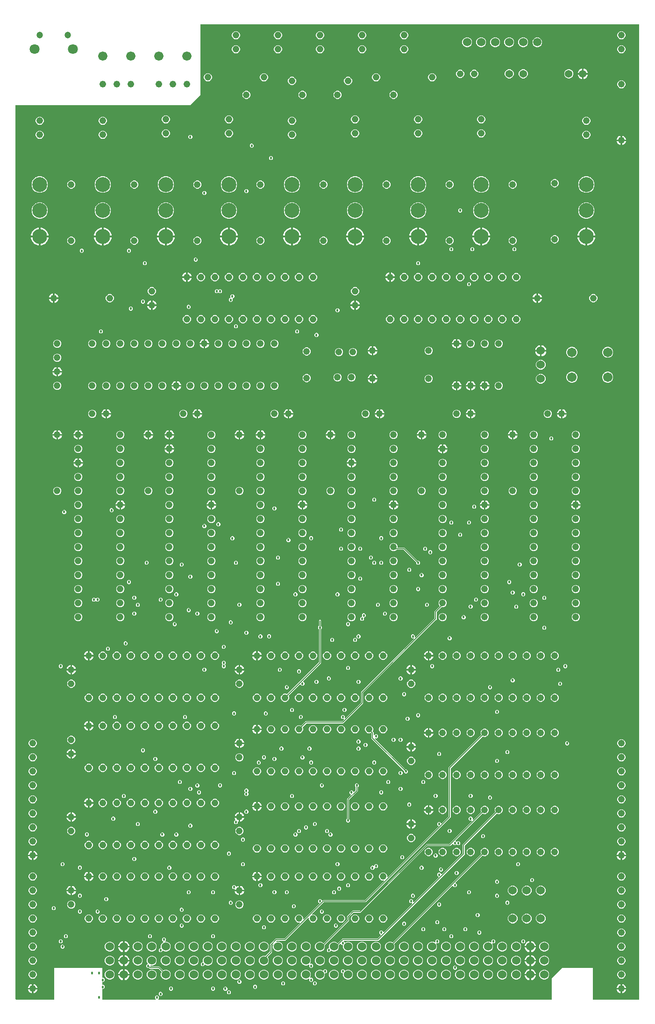
<source format=gbr>
G04 EAGLE Gerber RS-274X export*
G75*
%MOMM*%
%FSLAX34Y34*%
%LPD*%
%INCopper Layer 2*%
%IPPOS*%
%AMOC8*
5,1,8,0,0,1.08239X$1,22.5*%
G01*
%ADD10C,1.219200*%
%ADD11C,1.500000*%
%ADD12C,1.524000*%
%ADD13C,1.676400*%
%ADD14C,2.705100*%
%ADD15C,1.371600*%
%ADD16C,1.800000*%
%ADD17C,1.200000*%
%ADD18C,1.714500*%
%ADD19C,0.457200*%
%ADD20C,0.127000*%

G36*
X431820Y183392D02*
X431820Y183392D01*
X431839Y183390D01*
X431941Y183412D01*
X432043Y183429D01*
X432060Y183438D01*
X432080Y183442D01*
X432169Y183495D01*
X432260Y183544D01*
X432274Y183558D01*
X432291Y183568D01*
X432358Y183647D01*
X432430Y183722D01*
X432438Y183740D01*
X432451Y183755D01*
X432490Y183851D01*
X432533Y183945D01*
X432535Y183965D01*
X432543Y183983D01*
X432561Y184150D01*
X432561Y240539D01*
X519939Y240539D01*
X519939Y223393D01*
X519942Y223373D01*
X519940Y223354D01*
X519962Y223252D01*
X519979Y223150D01*
X519988Y223133D01*
X519992Y223113D01*
X520045Y223024D01*
X520094Y222933D01*
X520108Y222919D01*
X520118Y222902D01*
X520197Y222835D01*
X520272Y222763D01*
X520290Y222755D01*
X520305Y222742D01*
X520401Y222703D01*
X520495Y222660D01*
X520515Y222658D01*
X520533Y222650D01*
X520700Y222632D01*
X522173Y222632D01*
X524257Y220548D01*
X524257Y217602D01*
X522173Y215518D01*
X520700Y215518D01*
X520680Y215515D01*
X520661Y215517D01*
X520559Y215495D01*
X520457Y215479D01*
X520440Y215469D01*
X520420Y215465D01*
X520331Y215412D01*
X520240Y215363D01*
X520226Y215349D01*
X520209Y215339D01*
X520142Y215260D01*
X520071Y215185D01*
X520062Y215167D01*
X520049Y215152D01*
X520010Y215056D01*
X519967Y214962D01*
X519965Y214942D01*
X519957Y214924D01*
X519939Y214757D01*
X519939Y210693D01*
X519942Y210673D01*
X519940Y210654D01*
X519962Y210552D01*
X519979Y210450D01*
X519988Y210433D01*
X519992Y210413D01*
X520045Y210324D01*
X520094Y210233D01*
X520108Y210219D01*
X520118Y210202D01*
X520197Y210135D01*
X520272Y210063D01*
X520290Y210055D01*
X520305Y210042D01*
X520401Y210003D01*
X520495Y209960D01*
X520515Y209958D01*
X520533Y209950D01*
X520700Y209932D01*
X522173Y209932D01*
X524257Y207848D01*
X524257Y204902D01*
X522173Y202818D01*
X520700Y202818D01*
X520680Y202815D01*
X520661Y202817D01*
X520559Y202795D01*
X520457Y202779D01*
X520440Y202769D01*
X520420Y202765D01*
X520331Y202712D01*
X520240Y202663D01*
X520226Y202649D01*
X520209Y202639D01*
X520142Y202560D01*
X520071Y202485D01*
X520062Y202467D01*
X520049Y202452D01*
X520010Y202356D01*
X519967Y202262D01*
X519965Y202242D01*
X519957Y202224D01*
X519939Y202057D01*
X519939Y184150D01*
X519942Y184130D01*
X519940Y184111D01*
X519962Y184009D01*
X519979Y183907D01*
X519988Y183890D01*
X519992Y183870D01*
X520045Y183781D01*
X520094Y183690D01*
X520108Y183676D01*
X520118Y183659D01*
X520197Y183592D01*
X520272Y183521D01*
X520290Y183512D01*
X520305Y183499D01*
X520401Y183460D01*
X520495Y183417D01*
X520515Y183415D01*
X520533Y183407D01*
X520700Y183389D01*
X616193Y183389D01*
X616264Y183400D01*
X616336Y183402D01*
X616385Y183420D01*
X616436Y183429D01*
X616500Y183462D01*
X616567Y183487D01*
X616608Y183519D01*
X616654Y183544D01*
X616703Y183596D01*
X616759Y183640D01*
X616787Y183684D01*
X616823Y183722D01*
X616853Y183787D01*
X616892Y183847D01*
X616905Y183898D01*
X616927Y183945D01*
X616934Y184016D01*
X616952Y184086D01*
X616948Y184138D01*
X616954Y184189D01*
X616938Y184260D01*
X616933Y184331D01*
X616913Y184379D01*
X616901Y184430D01*
X616865Y184491D01*
X616837Y184557D01*
X616792Y184613D01*
X616775Y184641D01*
X616757Y184656D01*
X616732Y184688D01*
X615568Y185852D01*
X615568Y188798D01*
X617652Y190882D01*
X620598Y190882D01*
X622682Y188798D01*
X622682Y185852D01*
X621518Y184688D01*
X621476Y184630D01*
X621427Y184578D01*
X621405Y184531D01*
X621375Y184489D01*
X621354Y184420D01*
X621323Y184355D01*
X621318Y184303D01*
X621302Y184253D01*
X621304Y184182D01*
X621296Y184111D01*
X621307Y184060D01*
X621309Y184008D01*
X621333Y183940D01*
X621349Y183870D01*
X621375Y183826D01*
X621393Y183777D01*
X621438Y183721D01*
X621475Y183659D01*
X621514Y183625D01*
X621547Y183585D01*
X621607Y183546D01*
X621662Y183499D01*
X621710Y183480D01*
X621754Y183452D01*
X621823Y183434D01*
X621890Y183407D01*
X621961Y183399D01*
X621992Y183391D01*
X622016Y183393D01*
X622057Y183389D01*
X1333500Y183389D01*
X1333520Y183392D01*
X1333539Y183390D01*
X1333641Y183412D01*
X1333743Y183429D01*
X1333760Y183438D01*
X1333780Y183442D01*
X1333869Y183495D01*
X1333960Y183544D01*
X1333974Y183558D01*
X1333991Y183568D01*
X1334058Y183647D01*
X1334130Y183722D01*
X1334138Y183740D01*
X1334151Y183755D01*
X1334190Y183851D01*
X1334233Y183945D01*
X1334235Y183965D01*
X1334243Y183983D01*
X1334261Y184150D01*
X1334261Y221935D01*
X1352865Y240539D01*
X1408939Y240539D01*
X1408939Y184150D01*
X1408942Y184130D01*
X1408940Y184111D01*
X1408962Y184009D01*
X1408979Y183907D01*
X1408988Y183890D01*
X1408992Y183870D01*
X1409045Y183781D01*
X1409094Y183690D01*
X1409108Y183676D01*
X1409118Y183659D01*
X1409197Y183592D01*
X1409272Y183521D01*
X1409290Y183512D01*
X1409305Y183499D01*
X1409401Y183460D01*
X1409495Y183417D01*
X1409515Y183415D01*
X1409533Y183407D01*
X1409700Y183389D01*
X1492250Y183389D01*
X1492270Y183392D01*
X1492289Y183390D01*
X1492391Y183412D01*
X1492493Y183429D01*
X1492510Y183438D01*
X1492530Y183442D01*
X1492619Y183495D01*
X1492710Y183544D01*
X1492724Y183558D01*
X1492741Y183568D01*
X1492808Y183647D01*
X1492880Y183722D01*
X1492888Y183740D01*
X1492901Y183755D01*
X1492940Y183851D01*
X1492983Y183945D01*
X1492985Y183965D01*
X1492993Y183983D01*
X1493011Y184150D01*
X1493011Y1949450D01*
X1493008Y1949470D01*
X1493010Y1949489D01*
X1492988Y1949591D01*
X1492972Y1949693D01*
X1492962Y1949710D01*
X1492958Y1949730D01*
X1492905Y1949819D01*
X1492856Y1949910D01*
X1492842Y1949924D01*
X1492832Y1949941D01*
X1492753Y1950008D01*
X1492678Y1950080D01*
X1492660Y1950088D01*
X1492645Y1950101D01*
X1492549Y1950140D01*
X1492455Y1950183D01*
X1492435Y1950185D01*
X1492417Y1950193D01*
X1492250Y1950211D01*
X698500Y1950211D01*
X698480Y1950208D01*
X698461Y1950210D01*
X698359Y1950188D01*
X698257Y1950172D01*
X698240Y1950162D01*
X698220Y1950158D01*
X698131Y1950105D01*
X698040Y1950056D01*
X698026Y1950042D01*
X698009Y1950032D01*
X697942Y1949953D01*
X697871Y1949878D01*
X697862Y1949860D01*
X697849Y1949845D01*
X697810Y1949749D01*
X697767Y1949655D01*
X697765Y1949635D01*
X697757Y1949617D01*
X697739Y1949450D01*
X697739Y1822765D01*
X679135Y1804161D01*
X363472Y1804161D01*
X363452Y1804158D01*
X363433Y1804160D01*
X363331Y1804138D01*
X363229Y1804122D01*
X363212Y1804112D01*
X363192Y1804108D01*
X363103Y1804055D01*
X363012Y1804006D01*
X362998Y1803992D01*
X362981Y1803982D01*
X362914Y1803903D01*
X362842Y1803828D01*
X362834Y1803810D01*
X362821Y1803795D01*
X362782Y1803699D01*
X362739Y1803605D01*
X362737Y1803585D01*
X362729Y1803567D01*
X362711Y1803400D01*
X362711Y184150D01*
X362714Y184130D01*
X362712Y184111D01*
X362734Y184009D01*
X362750Y183907D01*
X362760Y183890D01*
X362764Y183870D01*
X362817Y183781D01*
X362866Y183690D01*
X362880Y183676D01*
X362890Y183659D01*
X362969Y183592D01*
X363044Y183521D01*
X363062Y183512D01*
X363077Y183499D01*
X363173Y183460D01*
X363267Y183417D01*
X363287Y183415D01*
X363305Y183407D01*
X363472Y183389D01*
X431800Y183389D01*
X431820Y183392D01*
G37*
%LPC*%
G36*
X811032Y245109D02*
X811032Y245109D01*
X807764Y246463D01*
X805263Y248964D01*
X803909Y252232D01*
X803909Y255768D01*
X805263Y259036D01*
X807764Y261537D01*
X811032Y262891D01*
X814568Y262891D01*
X814984Y262719D01*
X815097Y262692D01*
X815211Y262663D01*
X815217Y262664D01*
X815223Y262662D01*
X815340Y262673D01*
X815456Y262683D01*
X815462Y262685D01*
X815468Y262686D01*
X815576Y262733D01*
X815683Y262779D01*
X815688Y262784D01*
X815693Y262786D01*
X815707Y262798D01*
X815814Y262884D01*
X823371Y270441D01*
X823424Y270515D01*
X823484Y270585D01*
X823496Y270615D01*
X823515Y270641D01*
X823542Y270728D01*
X823576Y270813D01*
X823580Y270854D01*
X823587Y270876D01*
X823586Y270908D01*
X823594Y270980D01*
X823594Y283364D01*
X834236Y294006D01*
X849795Y294006D01*
X849885Y294020D01*
X849976Y294028D01*
X850006Y294040D01*
X850038Y294045D01*
X850119Y294088D01*
X850203Y294124D01*
X850235Y294150D01*
X850255Y294161D01*
X850278Y294184D01*
X850334Y294229D01*
X877639Y321534D01*
X877680Y321592D01*
X877730Y321644D01*
X877752Y321691D01*
X877782Y321733D01*
X877803Y321802D01*
X877833Y321867D01*
X877839Y321919D01*
X877855Y321969D01*
X877853Y322040D01*
X877861Y322111D01*
X877850Y322162D01*
X877848Y322214D01*
X877824Y322282D01*
X877808Y322352D01*
X877782Y322397D01*
X877764Y322445D01*
X877719Y322501D01*
X877682Y322563D01*
X877643Y322597D01*
X877610Y322637D01*
X877550Y322676D01*
X877495Y322723D01*
X877447Y322742D01*
X877403Y322770D01*
X877334Y322788D01*
X877267Y322815D01*
X877196Y322823D01*
X877165Y322831D01*
X877141Y322829D01*
X877100Y322833D01*
X874835Y322833D01*
X872127Y323955D01*
X870055Y326027D01*
X868933Y328735D01*
X868933Y331665D01*
X870055Y334373D01*
X872127Y336445D01*
X874835Y337567D01*
X877765Y337567D01*
X880473Y336445D01*
X882545Y334373D01*
X883667Y331665D01*
X883667Y329400D01*
X883678Y329329D01*
X883680Y329257D01*
X883698Y329208D01*
X883706Y329157D01*
X883740Y329094D01*
X883765Y329026D01*
X883797Y328985D01*
X883822Y328940D01*
X883873Y328890D01*
X883918Y328834D01*
X883962Y328806D01*
X884000Y328770D01*
X884065Y328740D01*
X884125Y328701D01*
X884176Y328688D01*
X884223Y328667D01*
X884294Y328659D01*
X884364Y328641D01*
X884416Y328645D01*
X884467Y328639D01*
X884538Y328655D01*
X884609Y328660D01*
X884657Y328681D01*
X884708Y328692D01*
X884769Y328729D01*
X884835Y328757D01*
X884891Y328801D01*
X884919Y328818D01*
X884934Y328836D01*
X884966Y328861D01*
X913199Y357094D01*
X913240Y357152D01*
X913290Y357204D01*
X913312Y357251D01*
X913342Y357293D01*
X913363Y357362D01*
X913393Y357427D01*
X913399Y357479D01*
X913415Y357529D01*
X913413Y357600D01*
X913421Y357671D01*
X913410Y357722D01*
X913408Y357774D01*
X913384Y357842D01*
X913368Y357912D01*
X913342Y357956D01*
X913324Y358005D01*
X913279Y358061D01*
X913242Y358123D01*
X913203Y358157D01*
X913170Y358197D01*
X913110Y358236D01*
X913055Y358283D01*
X913025Y358295D01*
X910843Y360477D01*
X910843Y363423D01*
X912927Y365507D01*
X915873Y365507D01*
X918049Y363331D01*
X918055Y363316D01*
X918087Y363276D01*
X918112Y363230D01*
X918164Y363180D01*
X918208Y363124D01*
X918252Y363096D01*
X918290Y363060D01*
X918355Y363030D01*
X918415Y362991D01*
X918466Y362978D01*
X918513Y362957D01*
X918584Y362949D01*
X918654Y362931D01*
X918706Y362935D01*
X918757Y362929D01*
X918828Y362945D01*
X918899Y362950D01*
X918947Y362971D01*
X918998Y362982D01*
X919059Y363018D01*
X919125Y363047D01*
X919181Y363091D01*
X919209Y363108D01*
X919224Y363126D01*
X919256Y363151D01*
X919961Y363856D01*
X995845Y363856D01*
X995935Y363870D01*
X996026Y363878D01*
X996056Y363890D01*
X996088Y363895D01*
X996169Y363938D01*
X996253Y363974D01*
X996285Y364000D01*
X996305Y364011D01*
X996328Y364034D01*
X996384Y364079D01*
X1030039Y397734D01*
X1030080Y397792D01*
X1030130Y397844D01*
X1030152Y397891D01*
X1030182Y397933D01*
X1030203Y398002D01*
X1030233Y398067D01*
X1030239Y398119D01*
X1030255Y398169D01*
X1030253Y398240D01*
X1030261Y398311D01*
X1030250Y398362D01*
X1030248Y398414D01*
X1030224Y398482D01*
X1030208Y398552D01*
X1030182Y398597D01*
X1030164Y398645D01*
X1030119Y398701D01*
X1030082Y398763D01*
X1030043Y398797D01*
X1030010Y398837D01*
X1029950Y398876D01*
X1029895Y398923D01*
X1029847Y398942D01*
X1029803Y398970D01*
X1029734Y398988D01*
X1029667Y399015D01*
X1029596Y399023D01*
X1029565Y399031D01*
X1029541Y399029D01*
X1029500Y399033D01*
X1027235Y399033D01*
X1024527Y400155D01*
X1022455Y402227D01*
X1021333Y404935D01*
X1021333Y407865D01*
X1022455Y410573D01*
X1024527Y412645D01*
X1027235Y413767D01*
X1030165Y413767D01*
X1032873Y412645D01*
X1034945Y410573D01*
X1036067Y407865D01*
X1036067Y405600D01*
X1036078Y405529D01*
X1036080Y405457D01*
X1036098Y405408D01*
X1036106Y405357D01*
X1036140Y405294D01*
X1036165Y405226D01*
X1036197Y405185D01*
X1036222Y405140D01*
X1036273Y405090D01*
X1036318Y405034D01*
X1036362Y405006D01*
X1036400Y404970D01*
X1036465Y404940D01*
X1036525Y404901D01*
X1036576Y404888D01*
X1036623Y404867D01*
X1036694Y404859D01*
X1036764Y404841D01*
X1036816Y404845D01*
X1036867Y404839D01*
X1036938Y404855D01*
X1037009Y404860D01*
X1037057Y404881D01*
X1037108Y404892D01*
X1037169Y404929D01*
X1037235Y404957D01*
X1037291Y405001D01*
X1037319Y405018D01*
X1037334Y405036D01*
X1037366Y405061D01*
X1129099Y496794D01*
X1129140Y496852D01*
X1129190Y496904D01*
X1129212Y496951D01*
X1129242Y496993D01*
X1129263Y497062D01*
X1129293Y497127D01*
X1129299Y497179D01*
X1129315Y497229D01*
X1129313Y497300D01*
X1129321Y497371D01*
X1129310Y497422D01*
X1129308Y497474D01*
X1129284Y497542D01*
X1129268Y497612D01*
X1129242Y497656D01*
X1129224Y497705D01*
X1129179Y497761D01*
X1129142Y497823D01*
X1129103Y497857D01*
X1129070Y497897D01*
X1129010Y497936D01*
X1128955Y497983D01*
X1128925Y497995D01*
X1126743Y500177D01*
X1126743Y503123D01*
X1128827Y505207D01*
X1131773Y505207D01*
X1133949Y503031D01*
X1133955Y503016D01*
X1133987Y502976D01*
X1134012Y502930D01*
X1134064Y502880D01*
X1134108Y502824D01*
X1134152Y502796D01*
X1134190Y502760D01*
X1134255Y502730D01*
X1134315Y502691D01*
X1134366Y502678D01*
X1134413Y502657D01*
X1134484Y502649D01*
X1134554Y502631D01*
X1134606Y502635D01*
X1134657Y502629D01*
X1134728Y502645D01*
X1134799Y502650D01*
X1134847Y502671D01*
X1134898Y502682D01*
X1134959Y502719D01*
X1135025Y502747D01*
X1135081Y502791D01*
X1135109Y502808D01*
X1135124Y502826D01*
X1135156Y502851D01*
X1147221Y514916D01*
X1147274Y514990D01*
X1147334Y515060D01*
X1147346Y515090D01*
X1147365Y515116D01*
X1147392Y515203D01*
X1147426Y515288D01*
X1147430Y515329D01*
X1147437Y515351D01*
X1147436Y515383D01*
X1147444Y515455D01*
X1147444Y604039D01*
X1148784Y605379D01*
X1206063Y662658D01*
X1206130Y662752D01*
X1206201Y662846D01*
X1206203Y662853D01*
X1206206Y662858D01*
X1206240Y662968D01*
X1206277Y663080D01*
X1206277Y663087D01*
X1206279Y663093D01*
X1206276Y663209D01*
X1206274Y663326D01*
X1206272Y663334D01*
X1206272Y663338D01*
X1206266Y663356D01*
X1206228Y663487D01*
X1205483Y665285D01*
X1205483Y668215D01*
X1206605Y670923D01*
X1208677Y672995D01*
X1211385Y674117D01*
X1214315Y674117D01*
X1217023Y672995D01*
X1219095Y670923D01*
X1220217Y668215D01*
X1220217Y665285D01*
X1219095Y662577D01*
X1217023Y660505D01*
X1214315Y659383D01*
X1211385Y659383D01*
X1209587Y660128D01*
X1209474Y660154D01*
X1209360Y660183D01*
X1209354Y660182D01*
X1209348Y660184D01*
X1209231Y660173D01*
X1209115Y660164D01*
X1209109Y660161D01*
X1209103Y660161D01*
X1208996Y660113D01*
X1208889Y660068D01*
X1208883Y660063D01*
X1208878Y660061D01*
X1208865Y660048D01*
X1208758Y659963D01*
X1151479Y602684D01*
X1151426Y602610D01*
X1151366Y602540D01*
X1151354Y602510D01*
X1151335Y602484D01*
X1151308Y602397D01*
X1151274Y602312D01*
X1151270Y602271D01*
X1151263Y602249D01*
X1151264Y602217D01*
X1151256Y602145D01*
X1151256Y513561D01*
X997739Y360044D01*
X921855Y360044D01*
X921765Y360030D01*
X921674Y360022D01*
X921644Y360010D01*
X921612Y360005D01*
X921531Y359962D01*
X921447Y359926D01*
X921415Y359900D01*
X921395Y359889D01*
X921372Y359866D01*
X921316Y359821D01*
X900361Y338866D01*
X900320Y338808D01*
X900270Y338756D01*
X900248Y338709D01*
X900218Y338667D01*
X900197Y338598D01*
X900167Y338533D01*
X900161Y338481D01*
X900145Y338431D01*
X900147Y338360D01*
X900139Y338289D01*
X900150Y338238D01*
X900152Y338186D01*
X900176Y338118D01*
X900192Y338048D01*
X900218Y338003D01*
X900236Y337955D01*
X900281Y337899D01*
X900318Y337837D01*
X900357Y337803D01*
X900390Y337763D01*
X900450Y337724D01*
X900505Y337677D01*
X900553Y337658D01*
X900597Y337630D01*
X900666Y337612D01*
X900733Y337585D01*
X900804Y337577D01*
X900835Y337569D01*
X900859Y337571D01*
X900900Y337567D01*
X903165Y337567D01*
X905873Y336445D01*
X907945Y334373D01*
X909067Y331665D01*
X909067Y328735D01*
X907945Y326027D01*
X905873Y323955D01*
X903165Y322833D01*
X900235Y322833D01*
X897527Y323955D01*
X895455Y326027D01*
X894333Y328735D01*
X894333Y331000D01*
X894322Y331071D01*
X894320Y331143D01*
X894302Y331192D01*
X894294Y331243D01*
X894260Y331306D01*
X894235Y331374D01*
X894203Y331414D01*
X894178Y331460D01*
X894126Y331510D01*
X894082Y331566D01*
X894038Y331594D01*
X894000Y331630D01*
X893935Y331660D01*
X893875Y331699D01*
X893824Y331712D01*
X893777Y331733D01*
X893706Y331741D01*
X893636Y331759D01*
X893584Y331755D01*
X893533Y331761D01*
X893462Y331745D01*
X893391Y331740D01*
X893343Y331719D01*
X893292Y331708D01*
X893231Y331671D01*
X893165Y331643D01*
X893109Y331599D01*
X893081Y331582D01*
X893066Y331564D01*
X893034Y331539D01*
X853029Y291534D01*
X851689Y290194D01*
X836130Y290194D01*
X836040Y290180D01*
X835949Y290172D01*
X835919Y290160D01*
X835887Y290155D01*
X835807Y290112D01*
X835722Y290076D01*
X835690Y290050D01*
X835670Y290039D01*
X835647Y290016D01*
X835591Y289971D01*
X834835Y289214D01*
X834778Y289135D01*
X834716Y289060D01*
X834706Y289036D01*
X834691Y289015D01*
X834662Y288922D01*
X834627Y288831D01*
X834626Y288805D01*
X834619Y288780D01*
X834621Y288682D01*
X834617Y288585D01*
X834624Y288560D01*
X834625Y288534D01*
X834658Y288442D01*
X834686Y288349D01*
X834700Y288327D01*
X834709Y288303D01*
X834770Y288227D01*
X834826Y288147D01*
X834847Y288131D01*
X834863Y288111D01*
X834945Y288058D01*
X835023Y288000D01*
X835048Y287992D01*
X835070Y287978D01*
X835165Y287954D01*
X835257Y287924D01*
X835283Y287924D01*
X835309Y287918D01*
X835406Y287925D01*
X835503Y287926D01*
X835534Y287935D01*
X835554Y287937D01*
X835584Y287950D01*
X835664Y287973D01*
X836432Y288291D01*
X839968Y288291D01*
X843236Y286937D01*
X845737Y284436D01*
X847091Y281168D01*
X847091Y277632D01*
X845737Y274364D01*
X843236Y271863D01*
X839968Y270509D01*
X836432Y270509D01*
X833164Y271863D01*
X830663Y274364D01*
X829309Y277632D01*
X829309Y281168D01*
X829627Y281936D01*
X829649Y282031D01*
X829678Y282124D01*
X829677Y282150D01*
X829683Y282175D01*
X829674Y282272D01*
X829672Y282370D01*
X829663Y282394D01*
X829660Y282420D01*
X829621Y282509D01*
X829587Y282601D01*
X829571Y282621D01*
X829560Y282645D01*
X829494Y282717D01*
X829433Y282793D01*
X829412Y282807D01*
X829394Y282826D01*
X829308Y282873D01*
X829227Y282926D01*
X829201Y282932D01*
X829178Y282945D01*
X829082Y282962D01*
X828988Y282986D01*
X828962Y282984D01*
X828936Y282988D01*
X828840Y282974D01*
X828743Y282967D01*
X828719Y282956D01*
X828693Y282953D01*
X828606Y282908D01*
X828516Y282870D01*
X828491Y282850D01*
X828474Y282841D01*
X828450Y282817D01*
X828386Y282765D01*
X827629Y282009D01*
X827576Y281935D01*
X827516Y281865D01*
X827504Y281835D01*
X827485Y281809D01*
X827458Y281722D01*
X827424Y281637D01*
X827420Y281596D01*
X827413Y281574D01*
X827414Y281542D01*
X827406Y281470D01*
X827406Y269086D01*
X819385Y261065D01*
X819373Y261049D01*
X819358Y261036D01*
X819302Y260949D01*
X819241Y260865D01*
X819236Y260846D01*
X819225Y260829D01*
X819200Y260729D01*
X819169Y260630D01*
X819170Y260610D01*
X819165Y260591D01*
X819173Y260488D01*
X819175Y260384D01*
X819182Y260365D01*
X819184Y260346D01*
X819224Y260251D01*
X819260Y260153D01*
X819272Y260138D01*
X819280Y260119D01*
X819385Y259988D01*
X820337Y259036D01*
X821691Y255768D01*
X821691Y252232D01*
X820337Y248964D01*
X817836Y246463D01*
X814568Y245109D01*
X811032Y245109D01*
G37*
%LPD*%
%LPC*%
G36*
X928802Y269493D02*
X928802Y269493D01*
X926718Y271577D01*
X926718Y274523D01*
X928802Y276607D01*
X930194Y276607D01*
X930240Y276614D01*
X930286Y276612D01*
X930361Y276634D01*
X930437Y276646D01*
X930478Y276668D01*
X930522Y276681D01*
X930586Y276725D01*
X930655Y276762D01*
X930686Y276795D01*
X930724Y276821D01*
X930770Y276884D01*
X930824Y276940D01*
X930843Y276982D01*
X930871Y277019D01*
X930895Y277092D01*
X930928Y277163D01*
X930933Y277209D01*
X930947Y277252D01*
X930946Y277330D01*
X930955Y277407D01*
X930945Y277452D01*
X930944Y277498D01*
X930909Y277620D01*
X930909Y281168D01*
X932263Y284436D01*
X934764Y286937D01*
X938032Y288291D01*
X941568Y288291D01*
X944836Y286937D01*
X945788Y285985D01*
X945805Y285973D01*
X945817Y285958D01*
X945904Y285902D01*
X945988Y285841D01*
X946007Y285836D01*
X946024Y285825D01*
X946124Y285800D01*
X946223Y285769D01*
X946243Y285770D01*
X946262Y285765D01*
X946365Y285773D01*
X946469Y285775D01*
X946488Y285782D01*
X946508Y285784D01*
X946602Y285824D01*
X946700Y285860D01*
X946716Y285872D01*
X946734Y285880D01*
X946865Y285985D01*
X954886Y294006D01*
X1018070Y294006D01*
X1018160Y294020D01*
X1018251Y294028D01*
X1018281Y294040D01*
X1018313Y294045D01*
X1018394Y294088D01*
X1018478Y294124D01*
X1018510Y294150D01*
X1018530Y294161D01*
X1018553Y294184D01*
X1018609Y294229D01*
X1024324Y299944D01*
X1024365Y300002D01*
X1024415Y300054D01*
X1024437Y300101D01*
X1024467Y300143D01*
X1024488Y300212D01*
X1024518Y300277D01*
X1024524Y300329D01*
X1024540Y300379D01*
X1024538Y300450D01*
X1024546Y300521D01*
X1024535Y300572D01*
X1024533Y300624D01*
X1024509Y300692D01*
X1024493Y300762D01*
X1024467Y300807D01*
X1024449Y300855D01*
X1024404Y300911D01*
X1024367Y300973D01*
X1024328Y301007D01*
X1024295Y301047D01*
X1024235Y301086D01*
X1024180Y301133D01*
X1024150Y301145D01*
X1021968Y303327D01*
X1021968Y306273D01*
X1024052Y308357D01*
X1026998Y308357D01*
X1029174Y306181D01*
X1029180Y306166D01*
X1029212Y306125D01*
X1029237Y306080D01*
X1029288Y306030D01*
X1029333Y305974D01*
X1029377Y305946D01*
X1029415Y305910D01*
X1029480Y305880D01*
X1029540Y305841D01*
X1029591Y305828D01*
X1029638Y305807D01*
X1029709Y305799D01*
X1029779Y305781D01*
X1029831Y305785D01*
X1029882Y305779D01*
X1029953Y305795D01*
X1030024Y305800D01*
X1030072Y305821D01*
X1030123Y305832D01*
X1030184Y305869D01*
X1030250Y305897D01*
X1030306Y305941D01*
X1030334Y305958D01*
X1030349Y305976D01*
X1030381Y306001D01*
X1081474Y357094D01*
X1081515Y357152D01*
X1081565Y357204D01*
X1081587Y357251D01*
X1081617Y357293D01*
X1081638Y357362D01*
X1081668Y357427D01*
X1081674Y357479D01*
X1081690Y357529D01*
X1081688Y357600D01*
X1081696Y357671D01*
X1081685Y357722D01*
X1081683Y357774D01*
X1081659Y357842D01*
X1081643Y357912D01*
X1081617Y357956D01*
X1081599Y358005D01*
X1081554Y358061D01*
X1081517Y358123D01*
X1081478Y358157D01*
X1081445Y358197D01*
X1081385Y358236D01*
X1081330Y358283D01*
X1081282Y358302D01*
X1081238Y358330D01*
X1081169Y358348D01*
X1081102Y358375D01*
X1081031Y358383D01*
X1081000Y358391D01*
X1080976Y358389D01*
X1080935Y358393D01*
X1078027Y358393D01*
X1075943Y360477D01*
X1075943Y363423D01*
X1078027Y365507D01*
X1080973Y365507D01*
X1083057Y363423D01*
X1083057Y360515D01*
X1083068Y360444D01*
X1083070Y360372D01*
X1083088Y360323D01*
X1083096Y360272D01*
X1083130Y360209D01*
X1083155Y360141D01*
X1083187Y360100D01*
X1083212Y360055D01*
X1083263Y360005D01*
X1083308Y359949D01*
X1083352Y359921D01*
X1083390Y359885D01*
X1083455Y359855D01*
X1083515Y359816D01*
X1083566Y359803D01*
X1083613Y359782D01*
X1083684Y359774D01*
X1083754Y359756D01*
X1083806Y359760D01*
X1083857Y359754D01*
X1083928Y359770D01*
X1083999Y359775D01*
X1084047Y359796D01*
X1084098Y359807D01*
X1084159Y359844D01*
X1084225Y359872D01*
X1084281Y359916D01*
X1084309Y359933D01*
X1084324Y359951D01*
X1084356Y359976D01*
X1129099Y404719D01*
X1129140Y404777D01*
X1129190Y404829D01*
X1129212Y404876D01*
X1129242Y404918D01*
X1129263Y404987D01*
X1129293Y405052D01*
X1129299Y405104D01*
X1129315Y405154D01*
X1129313Y405225D01*
X1129321Y405296D01*
X1129310Y405347D01*
X1129308Y405399D01*
X1129284Y405467D01*
X1129268Y405537D01*
X1129242Y405581D01*
X1129224Y405630D01*
X1129179Y405686D01*
X1129142Y405748D01*
X1129103Y405782D01*
X1129070Y405822D01*
X1129010Y405861D01*
X1128955Y405908D01*
X1128925Y405920D01*
X1126743Y408102D01*
X1126743Y411048D01*
X1128827Y413132D01*
X1131773Y413132D01*
X1133949Y410956D01*
X1133955Y410941D01*
X1133987Y410901D01*
X1134012Y410855D01*
X1134064Y410805D01*
X1134108Y410749D01*
X1134152Y410721D01*
X1134190Y410685D01*
X1134255Y410655D01*
X1134315Y410616D01*
X1134366Y410603D01*
X1134413Y410582D01*
X1134484Y410574D01*
X1134554Y410556D01*
X1134606Y410560D01*
X1134657Y410554D01*
X1134728Y410570D01*
X1134799Y410575D01*
X1134847Y410596D01*
X1134898Y410607D01*
X1134959Y410644D01*
X1135025Y410672D01*
X1135081Y410716D01*
X1135109Y410733D01*
X1135124Y410751D01*
X1135156Y410776D01*
X1172621Y448241D01*
X1172674Y448315D01*
X1172734Y448385D01*
X1172746Y448415D01*
X1172765Y448441D01*
X1172792Y448528D01*
X1172826Y448613D01*
X1172830Y448654D01*
X1172837Y448676D01*
X1172836Y448708D01*
X1172844Y448780D01*
X1172844Y464339D01*
X1174184Y465679D01*
X1231463Y522958D01*
X1231530Y523052D01*
X1231601Y523146D01*
X1231603Y523153D01*
X1231606Y523158D01*
X1231640Y523268D01*
X1231677Y523380D01*
X1231677Y523387D01*
X1231679Y523393D01*
X1231676Y523509D01*
X1231674Y523626D01*
X1231672Y523634D01*
X1231672Y523638D01*
X1231666Y523656D01*
X1231628Y523787D01*
X1230883Y525585D01*
X1230883Y528515D01*
X1232005Y531223D01*
X1234077Y533295D01*
X1236785Y534417D01*
X1239715Y534417D01*
X1242423Y533295D01*
X1244495Y531223D01*
X1245617Y528515D01*
X1245617Y525585D01*
X1244495Y522877D01*
X1242423Y520805D01*
X1239715Y519683D01*
X1236785Y519683D01*
X1234987Y520428D01*
X1234874Y520454D01*
X1234760Y520483D01*
X1234754Y520482D01*
X1234748Y520484D01*
X1234631Y520473D01*
X1234515Y520464D01*
X1234509Y520461D01*
X1234503Y520461D01*
X1234396Y520413D01*
X1234289Y520368D01*
X1234283Y520363D01*
X1234278Y520361D01*
X1234265Y520348D01*
X1234158Y520263D01*
X1176879Y462984D01*
X1176826Y462910D01*
X1176766Y462840D01*
X1176754Y462810D01*
X1176735Y462784D01*
X1176708Y462697D01*
X1176674Y462612D01*
X1176670Y462571D01*
X1176663Y462549D01*
X1176664Y462517D01*
X1176656Y462445D01*
X1176656Y446886D01*
X1019964Y290194D01*
X958099Y290194D01*
X958028Y290183D01*
X957956Y290181D01*
X957907Y290163D01*
X957856Y290155D01*
X957793Y290121D01*
X957725Y290096D01*
X957684Y290064D01*
X957638Y290039D01*
X957589Y289988D01*
X957533Y289943D01*
X957505Y289899D01*
X957469Y289861D01*
X957439Y289796D01*
X957400Y289736D01*
X957387Y289685D01*
X957365Y289638D01*
X957357Y289567D01*
X957340Y289497D01*
X957344Y289445D01*
X957338Y289394D01*
X957354Y289323D01*
X957359Y289252D01*
X957379Y289204D01*
X957391Y289153D01*
X957427Y289091D01*
X957455Y289026D01*
X957500Y288970D01*
X957517Y288942D01*
X957535Y288927D01*
X957560Y288895D01*
X959347Y287108D01*
X959441Y287040D01*
X959536Y286970D01*
X959542Y286968D01*
X959547Y286964D01*
X959658Y286930D01*
X959770Y286894D01*
X959776Y286894D01*
X959782Y286892D01*
X959899Y286895D01*
X960016Y286896D01*
X960023Y286898D01*
X960028Y286898D01*
X960046Y286905D01*
X960177Y286943D01*
X963432Y288291D01*
X966968Y288291D01*
X970236Y286937D01*
X972737Y284436D01*
X974091Y281168D01*
X974091Y277632D01*
X972737Y274364D01*
X970236Y271863D01*
X966968Y270509D01*
X963432Y270509D01*
X960164Y271863D01*
X957663Y274364D01*
X956309Y277632D01*
X956309Y281188D01*
X956328Y281227D01*
X956336Y281304D01*
X956354Y281380D01*
X956350Y281426D01*
X956355Y281471D01*
X956338Y281548D01*
X956331Y281625D01*
X956312Y281667D01*
X956302Y281712D01*
X956262Y281779D01*
X956231Y281850D01*
X956200Y281884D01*
X956176Y281923D01*
X956117Y281974D01*
X956064Y282031D01*
X956024Y282053D01*
X955989Y282083D01*
X955917Y282112D01*
X955849Y282149D01*
X955804Y282158D01*
X955761Y282175D01*
X955625Y282190D01*
X955607Y282193D01*
X955602Y282192D01*
X955594Y282193D01*
X954202Y282193D01*
X952026Y284369D01*
X952020Y284384D01*
X951988Y284425D01*
X951963Y284470D01*
X951912Y284520D01*
X951867Y284576D01*
X951823Y284604D01*
X951785Y284640D01*
X951720Y284670D01*
X951660Y284709D01*
X951609Y284722D01*
X951562Y284743D01*
X951491Y284751D01*
X951421Y284769D01*
X951369Y284765D01*
X951318Y284771D01*
X951247Y284755D01*
X951176Y284750D01*
X951128Y284729D01*
X951077Y284718D01*
X951016Y284681D01*
X950950Y284653D01*
X950894Y284609D01*
X950866Y284592D01*
X950851Y284574D01*
X950819Y284549D01*
X948684Y282414D01*
X948616Y282320D01*
X948546Y282225D01*
X948544Y282219D01*
X948540Y282214D01*
X948506Y282103D01*
X948470Y281991D01*
X948470Y281985D01*
X948468Y281979D01*
X948471Y281862D01*
X948472Y281745D01*
X948474Y281738D01*
X948474Y281733D01*
X948481Y281715D01*
X948519Y281584D01*
X948691Y281169D01*
X948691Y277632D01*
X947337Y274364D01*
X944836Y271863D01*
X941568Y270509D01*
X938032Y270509D01*
X934777Y271857D01*
X934663Y271884D01*
X934550Y271913D01*
X934544Y271912D01*
X934537Y271914D01*
X934421Y271903D01*
X934305Y271893D01*
X934299Y271891D01*
X934293Y271890D01*
X934185Y271843D01*
X934078Y271797D01*
X934072Y271792D01*
X934068Y271790D01*
X934054Y271778D01*
X933947Y271692D01*
X931748Y269493D01*
X928802Y269493D01*
G37*
%LPD*%
%LPC*%
G36*
X912632Y270509D02*
X912632Y270509D01*
X909364Y271863D01*
X906863Y274364D01*
X905509Y277632D01*
X905509Y281168D01*
X906863Y284436D01*
X909364Y286937D01*
X912632Y288291D01*
X916168Y288291D01*
X919436Y286937D01*
X920388Y285985D01*
X920405Y285973D01*
X920417Y285958D01*
X920504Y285902D01*
X920588Y285841D01*
X920607Y285836D01*
X920624Y285825D01*
X920724Y285800D01*
X920823Y285769D01*
X920843Y285770D01*
X920862Y285765D01*
X920965Y285773D01*
X921069Y285775D01*
X921088Y285782D01*
X921108Y285784D01*
X921202Y285824D01*
X921300Y285860D01*
X921316Y285872D01*
X921334Y285880D01*
X921465Y285985D01*
X963071Y327591D01*
X963124Y327665D01*
X963184Y327735D01*
X963196Y327765D01*
X963215Y327791D01*
X963242Y327878D01*
X963276Y327963D01*
X963280Y328004D01*
X963287Y328026D01*
X963286Y328058D01*
X963294Y328130D01*
X963294Y334164D01*
X973936Y344806D01*
X986320Y344806D01*
X986410Y344820D01*
X986501Y344828D01*
X986531Y344840D01*
X986563Y344845D01*
X986644Y344888D01*
X986728Y344924D01*
X986760Y344950D01*
X986780Y344961D01*
X986803Y344984D01*
X986859Y345029D01*
X1107286Y465456D01*
X1148245Y465456D01*
X1148335Y465470D01*
X1148426Y465478D01*
X1148456Y465490D01*
X1148488Y465495D01*
X1148569Y465538D01*
X1148653Y465574D01*
X1148685Y465600D01*
X1148705Y465611D01*
X1148728Y465634D01*
X1148784Y465679D01*
X1189424Y506319D01*
X1189465Y506377D01*
X1189515Y506429D01*
X1189537Y506476D01*
X1189567Y506518D01*
X1189588Y506587D01*
X1189618Y506652D01*
X1189624Y506704D01*
X1189640Y506754D01*
X1189638Y506825D01*
X1189646Y506896D01*
X1189635Y506947D01*
X1189633Y506999D01*
X1189609Y507067D01*
X1189593Y507137D01*
X1189567Y507182D01*
X1189549Y507230D01*
X1189504Y507286D01*
X1189467Y507348D01*
X1189428Y507382D01*
X1189395Y507422D01*
X1189335Y507461D01*
X1189280Y507508D01*
X1189232Y507527D01*
X1189188Y507555D01*
X1189119Y507573D01*
X1189052Y507600D01*
X1188981Y507608D01*
X1188950Y507616D01*
X1188926Y507614D01*
X1188885Y507618D01*
X1185977Y507618D01*
X1183893Y509702D01*
X1183893Y512648D01*
X1185977Y514732D01*
X1188923Y514732D01*
X1191007Y512648D01*
X1191007Y509740D01*
X1191018Y509669D01*
X1191020Y509597D01*
X1191038Y509548D01*
X1191046Y509497D01*
X1191080Y509434D01*
X1191105Y509366D01*
X1191137Y509325D01*
X1191162Y509280D01*
X1191213Y509230D01*
X1191258Y509174D01*
X1191302Y509146D01*
X1191340Y509110D01*
X1191405Y509080D01*
X1191465Y509041D01*
X1191516Y509028D01*
X1191563Y509007D01*
X1191634Y508999D01*
X1191704Y508981D01*
X1191756Y508985D01*
X1191807Y508979D01*
X1191878Y508995D01*
X1191949Y509000D01*
X1191997Y509021D01*
X1192048Y509032D01*
X1192109Y509069D01*
X1192175Y509097D01*
X1192231Y509141D01*
X1192259Y509158D01*
X1192274Y509176D01*
X1192306Y509201D01*
X1206063Y522958D01*
X1206130Y523052D01*
X1206201Y523146D01*
X1206203Y523153D01*
X1206206Y523158D01*
X1206240Y523268D01*
X1206277Y523380D01*
X1206277Y523387D01*
X1206279Y523393D01*
X1206276Y523509D01*
X1206274Y523626D01*
X1206272Y523633D01*
X1206272Y523639D01*
X1206266Y523656D01*
X1206228Y523787D01*
X1205483Y525585D01*
X1205483Y528515D01*
X1206605Y531223D01*
X1208677Y533295D01*
X1211385Y534417D01*
X1214315Y534417D01*
X1217023Y533295D01*
X1219095Y531223D01*
X1220217Y528515D01*
X1220217Y525585D01*
X1219095Y522877D01*
X1217023Y520805D01*
X1214315Y519683D01*
X1211385Y519683D01*
X1209587Y520428D01*
X1209474Y520454D01*
X1209360Y520483D01*
X1209354Y520482D01*
X1209348Y520484D01*
X1209231Y520473D01*
X1209115Y520464D01*
X1209109Y520461D01*
X1209103Y520461D01*
X1208996Y520413D01*
X1208889Y520368D01*
X1208883Y520363D01*
X1208878Y520361D01*
X1208865Y520348D01*
X1208758Y520263D01*
X1160076Y471581D01*
X1160035Y471523D01*
X1159985Y471471D01*
X1159963Y471424D01*
X1159933Y471382D01*
X1159912Y471313D01*
X1159882Y471248D01*
X1159876Y471196D01*
X1159860Y471146D01*
X1159862Y471075D01*
X1159854Y471004D01*
X1159865Y470953D01*
X1159867Y470901D01*
X1159891Y470833D01*
X1159907Y470763D01*
X1159933Y470719D01*
X1159951Y470670D01*
X1159996Y470614D01*
X1160033Y470552D01*
X1160072Y470518D01*
X1160105Y470478D01*
X1160165Y470439D01*
X1160220Y470392D01*
X1160250Y470380D01*
X1161512Y469118D01*
X1161528Y469107D01*
X1161540Y469091D01*
X1161628Y469035D01*
X1161711Y468975D01*
X1161730Y468969D01*
X1161747Y468958D01*
X1161848Y468933D01*
X1161947Y468902D01*
X1161966Y468903D01*
X1161986Y468898D01*
X1162089Y468906D01*
X1162192Y468909D01*
X1162211Y468916D01*
X1162231Y468917D01*
X1162326Y468958D01*
X1162423Y468993D01*
X1162439Y469006D01*
X1162457Y469013D01*
X1162588Y469118D01*
X1163752Y470282D01*
X1166698Y470282D01*
X1168782Y468198D01*
X1168782Y465252D01*
X1166698Y463168D01*
X1163752Y463168D01*
X1162588Y464332D01*
X1162572Y464343D01*
X1162560Y464359D01*
X1162472Y464415D01*
X1162389Y464475D01*
X1162370Y464481D01*
X1162353Y464492D01*
X1162252Y464517D01*
X1162153Y464548D01*
X1162134Y464547D01*
X1162114Y464552D01*
X1162011Y464544D01*
X1161908Y464541D01*
X1161889Y464534D01*
X1161869Y464533D01*
X1161774Y464492D01*
X1161677Y464457D01*
X1161661Y464444D01*
X1161643Y464437D01*
X1161512Y464332D01*
X1160348Y463168D01*
X1157402Y463168D01*
X1155226Y465344D01*
X1155220Y465359D01*
X1155188Y465399D01*
X1155163Y465445D01*
X1155111Y465495D01*
X1155067Y465551D01*
X1155023Y465579D01*
X1154985Y465615D01*
X1154920Y465645D01*
X1154860Y465684D01*
X1154809Y465697D01*
X1154762Y465718D01*
X1154691Y465726D01*
X1154621Y465744D01*
X1154569Y465740D01*
X1154518Y465746D01*
X1154447Y465730D01*
X1154376Y465725D01*
X1154328Y465704D01*
X1154277Y465693D01*
X1154216Y465657D01*
X1154150Y465628D01*
X1154094Y465584D01*
X1154066Y465567D01*
X1154051Y465549D01*
X1154019Y465524D01*
X1151479Y462984D01*
X1150139Y461644D01*
X1109180Y461644D01*
X1109090Y461630D01*
X1108999Y461622D01*
X1108969Y461610D01*
X1108937Y461605D01*
X1108856Y461562D01*
X1108772Y461526D01*
X1108740Y461500D01*
X1108720Y461489D01*
X1108697Y461466D01*
X1108641Y461421D01*
X988214Y340994D01*
X975830Y340994D01*
X975740Y340980D01*
X975649Y340972D01*
X975619Y340960D01*
X975587Y340955D01*
X975506Y340912D01*
X975422Y340876D01*
X975390Y340850D01*
X975370Y340839D01*
X975347Y340816D01*
X975344Y340813D01*
X975343Y340813D01*
X975342Y340812D01*
X975291Y340771D01*
X967329Y332809D01*
X967276Y332735D01*
X967216Y332665D01*
X967204Y332635D01*
X967185Y332609D01*
X967158Y332522D01*
X967124Y332437D01*
X967120Y332396D01*
X967113Y332374D01*
X967114Y332342D01*
X967106Y332270D01*
X967106Y326236D01*
X965767Y324896D01*
X965766Y324896D01*
X923284Y282414D01*
X923216Y282320D01*
X923146Y282225D01*
X923144Y282219D01*
X923140Y282214D01*
X923106Y282103D01*
X923070Y281991D01*
X923070Y281985D01*
X923068Y281979D01*
X923071Y281862D01*
X923072Y281745D01*
X923074Y281738D01*
X923074Y281733D01*
X923081Y281715D01*
X923119Y281584D01*
X923291Y281169D01*
X923291Y277632D01*
X921937Y274364D01*
X919436Y271863D01*
X916168Y270509D01*
X912632Y270509D01*
G37*
%LPD*%
%LPC*%
G36*
X874835Y665733D02*
X874835Y665733D01*
X872127Y666855D01*
X870055Y668927D01*
X868933Y671635D01*
X868933Y674565D01*
X870055Y677273D01*
X872127Y679345D01*
X874835Y680467D01*
X877765Y680467D01*
X879563Y679722D01*
X879676Y679696D01*
X879790Y679667D01*
X879796Y679668D01*
X879802Y679666D01*
X879919Y679677D01*
X880035Y679686D01*
X880041Y679689D01*
X880047Y679689D01*
X880154Y679737D01*
X880261Y679782D01*
X880267Y679787D01*
X880272Y679789D01*
X880285Y679802D01*
X880392Y679887D01*
X888211Y687706D01*
X954570Y687706D01*
X954660Y687720D01*
X954751Y687728D01*
X954781Y687740D01*
X954813Y687745D01*
X954894Y687788D01*
X954978Y687824D01*
X955010Y687850D01*
X955030Y687861D01*
X955053Y687884D01*
X955109Y687929D01*
X957649Y690469D01*
X957690Y690527D01*
X957740Y690579D01*
X957762Y690626D01*
X957792Y690668D01*
X957813Y690737D01*
X957843Y690802D01*
X957849Y690854D01*
X957865Y690904D01*
X957863Y690975D01*
X957871Y691046D01*
X957860Y691097D01*
X957858Y691149D01*
X957834Y691217D01*
X957818Y691287D01*
X957792Y691332D01*
X957774Y691380D01*
X957729Y691436D01*
X957692Y691498D01*
X957653Y691532D01*
X957620Y691572D01*
X957560Y691611D01*
X957505Y691658D01*
X957457Y691677D01*
X957413Y691705D01*
X957344Y691723D01*
X957277Y691750D01*
X957206Y691758D01*
X957175Y691766D01*
X957151Y691764D01*
X957110Y691768D01*
X954202Y691768D01*
X952118Y693852D01*
X952118Y696798D01*
X954202Y698882D01*
X957148Y698882D01*
X959232Y696798D01*
X959232Y693890D01*
X959243Y693819D01*
X959245Y693747D01*
X959263Y693698D01*
X959271Y693647D01*
X959305Y693584D01*
X959330Y693516D01*
X959362Y693476D01*
X959387Y693430D01*
X959439Y693380D01*
X959483Y693324D01*
X959527Y693296D01*
X959565Y693260D01*
X959630Y693230D01*
X959690Y693191D01*
X959741Y693178D01*
X959788Y693157D01*
X959859Y693149D01*
X959929Y693131D01*
X959981Y693135D01*
X960032Y693129D01*
X960103Y693145D01*
X960174Y693150D01*
X960222Y693171D01*
X960273Y693182D01*
X960334Y693219D01*
X960400Y693247D01*
X960456Y693291D01*
X960484Y693308D01*
X960499Y693326D01*
X960531Y693351D01*
X988471Y721291D01*
X988524Y721365D01*
X988584Y721435D01*
X988596Y721465D01*
X988615Y721491D01*
X988642Y721578D01*
X988676Y721663D01*
X988680Y721704D01*
X988687Y721726D01*
X988686Y721758D01*
X988694Y721830D01*
X988694Y740564D01*
X990033Y741904D01*
X990034Y741904D01*
X1084649Y836519D01*
X1084690Y836577D01*
X1084740Y836629D01*
X1084762Y836676D01*
X1084792Y836718D01*
X1084813Y836787D01*
X1084843Y836852D01*
X1084849Y836904D01*
X1084865Y836954D01*
X1084863Y837025D01*
X1084871Y837096D01*
X1084860Y837147D01*
X1084858Y837199D01*
X1084834Y837267D01*
X1084818Y837337D01*
X1084792Y837381D01*
X1084774Y837430D01*
X1084729Y837486D01*
X1084692Y837548D01*
X1084653Y837582D01*
X1084620Y837622D01*
X1084560Y837661D01*
X1084505Y837708D01*
X1084457Y837727D01*
X1084413Y837755D01*
X1084344Y837773D01*
X1084277Y837800D01*
X1084206Y837808D01*
X1084175Y837816D01*
X1084151Y837814D01*
X1084110Y837818D01*
X1081202Y837818D01*
X1079118Y839902D01*
X1079118Y842848D01*
X1081202Y844932D01*
X1084148Y844932D01*
X1086232Y842848D01*
X1086232Y839940D01*
X1086243Y839869D01*
X1086245Y839797D01*
X1086263Y839748D01*
X1086271Y839697D01*
X1086305Y839634D01*
X1086330Y839566D01*
X1086362Y839525D01*
X1086387Y839480D01*
X1086438Y839430D01*
X1086483Y839374D01*
X1086527Y839346D01*
X1086565Y839310D01*
X1086630Y839280D01*
X1086690Y839241D01*
X1086741Y839228D01*
X1086788Y839207D01*
X1086859Y839199D01*
X1086929Y839181D01*
X1086981Y839185D01*
X1087032Y839179D01*
X1087103Y839195D01*
X1087174Y839200D01*
X1087222Y839221D01*
X1087273Y839232D01*
X1087334Y839269D01*
X1087400Y839297D01*
X1087456Y839341D01*
X1087484Y839358D01*
X1087499Y839376D01*
X1087531Y839401D01*
X1121821Y873691D01*
X1121874Y873765D01*
X1121934Y873835D01*
X1121946Y873865D01*
X1121965Y873891D01*
X1121992Y873978D01*
X1122026Y874063D01*
X1122030Y874104D01*
X1122037Y874126D01*
X1122036Y874158D01*
X1122044Y874230D01*
X1122044Y886614D01*
X1131143Y895713D01*
X1131154Y895729D01*
X1131170Y895741D01*
X1131226Y895828D01*
X1131286Y895912D01*
X1131292Y895931D01*
X1131303Y895948D01*
X1131328Y896049D01*
X1131359Y896148D01*
X1131358Y896167D01*
X1131363Y896187D01*
X1131355Y896290D01*
X1131352Y896393D01*
X1131345Y896412D01*
X1131344Y896432D01*
X1131303Y896527D01*
X1131268Y896624D01*
X1131255Y896640D01*
X1131247Y896658D01*
X1131143Y896789D01*
X1130405Y897527D01*
X1129283Y900235D01*
X1129283Y903165D01*
X1130405Y905873D01*
X1132477Y907945D01*
X1135185Y909067D01*
X1138115Y909067D01*
X1140823Y907945D01*
X1142895Y905873D01*
X1144017Y903165D01*
X1144017Y900235D01*
X1142895Y897527D01*
X1140823Y895455D01*
X1138115Y894333D01*
X1135469Y894333D01*
X1135379Y894319D01*
X1135288Y894311D01*
X1135258Y894299D01*
X1135226Y894294D01*
X1135145Y894251D01*
X1135061Y894215D01*
X1135029Y894189D01*
X1135009Y894178D01*
X1134986Y894155D01*
X1134930Y894110D01*
X1126079Y885259D01*
X1126026Y885185D01*
X1125966Y885115D01*
X1125954Y885085D01*
X1125935Y885059D01*
X1125908Y884972D01*
X1125874Y884887D01*
X1125870Y884846D01*
X1125863Y884824D01*
X1125864Y884792D01*
X1125856Y884720D01*
X1125856Y872336D01*
X1124517Y870996D01*
X1124516Y870996D01*
X992729Y739209D01*
X992676Y739135D01*
X992616Y739065D01*
X992604Y739035D01*
X992585Y739009D01*
X992558Y738922D01*
X992524Y738837D01*
X992520Y738796D01*
X992513Y738774D01*
X992514Y738742D01*
X992506Y738670D01*
X992506Y719936D01*
X956464Y683894D01*
X890105Y683894D01*
X890015Y683880D01*
X889924Y683872D01*
X889894Y683860D01*
X889862Y683855D01*
X889781Y683812D01*
X889697Y683776D01*
X889665Y683750D01*
X889645Y683739D01*
X889622Y683716D01*
X889566Y683671D01*
X883087Y677192D01*
X883042Y677129D01*
X883021Y677107D01*
X883012Y677088D01*
X882949Y677003D01*
X882947Y676997D01*
X882944Y676992D01*
X882909Y676881D01*
X882873Y676770D01*
X882873Y676763D01*
X882871Y676757D01*
X882874Y676641D01*
X882876Y676524D01*
X882878Y676516D01*
X882878Y676511D01*
X882884Y676494D01*
X882922Y676363D01*
X883667Y674565D01*
X883667Y671635D01*
X882545Y668927D01*
X880473Y666855D01*
X877765Y665733D01*
X874835Y665733D01*
G37*
%LPD*%
%LPC*%
G36*
X1039632Y270509D02*
X1039632Y270509D01*
X1036364Y271863D01*
X1033863Y274364D01*
X1032509Y277632D01*
X1032509Y281168D01*
X1033863Y284436D01*
X1036364Y286937D01*
X1039632Y288291D01*
X1043168Y288291D01*
X1045829Y287189D01*
X1045943Y287162D01*
X1046056Y287133D01*
X1046062Y287134D01*
X1046068Y287133D01*
X1046185Y287144D01*
X1046301Y287153D01*
X1046307Y287155D01*
X1046313Y287156D01*
X1046421Y287203D01*
X1046528Y287249D01*
X1046533Y287254D01*
X1046538Y287256D01*
X1046552Y287268D01*
X1046659Y287354D01*
X1206063Y446758D01*
X1206130Y446852D01*
X1206201Y446946D01*
X1206203Y446953D01*
X1206206Y446958D01*
X1206240Y447068D01*
X1206277Y447180D01*
X1206277Y447187D01*
X1206279Y447193D01*
X1206276Y447309D01*
X1206274Y447426D01*
X1206272Y447433D01*
X1206272Y447439D01*
X1206266Y447456D01*
X1206228Y447587D01*
X1205483Y449385D01*
X1205483Y452315D01*
X1206605Y455023D01*
X1208677Y457095D01*
X1211385Y458217D01*
X1214315Y458217D01*
X1217023Y457095D01*
X1219095Y455023D01*
X1220217Y452315D01*
X1220217Y449385D01*
X1219095Y446677D01*
X1217023Y444605D01*
X1214315Y443483D01*
X1211385Y443483D01*
X1209587Y444228D01*
X1209474Y444254D01*
X1209360Y444283D01*
X1209354Y444282D01*
X1209348Y444284D01*
X1209231Y444273D01*
X1209115Y444264D01*
X1209109Y444261D01*
X1209103Y444261D01*
X1208996Y444213D01*
X1208889Y444168D01*
X1208883Y444163D01*
X1208878Y444161D01*
X1208865Y444148D01*
X1208758Y444063D01*
X1160076Y395381D01*
X1160035Y395323D01*
X1159985Y395271D01*
X1159963Y395224D01*
X1159933Y395182D01*
X1159912Y395113D01*
X1159882Y395048D01*
X1159876Y394996D01*
X1159860Y394946D01*
X1159862Y394875D01*
X1159854Y394804D01*
X1159865Y394753D01*
X1159867Y394701D01*
X1159891Y394633D01*
X1159907Y394563D01*
X1159933Y394519D01*
X1159951Y394470D01*
X1159996Y394414D01*
X1160033Y394352D01*
X1160072Y394318D01*
X1160105Y394278D01*
X1160165Y394239D01*
X1160220Y394192D01*
X1160250Y394180D01*
X1162432Y391998D01*
X1162432Y389052D01*
X1160348Y386968D01*
X1157402Y386968D01*
X1155226Y389144D01*
X1155220Y389159D01*
X1155188Y389200D01*
X1155163Y389245D01*
X1155112Y389295D01*
X1155067Y389351D01*
X1155023Y389379D01*
X1154985Y389415D01*
X1154920Y389445D01*
X1154860Y389484D01*
X1154809Y389497D01*
X1154762Y389518D01*
X1154691Y389526D01*
X1154621Y389544D01*
X1154569Y389540D01*
X1154518Y389546D01*
X1154447Y389530D01*
X1154376Y389525D01*
X1154328Y389504D01*
X1154277Y389493D01*
X1154216Y389456D01*
X1154150Y389428D01*
X1154094Y389384D01*
X1154066Y389367D01*
X1154051Y389349D01*
X1154019Y389324D01*
X1049354Y284659D01*
X1049286Y284564D01*
X1049216Y284470D01*
X1049214Y284464D01*
X1049210Y284459D01*
X1049176Y284348D01*
X1049140Y284236D01*
X1049140Y284230D01*
X1049138Y284224D01*
X1049141Y284107D01*
X1049142Y283990D01*
X1049144Y283983D01*
X1049144Y283978D01*
X1049151Y283960D01*
X1049189Y283829D01*
X1050291Y281168D01*
X1050291Y277632D01*
X1048937Y274364D01*
X1046436Y271863D01*
X1043168Y270509D01*
X1039632Y270509D01*
G37*
%LPD*%
%LPC*%
G36*
X849435Y722883D02*
X849435Y722883D01*
X846727Y724005D01*
X844655Y726077D01*
X843533Y728785D01*
X843533Y731715D01*
X844655Y734423D01*
X846727Y736495D01*
X849435Y737617D01*
X852365Y737617D01*
X854163Y736872D01*
X854227Y736857D01*
X854280Y736836D01*
X854342Y736829D01*
X854390Y736817D01*
X854396Y736818D01*
X854402Y736816D01*
X854433Y736819D01*
X854446Y736818D01*
X854457Y736818D01*
X854512Y736826D01*
X854519Y736827D01*
X854635Y736836D01*
X854641Y736839D01*
X854647Y736839D01*
X854680Y736854D01*
X854700Y736857D01*
X854763Y736891D01*
X854861Y736932D01*
X854867Y736937D01*
X854872Y736939D01*
X854885Y736952D01*
X854899Y736963D01*
X854917Y736972D01*
X854937Y736993D01*
X854992Y737037D01*
X912271Y794316D01*
X912324Y794390D01*
X912384Y794460D01*
X912396Y794490D01*
X912415Y794516D01*
X912442Y794603D01*
X912476Y794688D01*
X912480Y794729D01*
X912487Y794751D01*
X912486Y794783D01*
X912494Y794855D01*
X912494Y853810D01*
X912480Y853901D01*
X912472Y853991D01*
X912460Y854021D01*
X912455Y854053D01*
X912412Y854134D01*
X912376Y854218D01*
X912350Y854250D01*
X912339Y854271D01*
X912316Y854293D01*
X912271Y854349D01*
X910843Y855777D01*
X910843Y858723D01*
X912271Y860151D01*
X912324Y860225D01*
X912384Y860295D01*
X912396Y860325D01*
X912415Y860351D01*
X912442Y860438D01*
X912476Y860523D01*
X912480Y860564D01*
X912487Y860586D01*
X912486Y860618D01*
X912494Y860690D01*
X912494Y870739D01*
X913611Y871856D01*
X915189Y871856D01*
X916306Y870739D01*
X916306Y860690D01*
X916320Y860599D01*
X916328Y860509D01*
X916340Y860479D01*
X916345Y860447D01*
X916388Y860366D01*
X916424Y860282D01*
X916450Y860250D01*
X916461Y860229D01*
X916484Y860207D01*
X916529Y860151D01*
X917957Y858723D01*
X917957Y855777D01*
X916529Y854349D01*
X916476Y854275D01*
X916416Y854205D01*
X916404Y854175D01*
X916385Y854149D01*
X916358Y854062D01*
X916324Y853977D01*
X916320Y853936D01*
X916313Y853914D01*
X916314Y853882D01*
X916306Y853810D01*
X916306Y792961D01*
X914966Y791621D01*
X883851Y760506D01*
X883810Y760448D01*
X883760Y760396D01*
X883738Y760349D01*
X883708Y760307D01*
X883687Y760238D01*
X883657Y760173D01*
X883651Y760121D01*
X883635Y760071D01*
X883637Y760000D01*
X883629Y759929D01*
X883640Y759878D01*
X883642Y759826D01*
X883666Y759758D01*
X883682Y759688D01*
X883708Y759643D01*
X883726Y759595D01*
X883771Y759539D01*
X883808Y759477D01*
X883847Y759443D01*
X883880Y759403D01*
X883940Y759364D01*
X883995Y759317D01*
X884025Y759305D01*
X886207Y757123D01*
X886207Y754177D01*
X884123Y752093D01*
X881177Y752093D01*
X879001Y754269D01*
X878995Y754284D01*
X878963Y754325D01*
X878938Y754370D01*
X878887Y754420D01*
X878842Y754476D01*
X878798Y754504D01*
X878760Y754540D01*
X878695Y754570D01*
X878635Y754609D01*
X878584Y754622D01*
X878537Y754643D01*
X878466Y754651D01*
X878396Y754669D01*
X878344Y754665D01*
X878293Y754671D01*
X878222Y754655D01*
X878151Y754650D01*
X878103Y754629D01*
X878052Y754618D01*
X877991Y754581D01*
X877925Y754553D01*
X877869Y754509D01*
X877841Y754492D01*
X877826Y754474D01*
X877794Y754449D01*
X857687Y734342D01*
X857620Y734248D01*
X857549Y734154D01*
X857547Y734147D01*
X857544Y734142D01*
X857510Y734032D01*
X857473Y733920D01*
X857473Y733913D01*
X857471Y733907D01*
X857474Y733791D01*
X857476Y733674D01*
X857478Y733667D01*
X857478Y733661D01*
X857484Y733644D01*
X857522Y733513D01*
X858267Y731715D01*
X858267Y728785D01*
X857145Y726077D01*
X855073Y724005D01*
X852365Y722883D01*
X849435Y722883D01*
G37*
%LPD*%
%LPC*%
G36*
X1394057Y1645094D02*
X1394057Y1645094D01*
X1388619Y1647346D01*
X1384456Y1651509D01*
X1382204Y1656947D01*
X1382204Y1662833D01*
X1384456Y1668271D01*
X1388619Y1672434D01*
X1394057Y1674686D01*
X1399943Y1674686D01*
X1405381Y1672434D01*
X1409544Y1668271D01*
X1411796Y1662833D01*
X1411796Y1656947D01*
X1409544Y1651509D01*
X1405381Y1647346D01*
X1399943Y1645094D01*
X1394057Y1645094D01*
G37*
%LPD*%
%LPC*%
G36*
X860657Y1645094D02*
X860657Y1645094D01*
X855219Y1647346D01*
X851056Y1651509D01*
X848804Y1656947D01*
X848804Y1662833D01*
X851056Y1668271D01*
X855219Y1672434D01*
X860657Y1674686D01*
X866543Y1674686D01*
X871981Y1672434D01*
X876144Y1668271D01*
X878396Y1662833D01*
X878396Y1656947D01*
X876144Y1651509D01*
X871981Y1647346D01*
X866543Y1645094D01*
X860657Y1645094D01*
G37*
%LPD*%
%LPC*%
G36*
X1203557Y1645094D02*
X1203557Y1645094D01*
X1198119Y1647346D01*
X1193956Y1651509D01*
X1191704Y1656947D01*
X1191704Y1662833D01*
X1193956Y1668271D01*
X1198119Y1672434D01*
X1203557Y1674686D01*
X1209443Y1674686D01*
X1214881Y1672434D01*
X1219044Y1668271D01*
X1221296Y1662833D01*
X1221296Y1656947D01*
X1219044Y1651509D01*
X1214881Y1647346D01*
X1209443Y1645094D01*
X1203557Y1645094D01*
G37*
%LPD*%
%LPC*%
G36*
X1089257Y1645094D02*
X1089257Y1645094D01*
X1083819Y1647346D01*
X1079656Y1651509D01*
X1077404Y1656947D01*
X1077404Y1662833D01*
X1079656Y1668271D01*
X1083819Y1672434D01*
X1089257Y1674686D01*
X1095143Y1674686D01*
X1100581Y1672434D01*
X1104744Y1668271D01*
X1106996Y1662833D01*
X1106996Y1656947D01*
X1104744Y1651509D01*
X1100581Y1647346D01*
X1095143Y1645094D01*
X1089257Y1645094D01*
G37*
%LPD*%
%LPC*%
G36*
X974957Y1645094D02*
X974957Y1645094D01*
X969519Y1647346D01*
X965356Y1651509D01*
X963104Y1656947D01*
X963104Y1662833D01*
X965356Y1668271D01*
X969519Y1672434D01*
X974957Y1674686D01*
X980843Y1674686D01*
X986281Y1672434D01*
X990444Y1668271D01*
X992696Y1662833D01*
X992696Y1656947D01*
X990444Y1651509D01*
X986281Y1647346D01*
X980843Y1645094D01*
X974957Y1645094D01*
G37*
%LPD*%
%LPC*%
G36*
X746357Y1645094D02*
X746357Y1645094D01*
X740919Y1647346D01*
X736756Y1651509D01*
X734504Y1656947D01*
X734504Y1662833D01*
X736756Y1668271D01*
X740919Y1672434D01*
X746357Y1674686D01*
X752243Y1674686D01*
X757681Y1672434D01*
X761844Y1668271D01*
X764096Y1662833D01*
X764096Y1656947D01*
X761844Y1651509D01*
X757681Y1647346D01*
X752243Y1645094D01*
X746357Y1645094D01*
G37*
%LPD*%
%LPC*%
G36*
X517757Y1598104D02*
X517757Y1598104D01*
X512319Y1600356D01*
X508156Y1604519D01*
X505904Y1609957D01*
X505904Y1615843D01*
X508156Y1621281D01*
X512319Y1625444D01*
X517757Y1627696D01*
X523643Y1627696D01*
X529081Y1625444D01*
X533244Y1621281D01*
X535496Y1615843D01*
X535496Y1609957D01*
X533244Y1604519D01*
X529081Y1600356D01*
X523643Y1598104D01*
X517757Y1598104D01*
G37*
%LPD*%
%LPC*%
G36*
X403457Y1645094D02*
X403457Y1645094D01*
X398019Y1647346D01*
X393856Y1651509D01*
X391604Y1656947D01*
X391604Y1662833D01*
X393856Y1668271D01*
X398019Y1672434D01*
X403457Y1674686D01*
X409343Y1674686D01*
X414781Y1672434D01*
X418944Y1668271D01*
X421196Y1662833D01*
X421196Y1656947D01*
X418944Y1651509D01*
X414781Y1647346D01*
X409343Y1645094D01*
X403457Y1645094D01*
G37*
%LPD*%
%LPC*%
G36*
X517757Y1645094D02*
X517757Y1645094D01*
X512319Y1647346D01*
X508156Y1651509D01*
X505904Y1656947D01*
X505904Y1662833D01*
X508156Y1668271D01*
X512319Y1672434D01*
X517757Y1674686D01*
X523643Y1674686D01*
X529081Y1672434D01*
X533244Y1668271D01*
X535496Y1662833D01*
X535496Y1656947D01*
X533244Y1651509D01*
X529081Y1647346D01*
X523643Y1645094D01*
X517757Y1645094D01*
G37*
%LPD*%
%LPC*%
G36*
X632057Y1645094D02*
X632057Y1645094D01*
X626619Y1647346D01*
X622456Y1651509D01*
X620204Y1656947D01*
X620204Y1662833D01*
X622456Y1668271D01*
X626619Y1672434D01*
X632057Y1674686D01*
X637943Y1674686D01*
X643381Y1672434D01*
X647544Y1668271D01*
X649796Y1662833D01*
X649796Y1656947D01*
X647544Y1651509D01*
X643381Y1647346D01*
X637943Y1645094D01*
X632057Y1645094D01*
G37*
%LPD*%
%LPC*%
G36*
X974957Y1598104D02*
X974957Y1598104D01*
X969519Y1600356D01*
X965356Y1604519D01*
X963104Y1609957D01*
X963104Y1615843D01*
X965356Y1621281D01*
X969519Y1625444D01*
X974957Y1627696D01*
X980843Y1627696D01*
X986281Y1625444D01*
X990444Y1621281D01*
X992696Y1615843D01*
X992696Y1609957D01*
X990444Y1604519D01*
X986281Y1600356D01*
X980843Y1598104D01*
X974957Y1598104D01*
G37*
%LPD*%
%LPC*%
G36*
X403457Y1598104D02*
X403457Y1598104D01*
X398019Y1600356D01*
X393856Y1604519D01*
X391604Y1609957D01*
X391604Y1615843D01*
X393856Y1621281D01*
X398019Y1625444D01*
X403457Y1627696D01*
X409343Y1627696D01*
X414781Y1625444D01*
X418944Y1621281D01*
X421196Y1615843D01*
X421196Y1609957D01*
X418944Y1604519D01*
X414781Y1600356D01*
X409343Y1598104D01*
X403457Y1598104D01*
G37*
%LPD*%
%LPC*%
G36*
X632057Y1598104D02*
X632057Y1598104D01*
X626619Y1600356D01*
X622456Y1604519D01*
X620204Y1609957D01*
X620204Y1615843D01*
X622456Y1621281D01*
X626619Y1625444D01*
X632057Y1627696D01*
X637943Y1627696D01*
X643381Y1625444D01*
X647544Y1621281D01*
X649796Y1615843D01*
X649796Y1609957D01*
X647544Y1604519D01*
X643381Y1600356D01*
X637943Y1598104D01*
X632057Y1598104D01*
G37*
%LPD*%
%LPC*%
G36*
X746357Y1598104D02*
X746357Y1598104D01*
X740919Y1600356D01*
X736756Y1604519D01*
X734504Y1609957D01*
X734504Y1615843D01*
X736756Y1621281D01*
X740919Y1625444D01*
X746357Y1627696D01*
X752243Y1627696D01*
X757681Y1625444D01*
X761844Y1621281D01*
X764096Y1615843D01*
X764096Y1609957D01*
X761844Y1604519D01*
X757681Y1600356D01*
X752243Y1598104D01*
X746357Y1598104D01*
G37*
%LPD*%
%LPC*%
G36*
X860657Y1598104D02*
X860657Y1598104D01*
X855219Y1600356D01*
X851056Y1604519D01*
X848804Y1609957D01*
X848804Y1615843D01*
X851056Y1621281D01*
X855219Y1625444D01*
X860657Y1627696D01*
X866543Y1627696D01*
X871981Y1625444D01*
X876144Y1621281D01*
X878396Y1615843D01*
X878396Y1609957D01*
X876144Y1604519D01*
X871981Y1600356D01*
X866543Y1598104D01*
X860657Y1598104D01*
G37*
%LPD*%
%LPC*%
G36*
X1089257Y1598104D02*
X1089257Y1598104D01*
X1083819Y1600356D01*
X1079656Y1604519D01*
X1077404Y1609957D01*
X1077404Y1615843D01*
X1079656Y1621281D01*
X1083819Y1625444D01*
X1089257Y1627696D01*
X1095143Y1627696D01*
X1100581Y1625444D01*
X1104744Y1621281D01*
X1106996Y1615843D01*
X1106996Y1609957D01*
X1104744Y1604519D01*
X1100581Y1600356D01*
X1095143Y1598104D01*
X1089257Y1598104D01*
G37*
%LPD*%
%LPC*%
G36*
X1394057Y1598104D02*
X1394057Y1598104D01*
X1388619Y1600356D01*
X1384456Y1604519D01*
X1382204Y1609957D01*
X1382204Y1615843D01*
X1384456Y1621281D01*
X1388619Y1625444D01*
X1394057Y1627696D01*
X1399943Y1627696D01*
X1405381Y1625444D01*
X1409544Y1621281D01*
X1411796Y1615843D01*
X1411796Y1609957D01*
X1409544Y1604519D01*
X1405381Y1600356D01*
X1399943Y1598104D01*
X1394057Y1598104D01*
G37*
%LPD*%
%LPC*%
G36*
X1203557Y1598104D02*
X1203557Y1598104D01*
X1198119Y1600356D01*
X1193956Y1604519D01*
X1191704Y1609957D01*
X1191704Y1615843D01*
X1193956Y1621281D01*
X1198119Y1625444D01*
X1203557Y1627696D01*
X1209443Y1627696D01*
X1214881Y1625444D01*
X1219044Y1621281D01*
X1221296Y1615843D01*
X1221296Y1609957D01*
X1219044Y1604519D01*
X1214881Y1600356D01*
X1209443Y1598104D01*
X1203557Y1598104D01*
G37*
%LPD*%
%LPC*%
G36*
X633232Y219709D02*
X633232Y219709D01*
X629964Y221063D01*
X627463Y223564D01*
X626109Y226832D01*
X626109Y230368D01*
X627211Y233029D01*
X627238Y233143D01*
X627267Y233256D01*
X627266Y233262D01*
X627267Y233268D01*
X627256Y233385D01*
X627247Y233501D01*
X627245Y233507D01*
X627244Y233513D01*
X627197Y233621D01*
X627151Y233728D01*
X627146Y233733D01*
X627144Y233738D01*
X627132Y233752D01*
X627046Y233859D01*
X621734Y239171D01*
X621660Y239224D01*
X621590Y239284D01*
X621560Y239296D01*
X621534Y239315D01*
X621447Y239342D01*
X621362Y239376D01*
X621321Y239380D01*
X621299Y239387D01*
X621267Y239386D01*
X621195Y239394D01*
X605636Y239394D01*
X604335Y240695D01*
X604261Y240748D01*
X604191Y240808D01*
X604161Y240820D01*
X604135Y240839D01*
X604048Y240866D01*
X603963Y240900D01*
X603922Y240904D01*
X603900Y240911D01*
X603868Y240910D01*
X603796Y240918D01*
X601777Y240918D01*
X599693Y243002D01*
X599693Y245948D01*
X601892Y248147D01*
X601960Y248241D01*
X602030Y248336D01*
X602032Y248342D01*
X602036Y248347D01*
X602070Y248458D01*
X602106Y248570D01*
X602106Y248576D01*
X602108Y248582D01*
X602105Y248699D01*
X602104Y248816D01*
X602102Y248823D01*
X602102Y248828D01*
X602096Y248845D01*
X602057Y248977D01*
X600709Y252232D01*
X600709Y255768D01*
X602063Y259036D01*
X604564Y261537D01*
X607832Y262891D01*
X611368Y262891D01*
X614636Y261537D01*
X617137Y259036D01*
X618491Y255768D01*
X618491Y252232D01*
X617137Y248964D01*
X614636Y246463D01*
X611368Y245109D01*
X607812Y245109D01*
X607773Y245128D01*
X607696Y245136D01*
X607620Y245154D01*
X607574Y245150D01*
X607529Y245155D01*
X607452Y245138D01*
X607375Y245131D01*
X607333Y245112D01*
X607288Y245102D01*
X607221Y245062D01*
X607150Y245031D01*
X607116Y245000D01*
X607077Y244976D01*
X607026Y244917D01*
X606969Y244864D01*
X606947Y244824D01*
X606917Y244789D01*
X606888Y244717D01*
X606851Y244649D01*
X606842Y244604D01*
X606825Y244561D01*
X606810Y244425D01*
X606807Y244407D01*
X606808Y244402D01*
X606807Y244394D01*
X606807Y243967D01*
X606810Y243947D01*
X606808Y243928D01*
X606830Y243826D01*
X606846Y243724D01*
X606856Y243707D01*
X606860Y243687D01*
X606913Y243598D01*
X606962Y243507D01*
X606976Y243493D01*
X606986Y243476D01*
X607065Y243409D01*
X607140Y243337D01*
X607158Y243329D01*
X607173Y243316D01*
X607269Y243277D01*
X607363Y243234D01*
X607383Y243232D01*
X607401Y243224D01*
X607568Y243206D01*
X623089Y243206D01*
X624429Y241866D01*
X629741Y236554D01*
X629837Y236485D01*
X629930Y236416D01*
X629936Y236414D01*
X629941Y236410D01*
X630053Y236376D01*
X630164Y236340D01*
X630170Y236340D01*
X630176Y236338D01*
X630293Y236341D01*
X630410Y236342D01*
X630417Y236344D01*
X630422Y236344D01*
X630440Y236351D01*
X630571Y236389D01*
X633232Y237491D01*
X636768Y237491D01*
X640036Y236137D01*
X642537Y233636D01*
X643891Y230368D01*
X643891Y226832D01*
X642537Y223564D01*
X640036Y221063D01*
X636768Y219709D01*
X633232Y219709D01*
G37*
%LPD*%
%LPC*%
G36*
X1068502Y593343D02*
X1068502Y593343D01*
X1066418Y595427D01*
X1066418Y597446D01*
X1066404Y597536D01*
X1066396Y597627D01*
X1066384Y597657D01*
X1066379Y597689D01*
X1066336Y597770D01*
X1066300Y597854D01*
X1066274Y597886D01*
X1066263Y597906D01*
X1066240Y597929D01*
X1066195Y597985D01*
X1007744Y656436D01*
X1007744Y665645D01*
X1007730Y665735D01*
X1007722Y665826D01*
X1007710Y665856D01*
X1007705Y665888D01*
X1007662Y665969D01*
X1007626Y666053D01*
X1007600Y666085D01*
X1007589Y666105D01*
X1007566Y666128D01*
X1007521Y666184D01*
X1007392Y666313D01*
X1007298Y666380D01*
X1007204Y666451D01*
X1007198Y666453D01*
X1007193Y666456D01*
X1007081Y666491D01*
X1006970Y666527D01*
X1006963Y666527D01*
X1006957Y666529D01*
X1006841Y666526D01*
X1006724Y666524D01*
X1006716Y666522D01*
X1006712Y666522D01*
X1006694Y666516D01*
X1006563Y666478D01*
X1004765Y665733D01*
X1001835Y665733D01*
X999127Y666855D01*
X997055Y668927D01*
X995933Y671635D01*
X995933Y674565D01*
X997055Y677273D01*
X999127Y679345D01*
X1001835Y680467D01*
X1004765Y680467D01*
X1007473Y679345D01*
X1009545Y677273D01*
X1010667Y674565D01*
X1010667Y671635D01*
X1009922Y669837D01*
X1009896Y669723D01*
X1009867Y669610D01*
X1009868Y669604D01*
X1009866Y669598D01*
X1009877Y669481D01*
X1009886Y669365D01*
X1009889Y669359D01*
X1009889Y669353D01*
X1009937Y669247D01*
X1009983Y669139D01*
X1009987Y669133D01*
X1009989Y669128D01*
X1010002Y669115D01*
X1010087Y669008D01*
X1010216Y668879D01*
X1011556Y667539D01*
X1011556Y662824D01*
X1011567Y662753D01*
X1011569Y662681D01*
X1011587Y662632D01*
X1011595Y662581D01*
X1011629Y662517D01*
X1011654Y662450D01*
X1011686Y662409D01*
X1011711Y662363D01*
X1011763Y662314D01*
X1011807Y662258D01*
X1011851Y662230D01*
X1011889Y662194D01*
X1011954Y662164D01*
X1012014Y662125D01*
X1012065Y662112D01*
X1012112Y662090D01*
X1012183Y662082D01*
X1012253Y662065D01*
X1012305Y662069D01*
X1012356Y662063D01*
X1012427Y662079D01*
X1012498Y662084D01*
X1012546Y662104D01*
X1012597Y662116D01*
X1012658Y662152D01*
X1012724Y662180D01*
X1012780Y662225D01*
X1012808Y662242D01*
X1012823Y662260D01*
X1012855Y662285D01*
X1014527Y663957D01*
X1017473Y663957D01*
X1019557Y661873D01*
X1019557Y658927D01*
X1017473Y656843D01*
X1014565Y656843D01*
X1014494Y656832D01*
X1014422Y656830D01*
X1014373Y656812D01*
X1014322Y656804D01*
X1014259Y656770D01*
X1014191Y656745D01*
X1014151Y656713D01*
X1014105Y656688D01*
X1014055Y656636D01*
X1013999Y656592D01*
X1013971Y656548D01*
X1013935Y656510D01*
X1013905Y656445D01*
X1013866Y656385D01*
X1013853Y656334D01*
X1013832Y656287D01*
X1013824Y656216D01*
X1013806Y656146D01*
X1013810Y656094D01*
X1013804Y656043D01*
X1013820Y655972D01*
X1013825Y655901D01*
X1013846Y655853D01*
X1013857Y655802D01*
X1013894Y655741D01*
X1013922Y655675D01*
X1013966Y655619D01*
X1013983Y655591D01*
X1014001Y655576D01*
X1014026Y655544D01*
X1068890Y600680D01*
X1068964Y600627D01*
X1069034Y600567D01*
X1069064Y600555D01*
X1069090Y600536D01*
X1069177Y600509D01*
X1069262Y600475D01*
X1069303Y600471D01*
X1069325Y600464D01*
X1069357Y600465D01*
X1069429Y600457D01*
X1071448Y600457D01*
X1073532Y598373D01*
X1073532Y595427D01*
X1071448Y593343D01*
X1068502Y593343D01*
G37*
%LPD*%
%LPC*%
G36*
X1090727Y971168D02*
X1090727Y971168D01*
X1088643Y973252D01*
X1088643Y975271D01*
X1088629Y975361D01*
X1088621Y975452D01*
X1088609Y975482D01*
X1088604Y975514D01*
X1088561Y975595D01*
X1088525Y975679D01*
X1088499Y975711D01*
X1088488Y975731D01*
X1088465Y975754D01*
X1088420Y975810D01*
X1066234Y997996D01*
X1066160Y998049D01*
X1066090Y998109D01*
X1066060Y998121D01*
X1066034Y998140D01*
X1065947Y998167D01*
X1065862Y998201D01*
X1065821Y998205D01*
X1065799Y998212D01*
X1065767Y998211D01*
X1065695Y998219D01*
X1053403Y998219D01*
X1053313Y998205D01*
X1053222Y998197D01*
X1053192Y998185D01*
X1053160Y998180D01*
X1053079Y998137D01*
X1052995Y998101D01*
X1052963Y998075D01*
X1052943Y998064D01*
X1052920Y998041D01*
X1052864Y997996D01*
X1051923Y997055D01*
X1049215Y995933D01*
X1046285Y995933D01*
X1043577Y997055D01*
X1041505Y999127D01*
X1040383Y1001835D01*
X1040383Y1004765D01*
X1041505Y1007473D01*
X1043577Y1009545D01*
X1046285Y1010667D01*
X1049215Y1010667D01*
X1051923Y1009545D01*
X1053995Y1007473D01*
X1055117Y1004765D01*
X1055117Y1002792D01*
X1055120Y1002772D01*
X1055118Y1002753D01*
X1055140Y1002651D01*
X1055156Y1002549D01*
X1055166Y1002532D01*
X1055170Y1002512D01*
X1055223Y1002423D01*
X1055272Y1002332D01*
X1055286Y1002318D01*
X1055296Y1002301D01*
X1055375Y1002234D01*
X1055450Y1002162D01*
X1055468Y1002154D01*
X1055483Y1002141D01*
X1055579Y1002102D01*
X1055673Y1002059D01*
X1055693Y1002057D01*
X1055711Y1002049D01*
X1055878Y1002031D01*
X1067589Y1002031D01*
X1091115Y978505D01*
X1091189Y978452D01*
X1091259Y978392D01*
X1091289Y978380D01*
X1091315Y978361D01*
X1091402Y978334D01*
X1091487Y978300D01*
X1091528Y978296D01*
X1091550Y978289D01*
X1091582Y978290D01*
X1091654Y978282D01*
X1093673Y978282D01*
X1095757Y976198D01*
X1095757Y973252D01*
X1093673Y971168D01*
X1090727Y971168D01*
G37*
%LPD*%
%LPC*%
G36*
X963727Y504443D02*
X963727Y504443D01*
X961643Y506527D01*
X961643Y509473D01*
X963071Y510901D01*
X963124Y510975D01*
X963184Y511045D01*
X963196Y511075D01*
X963215Y511101D01*
X963242Y511188D01*
X963276Y511273D01*
X963280Y511314D01*
X963287Y511336D01*
X963286Y511368D01*
X963294Y511440D01*
X963294Y546889D01*
X970349Y553944D01*
X970390Y554002D01*
X970440Y554054D01*
X970462Y554101D01*
X970492Y554143D01*
X970513Y554212D01*
X970543Y554277D01*
X970549Y554329D01*
X970565Y554379D01*
X970563Y554450D01*
X970571Y554521D01*
X970560Y554572D01*
X970558Y554624D01*
X970534Y554692D01*
X970518Y554762D01*
X970492Y554807D01*
X970474Y554855D01*
X970429Y554911D01*
X970392Y554973D01*
X970353Y555007D01*
X970320Y555047D01*
X970260Y555086D01*
X970205Y555133D01*
X970175Y555145D01*
X967993Y557327D01*
X967993Y560273D01*
X970077Y562357D01*
X973023Y562357D01*
X975199Y560181D01*
X975205Y560166D01*
X975237Y560126D01*
X975262Y560080D01*
X975314Y560030D01*
X975358Y559974D01*
X975402Y559946D01*
X975440Y559910D01*
X975505Y559880D01*
X975565Y559841D01*
X975616Y559828D01*
X975663Y559807D01*
X975734Y559799D01*
X975804Y559781D01*
X975856Y559785D01*
X975907Y559779D01*
X975978Y559795D01*
X976049Y559800D01*
X976097Y559821D01*
X976148Y559832D01*
X976209Y559868D01*
X976275Y559897D01*
X976331Y559941D01*
X976359Y559958D01*
X976374Y559976D01*
X976406Y560001D01*
X978946Y562541D01*
X978999Y562615D01*
X979059Y562685D01*
X979071Y562715D01*
X979090Y562741D01*
X979117Y562828D01*
X979151Y562913D01*
X979155Y562954D01*
X979162Y562976D01*
X979161Y563008D01*
X979169Y563080D01*
X979169Y568060D01*
X979155Y568151D01*
X979147Y568241D01*
X979135Y568271D01*
X979130Y568303D01*
X979087Y568384D01*
X979051Y568468D01*
X979025Y568500D01*
X979014Y568521D01*
X978991Y568543D01*
X978946Y568599D01*
X977518Y570027D01*
X977518Y572973D01*
X979602Y575057D01*
X982548Y575057D01*
X984632Y572973D01*
X984632Y570027D01*
X983204Y568599D01*
X983151Y568525D01*
X983091Y568455D01*
X983079Y568425D01*
X983060Y568399D01*
X983033Y568312D01*
X982999Y568227D01*
X982995Y568186D01*
X982988Y568164D01*
X982989Y568132D01*
X982981Y568060D01*
X982981Y561186D01*
X967329Y545534D01*
X967276Y545460D01*
X967216Y545390D01*
X967204Y545360D01*
X967185Y545334D01*
X967158Y545247D01*
X967139Y545198D01*
X967134Y545188D01*
X967134Y545185D01*
X967124Y545162D01*
X967120Y545121D01*
X967113Y545099D01*
X967114Y545067D01*
X967106Y544995D01*
X967106Y511440D01*
X967120Y511349D01*
X967128Y511259D01*
X967140Y511229D01*
X967145Y511197D01*
X967188Y511116D01*
X967224Y511032D01*
X967250Y511000D01*
X967261Y510979D01*
X967284Y510957D01*
X967329Y510901D01*
X968757Y509473D01*
X968757Y506527D01*
X966673Y504443D01*
X963727Y504443D01*
G37*
%LPD*%
%LPC*%
G36*
X624002Y269493D02*
X624002Y269493D01*
X621918Y271577D01*
X621918Y274523D01*
X624002Y276607D01*
X625394Y276607D01*
X625440Y276614D01*
X625486Y276612D01*
X625561Y276634D01*
X625637Y276646D01*
X625678Y276668D01*
X625722Y276681D01*
X625786Y276725D01*
X625855Y276762D01*
X625886Y276795D01*
X625924Y276821D01*
X625970Y276884D01*
X626024Y276940D01*
X626043Y276982D01*
X626071Y277019D01*
X626095Y277092D01*
X626128Y277163D01*
X626133Y277209D01*
X626147Y277252D01*
X626146Y277330D01*
X626155Y277407D01*
X626145Y277452D01*
X626144Y277498D01*
X626109Y277620D01*
X626109Y281168D01*
X627463Y284436D01*
X629964Y286937D01*
X630321Y287085D01*
X630360Y287109D01*
X630403Y287125D01*
X630464Y287174D01*
X630530Y287215D01*
X630560Y287250D01*
X630595Y287279D01*
X630637Y287344D01*
X630687Y287404D01*
X630704Y287447D01*
X630728Y287486D01*
X630747Y287561D01*
X630775Y287634D01*
X630777Y287680D01*
X630788Y287724D01*
X630782Y287802D01*
X630786Y287880D01*
X630773Y287924D01*
X630769Y287970D01*
X630739Y288041D01*
X630717Y288116D01*
X630691Y288154D01*
X630673Y288196D01*
X630588Y288303D01*
X630577Y288318D01*
X630573Y288321D01*
X630568Y288327D01*
X628268Y290627D01*
X628268Y293573D01*
X630352Y295657D01*
X633298Y295657D01*
X635382Y293573D01*
X635382Y290627D01*
X634345Y289590D01*
X634303Y289532D01*
X634254Y289480D01*
X634232Y289433D01*
X634202Y289391D01*
X634181Y289322D01*
X634150Y289257D01*
X634145Y289205D01*
X634129Y289155D01*
X634131Y289084D01*
X634123Y289013D01*
X634134Y288962D01*
X634136Y288910D01*
X634160Y288842D01*
X634176Y288772D01*
X634202Y288727D01*
X634220Y288679D01*
X634265Y288623D01*
X634302Y288561D01*
X634341Y288527D01*
X634374Y288487D01*
X634434Y288448D01*
X634489Y288401D01*
X634537Y288382D01*
X634581Y288354D01*
X634650Y288336D01*
X634717Y288309D01*
X634788Y288301D01*
X634819Y288293D01*
X634843Y288295D01*
X634884Y288291D01*
X636768Y288291D01*
X640036Y286937D01*
X642537Y284436D01*
X643891Y281168D01*
X643891Y277632D01*
X642537Y274364D01*
X640036Y271863D01*
X636768Y270509D01*
X633232Y270509D01*
X629977Y271857D01*
X629863Y271884D01*
X629750Y271913D01*
X629744Y271912D01*
X629737Y271914D01*
X629621Y271903D01*
X629505Y271893D01*
X629499Y271891D01*
X629493Y271890D01*
X629385Y271843D01*
X629278Y271797D01*
X629272Y271792D01*
X629268Y271790D01*
X629254Y271778D01*
X629147Y271692D01*
X626948Y269493D01*
X624002Y269493D01*
G37*
%LPD*%
%LPC*%
G36*
X1368892Y1301157D02*
X1368892Y1301157D01*
X1365274Y1302655D01*
X1362505Y1305424D01*
X1361007Y1309042D01*
X1361007Y1312958D01*
X1362505Y1316576D01*
X1365274Y1319345D01*
X1368892Y1320843D01*
X1372808Y1320843D01*
X1376426Y1319345D01*
X1379195Y1316576D01*
X1380693Y1312958D01*
X1380693Y1309042D01*
X1379195Y1305424D01*
X1376426Y1302655D01*
X1372808Y1301157D01*
X1368892Y1301157D01*
G37*
%LPD*%
%LPC*%
G36*
X1433892Y1301157D02*
X1433892Y1301157D01*
X1430274Y1302655D01*
X1427505Y1305424D01*
X1426007Y1309042D01*
X1426007Y1312958D01*
X1427505Y1316576D01*
X1430274Y1319345D01*
X1433892Y1320843D01*
X1437808Y1320843D01*
X1441426Y1319345D01*
X1444195Y1316576D01*
X1445693Y1312958D01*
X1445693Y1309042D01*
X1444195Y1305424D01*
X1441426Y1302655D01*
X1437808Y1301157D01*
X1433892Y1301157D01*
G37*
%LPD*%
%LPC*%
G36*
X1368892Y1346157D02*
X1368892Y1346157D01*
X1365274Y1347655D01*
X1362505Y1350424D01*
X1361007Y1354042D01*
X1361007Y1357958D01*
X1362505Y1361576D01*
X1365274Y1364345D01*
X1368892Y1365843D01*
X1372808Y1365843D01*
X1376426Y1364345D01*
X1379195Y1361576D01*
X1380693Y1357958D01*
X1380693Y1354042D01*
X1379195Y1350424D01*
X1376426Y1347655D01*
X1372808Y1346157D01*
X1368892Y1346157D01*
G37*
%LPD*%
%LPC*%
G36*
X1433892Y1346157D02*
X1433892Y1346157D01*
X1430274Y1347655D01*
X1427505Y1350424D01*
X1426007Y1354042D01*
X1426007Y1357958D01*
X1427505Y1361576D01*
X1430274Y1364345D01*
X1433892Y1365843D01*
X1437808Y1365843D01*
X1441426Y1364345D01*
X1444195Y1361576D01*
X1445693Y1357958D01*
X1445693Y1354042D01*
X1444195Y1350424D01*
X1441426Y1347655D01*
X1437808Y1346157D01*
X1433892Y1346157D01*
G37*
%LPD*%
%LPC*%
G36*
X1115832Y270509D02*
X1115832Y270509D01*
X1112564Y271863D01*
X1110063Y274364D01*
X1108709Y277632D01*
X1108709Y281168D01*
X1110063Y284436D01*
X1112564Y286937D01*
X1115832Y288291D01*
X1119368Y288291D01*
X1122516Y286987D01*
X1122560Y286977D01*
X1122602Y286957D01*
X1122679Y286949D01*
X1122755Y286931D01*
X1122801Y286935D01*
X1122846Y286930D01*
X1122923Y286947D01*
X1123000Y286954D01*
X1123042Y286973D01*
X1123087Y286982D01*
X1123154Y287022D01*
X1123225Y287054D01*
X1123259Y287085D01*
X1123298Y287109D01*
X1123349Y287168D01*
X1123406Y287220D01*
X1123428Y287261D01*
X1123458Y287296D01*
X1123487Y287368D01*
X1123524Y287436D01*
X1123533Y287481D01*
X1123550Y287524D01*
X1123565Y287660D01*
X1123568Y287678D01*
X1123567Y287683D01*
X1123568Y287690D01*
X1123568Y290398D01*
X1125652Y292482D01*
X1128598Y292482D01*
X1130682Y290398D01*
X1130682Y287452D01*
X1128598Y285368D01*
X1125890Y285368D01*
X1125845Y285361D01*
X1125799Y285363D01*
X1125724Y285341D01*
X1125648Y285329D01*
X1125607Y285307D01*
X1125563Y285294D01*
X1125499Y285250D01*
X1125430Y285213D01*
X1125399Y285180D01*
X1125361Y285154D01*
X1125315Y285092D01*
X1125261Y285035D01*
X1125242Y284993D01*
X1125214Y284957D01*
X1125190Y284883D01*
X1125157Y284812D01*
X1125152Y284766D01*
X1125138Y284723D01*
X1125139Y284645D01*
X1125130Y284568D01*
X1125140Y284523D01*
X1125140Y284477D01*
X1125178Y284345D01*
X1125182Y284327D01*
X1125185Y284323D01*
X1125187Y284316D01*
X1126491Y281168D01*
X1126491Y277632D01*
X1125137Y274364D01*
X1122636Y271863D01*
X1119368Y270509D01*
X1115832Y270509D01*
G37*
%LPD*%
%LPC*%
G36*
X897052Y215518D02*
X897052Y215518D01*
X894968Y217602D01*
X894968Y220310D01*
X894961Y220355D01*
X894963Y220401D01*
X894941Y220476D01*
X894929Y220552D01*
X894907Y220593D01*
X894894Y220637D01*
X894850Y220701D01*
X894813Y220770D01*
X894780Y220801D01*
X894754Y220839D01*
X894692Y220885D01*
X894635Y220939D01*
X894593Y220958D01*
X894557Y220986D01*
X894483Y221010D01*
X894412Y221043D01*
X894366Y221048D01*
X894323Y221062D01*
X894245Y221061D01*
X894168Y221070D01*
X894123Y221060D01*
X894077Y221060D01*
X893945Y221022D01*
X893927Y221018D01*
X893923Y221015D01*
X893916Y221013D01*
X890768Y219709D01*
X887232Y219709D01*
X883964Y221063D01*
X881463Y223564D01*
X880109Y226832D01*
X880109Y230368D01*
X881463Y233636D01*
X883964Y236137D01*
X887232Y237491D01*
X890768Y237491D01*
X894036Y236137D01*
X896537Y233636D01*
X897891Y230368D01*
X897891Y226832D01*
X896587Y223684D01*
X896577Y223640D01*
X896557Y223598D01*
X896549Y223521D01*
X896531Y223445D01*
X896535Y223399D01*
X896530Y223354D01*
X896547Y223277D01*
X896554Y223200D01*
X896573Y223158D01*
X896582Y223113D01*
X896622Y223046D01*
X896654Y222975D01*
X896685Y222941D01*
X896709Y222902D01*
X896768Y222851D01*
X896820Y222794D01*
X896861Y222772D01*
X896896Y222742D01*
X896968Y222713D01*
X897036Y222676D01*
X897081Y222667D01*
X897124Y222650D01*
X897260Y222635D01*
X897278Y222632D01*
X897283Y222633D01*
X897290Y222632D01*
X899998Y222632D01*
X902082Y220548D01*
X902082Y217602D01*
X899998Y215518D01*
X897052Y215518D01*
G37*
%LPD*%
%LPC*%
G36*
X1217432Y270509D02*
X1217432Y270509D01*
X1214164Y271863D01*
X1211663Y274364D01*
X1210309Y277632D01*
X1210309Y281168D01*
X1211663Y284436D01*
X1214164Y286937D01*
X1217432Y288291D01*
X1220968Y288291D01*
X1224116Y286987D01*
X1224160Y286977D01*
X1224202Y286957D01*
X1224279Y286949D01*
X1224355Y286931D01*
X1224401Y286935D01*
X1224446Y286930D01*
X1224523Y286947D01*
X1224600Y286954D01*
X1224642Y286973D01*
X1224687Y286982D01*
X1224754Y287022D01*
X1224825Y287054D01*
X1224859Y287085D01*
X1224898Y287109D01*
X1224949Y287168D01*
X1225006Y287220D01*
X1225028Y287261D01*
X1225058Y287296D01*
X1225087Y287368D01*
X1225124Y287436D01*
X1225133Y287481D01*
X1225150Y287524D01*
X1225165Y287660D01*
X1225168Y287678D01*
X1225167Y287683D01*
X1225168Y287690D01*
X1225168Y290398D01*
X1227252Y292482D01*
X1230198Y292482D01*
X1232282Y290398D01*
X1232282Y287452D01*
X1230198Y285368D01*
X1227490Y285368D01*
X1227445Y285361D01*
X1227399Y285363D01*
X1227324Y285341D01*
X1227248Y285329D01*
X1227207Y285307D01*
X1227163Y285294D01*
X1227099Y285250D01*
X1227030Y285213D01*
X1226999Y285180D01*
X1226961Y285154D01*
X1226915Y285092D01*
X1226861Y285035D01*
X1226842Y284993D01*
X1226814Y284957D01*
X1226790Y284883D01*
X1226757Y284812D01*
X1226752Y284766D01*
X1226738Y284723D01*
X1226739Y284645D01*
X1226730Y284568D01*
X1226740Y284523D01*
X1226740Y284477D01*
X1226778Y284345D01*
X1226782Y284327D01*
X1226785Y284323D01*
X1226787Y284316D01*
X1228091Y281168D01*
X1228091Y277632D01*
X1226737Y274364D01*
X1224236Y271863D01*
X1220968Y270509D01*
X1217432Y270509D01*
G37*
%LPD*%
%LPC*%
G36*
X897052Y240918D02*
X897052Y240918D01*
X894968Y243002D01*
X894968Y245710D01*
X894961Y245755D01*
X894963Y245801D01*
X894941Y245876D01*
X894929Y245952D01*
X894907Y245993D01*
X894894Y246037D01*
X894850Y246101D01*
X894813Y246170D01*
X894780Y246201D01*
X894754Y246239D01*
X894692Y246285D01*
X894635Y246339D01*
X894593Y246358D01*
X894557Y246386D01*
X894483Y246410D01*
X894412Y246443D01*
X894366Y246448D01*
X894323Y246462D01*
X894245Y246461D01*
X894168Y246470D01*
X894123Y246460D01*
X894077Y246460D01*
X893945Y246422D01*
X893927Y246418D01*
X893923Y246415D01*
X893916Y246413D01*
X890768Y245109D01*
X887232Y245109D01*
X883964Y246463D01*
X881463Y248964D01*
X880109Y252232D01*
X880109Y255768D01*
X881463Y259036D01*
X883964Y261537D01*
X887232Y262891D01*
X890768Y262891D01*
X894036Y261537D01*
X896537Y259036D01*
X897891Y255768D01*
X897891Y252232D01*
X896587Y249084D01*
X896577Y249040D01*
X896557Y248998D01*
X896549Y248921D01*
X896531Y248845D01*
X896535Y248799D01*
X896530Y248754D01*
X896547Y248677D01*
X896554Y248600D01*
X896573Y248558D01*
X896582Y248513D01*
X896622Y248446D01*
X896654Y248375D01*
X896685Y248341D01*
X896709Y248302D01*
X896768Y248251D01*
X896820Y248194D01*
X896861Y248172D01*
X896896Y248142D01*
X896968Y248113D01*
X897036Y248076D01*
X897081Y248067D01*
X897124Y248050D01*
X897260Y248035D01*
X897278Y248032D01*
X897283Y248033D01*
X897290Y248032D01*
X899998Y248032D01*
X902082Y245948D01*
X902082Y243002D01*
X899998Y240918D01*
X897052Y240918D01*
G37*
%LPD*%
%LPC*%
G36*
X700202Y244093D02*
X700202Y244093D01*
X698118Y246177D01*
X698118Y249123D01*
X700202Y251207D01*
X701594Y251207D01*
X701640Y251214D01*
X701686Y251212D01*
X701761Y251234D01*
X701837Y251246D01*
X701878Y251268D01*
X701922Y251281D01*
X701986Y251325D01*
X702055Y251362D01*
X702086Y251395D01*
X702124Y251421D01*
X702170Y251484D01*
X702224Y251540D01*
X702243Y251581D01*
X702271Y251618D01*
X702295Y251693D01*
X702328Y251763D01*
X702333Y251809D01*
X702347Y251852D01*
X702346Y251930D01*
X702355Y252007D01*
X702345Y252052D01*
X702344Y252098D01*
X702309Y252220D01*
X702309Y255768D01*
X703663Y259036D01*
X706164Y261537D01*
X709432Y262891D01*
X712968Y262891D01*
X716236Y261537D01*
X718737Y259036D01*
X720091Y255768D01*
X720091Y252232D01*
X718737Y248964D01*
X716236Y246463D01*
X712968Y245109D01*
X709432Y245109D01*
X706177Y246457D01*
X706063Y246484D01*
X705950Y246513D01*
X705944Y246512D01*
X705937Y246514D01*
X705821Y246503D01*
X705705Y246493D01*
X705699Y246491D01*
X705693Y246490D01*
X705585Y246443D01*
X705478Y246397D01*
X705472Y246392D01*
X705468Y246390D01*
X705454Y246378D01*
X705347Y246292D01*
X703148Y244093D01*
X700202Y244093D01*
G37*
%LPD*%
%LPC*%
G36*
X912632Y219709D02*
X912632Y219709D01*
X909364Y221063D01*
X906863Y223564D01*
X905509Y226832D01*
X905509Y230368D01*
X906863Y233636D01*
X909364Y236137D01*
X912632Y237491D01*
X916168Y237491D01*
X919423Y236143D01*
X919537Y236116D01*
X919650Y236087D01*
X919656Y236088D01*
X919663Y236086D01*
X919779Y236097D01*
X919895Y236107D01*
X919901Y236109D01*
X919907Y236110D01*
X920015Y236157D01*
X920122Y236203D01*
X920128Y236208D01*
X920132Y236210D01*
X920146Y236222D01*
X920253Y236308D01*
X922452Y238507D01*
X925398Y238507D01*
X927482Y236423D01*
X927482Y233477D01*
X925398Y231393D01*
X924006Y231393D01*
X923960Y231386D01*
X923914Y231388D01*
X923839Y231366D01*
X923763Y231354D01*
X923722Y231332D01*
X923678Y231319D01*
X923614Y231275D01*
X923545Y231238D01*
X923514Y231205D01*
X923476Y231179D01*
X923430Y231116D01*
X923376Y231060D01*
X923357Y231018D01*
X923329Y230981D01*
X923305Y230908D01*
X923272Y230837D01*
X923267Y230791D01*
X923253Y230748D01*
X923254Y230670D01*
X923245Y230593D01*
X923255Y230548D01*
X923256Y230502D01*
X923291Y230380D01*
X923291Y226832D01*
X921937Y223564D01*
X919436Y221063D01*
X916168Y219709D01*
X912632Y219709D01*
G37*
%LPD*%
%LPC*%
G36*
X963432Y219709D02*
X963432Y219709D01*
X960164Y221063D01*
X957663Y223564D01*
X956309Y226832D01*
X956309Y230387D01*
X956309Y230388D01*
X956328Y230427D01*
X956336Y230504D01*
X956354Y230580D01*
X956350Y230626D01*
X956355Y230671D01*
X956338Y230748D01*
X956331Y230825D01*
X956312Y230867D01*
X956302Y230912D01*
X956262Y230979D01*
X956231Y231050D01*
X956200Y231084D01*
X956176Y231123D01*
X956117Y231174D01*
X956064Y231231D01*
X956024Y231253D01*
X955989Y231283D01*
X955917Y231312D01*
X955849Y231349D01*
X955804Y231358D01*
X955761Y231375D01*
X955625Y231390D01*
X955607Y231393D01*
X955602Y231392D01*
X955594Y231393D01*
X954202Y231393D01*
X952118Y233477D01*
X952118Y236423D01*
X954202Y238507D01*
X957148Y238507D01*
X959347Y236308D01*
X959442Y236240D01*
X959536Y236170D01*
X959542Y236168D01*
X959547Y236164D01*
X959658Y236130D01*
X959770Y236094D01*
X959776Y236094D01*
X959782Y236092D01*
X959899Y236095D01*
X960016Y236096D01*
X960023Y236098D01*
X960028Y236098D01*
X960045Y236104D01*
X960177Y236143D01*
X963432Y237491D01*
X966968Y237491D01*
X970236Y236137D01*
X972737Y233636D01*
X974091Y230368D01*
X974091Y226832D01*
X972737Y223564D01*
X970236Y221063D01*
X966968Y219709D01*
X963432Y219709D01*
G37*
%LPD*%
%LPC*%
G36*
X760232Y219709D02*
X760232Y219709D01*
X756964Y221063D01*
X754463Y223564D01*
X753109Y226832D01*
X753109Y230368D01*
X754463Y233636D01*
X756964Y236137D01*
X760232Y237491D01*
X763768Y237491D01*
X767036Y236137D01*
X769537Y233636D01*
X770891Y230368D01*
X770891Y226832D01*
X769537Y223564D01*
X767036Y221063D01*
X766695Y220921D01*
X766612Y220870D01*
X766526Y220824D01*
X766508Y220805D01*
X766485Y220792D01*
X766423Y220717D01*
X766379Y220670D01*
X766377Y220670D01*
X766351Y220670D01*
X766326Y220676D01*
X766229Y220669D01*
X766131Y220668D01*
X766100Y220659D01*
X766080Y220657D01*
X766050Y220644D01*
X765970Y220621D01*
X763768Y219709D01*
X760232Y219709D01*
G37*
%LPD*%
%LPC*%
G36*
X861832Y270509D02*
X861832Y270509D01*
X858564Y271863D01*
X856063Y274364D01*
X854709Y277632D01*
X854709Y281168D01*
X856063Y284436D01*
X858564Y286937D01*
X861832Y288291D01*
X865368Y288291D01*
X868636Y286937D01*
X871137Y284436D01*
X872491Y281168D01*
X872491Y277632D01*
X871137Y274364D01*
X868636Y271863D01*
X865368Y270509D01*
X861832Y270509D01*
G37*
%LPD*%
%LPC*%
G36*
X811032Y270509D02*
X811032Y270509D01*
X807764Y271863D01*
X805263Y274364D01*
X803909Y277632D01*
X803909Y281168D01*
X805263Y284436D01*
X807764Y286937D01*
X811032Y288291D01*
X814568Y288291D01*
X817836Y286937D01*
X820337Y284436D01*
X821691Y281168D01*
X821691Y277632D01*
X820337Y274364D01*
X817836Y271863D01*
X814568Y270509D01*
X811032Y270509D01*
G37*
%LPD*%
%LPC*%
G36*
X785632Y270509D02*
X785632Y270509D01*
X782364Y271863D01*
X779863Y274364D01*
X778509Y277632D01*
X778509Y281168D01*
X779863Y284436D01*
X782364Y286937D01*
X785632Y288291D01*
X789168Y288291D01*
X792436Y286937D01*
X794937Y284436D01*
X796291Y281168D01*
X796291Y277632D01*
X794937Y274364D01*
X792436Y271863D01*
X789168Y270509D01*
X785632Y270509D01*
G37*
%LPD*%
%LPC*%
G36*
X760232Y270509D02*
X760232Y270509D01*
X756964Y271863D01*
X754463Y274364D01*
X753109Y277632D01*
X753109Y281168D01*
X754463Y284436D01*
X756964Y286937D01*
X760232Y288291D01*
X763768Y288291D01*
X767036Y286937D01*
X769537Y284436D01*
X770891Y281168D01*
X770891Y277632D01*
X769537Y274364D01*
X767036Y271863D01*
X763768Y270509D01*
X760232Y270509D01*
G37*
%LPD*%
%LPC*%
G36*
X1312682Y1299209D02*
X1312682Y1299209D01*
X1309414Y1300563D01*
X1306913Y1303064D01*
X1305559Y1306332D01*
X1305559Y1309868D01*
X1306913Y1313136D01*
X1309414Y1315637D01*
X1312682Y1316991D01*
X1316218Y1316991D01*
X1319486Y1315637D01*
X1321987Y1313136D01*
X1323341Y1309868D01*
X1323341Y1306332D01*
X1321987Y1303064D01*
X1319486Y1300563D01*
X1316218Y1299209D01*
X1312682Y1299209D01*
G37*
%LPD*%
%LPC*%
G36*
X734832Y270509D02*
X734832Y270509D01*
X731564Y271863D01*
X729063Y274364D01*
X727709Y277632D01*
X727709Y281168D01*
X729063Y284436D01*
X731564Y286937D01*
X734832Y288291D01*
X738368Y288291D01*
X741636Y286937D01*
X744137Y284436D01*
X745491Y281168D01*
X745491Y277632D01*
X744137Y274364D01*
X741636Y271863D01*
X738368Y270509D01*
X734832Y270509D01*
G37*
%LPD*%
%LPC*%
G36*
X709432Y270509D02*
X709432Y270509D01*
X706164Y271863D01*
X703663Y274364D01*
X702309Y277632D01*
X702309Y281168D01*
X703663Y284436D01*
X706164Y286937D01*
X709432Y288291D01*
X712968Y288291D01*
X716236Y286937D01*
X718737Y284436D01*
X720091Y281168D01*
X720091Y277632D01*
X718737Y274364D01*
X716236Y271863D01*
X712968Y270509D01*
X709432Y270509D01*
G37*
%LPD*%
%LPC*%
G36*
X684032Y270509D02*
X684032Y270509D01*
X680764Y271863D01*
X678263Y274364D01*
X676909Y277632D01*
X676909Y281168D01*
X678263Y284436D01*
X680764Y286937D01*
X684032Y288291D01*
X687568Y288291D01*
X690836Y286937D01*
X693337Y284436D01*
X694691Y281168D01*
X694691Y277632D01*
X693337Y274364D01*
X690836Y271863D01*
X687568Y270509D01*
X684032Y270509D01*
G37*
%LPD*%
%LPC*%
G36*
X887232Y270509D02*
X887232Y270509D01*
X883964Y271863D01*
X881463Y274364D01*
X880109Y277632D01*
X880109Y281168D01*
X881463Y284436D01*
X883964Y286937D01*
X887232Y288291D01*
X890768Y288291D01*
X894036Y286937D01*
X896537Y284436D01*
X897891Y281168D01*
X897891Y277632D01*
X896537Y274364D01*
X894036Y271863D01*
X890768Y270509D01*
X887232Y270509D01*
G37*
%LPD*%
%LPC*%
G36*
X582432Y270509D02*
X582432Y270509D01*
X579164Y271863D01*
X576663Y274364D01*
X575309Y277632D01*
X575309Y281168D01*
X576663Y284436D01*
X579164Y286937D01*
X582432Y288291D01*
X585968Y288291D01*
X589236Y286937D01*
X591737Y284436D01*
X593091Y281168D01*
X593091Y277632D01*
X591737Y274364D01*
X589236Y271863D01*
X585968Y270509D01*
X582432Y270509D01*
G37*
%LPD*%
%LPC*%
G36*
X658632Y270509D02*
X658632Y270509D01*
X655364Y271863D01*
X652863Y274364D01*
X651509Y277632D01*
X651509Y281168D01*
X652863Y284436D01*
X655364Y286937D01*
X658632Y288291D01*
X662168Y288291D01*
X665436Y286937D01*
X667937Y284436D01*
X669291Y281168D01*
X669291Y277632D01*
X667937Y274364D01*
X665436Y271863D01*
X662168Y270509D01*
X658632Y270509D01*
G37*
%LPD*%
%LPC*%
G36*
X1312682Y1324609D02*
X1312682Y1324609D01*
X1309414Y1325963D01*
X1306913Y1328464D01*
X1305559Y1331732D01*
X1305559Y1335268D01*
X1306913Y1338536D01*
X1309414Y1341037D01*
X1312682Y1342391D01*
X1316218Y1342391D01*
X1319486Y1341037D01*
X1321987Y1338536D01*
X1323341Y1335268D01*
X1323341Y1331732D01*
X1321987Y1328464D01*
X1319486Y1325963D01*
X1316218Y1324609D01*
X1312682Y1324609D01*
G37*
%LPD*%
%LPC*%
G36*
X531632Y270509D02*
X531632Y270509D01*
X528364Y271863D01*
X525863Y274364D01*
X524509Y277632D01*
X524509Y281168D01*
X525863Y284436D01*
X528364Y286937D01*
X531632Y288291D01*
X535168Y288291D01*
X538436Y286937D01*
X540937Y284436D01*
X542291Y281168D01*
X542291Y277632D01*
X540937Y274364D01*
X538436Y271863D01*
X535168Y270509D01*
X531632Y270509D01*
G37*
%LPD*%
%LPC*%
G36*
X988832Y270509D02*
X988832Y270509D01*
X985564Y271863D01*
X983063Y274364D01*
X981709Y277632D01*
X981709Y281168D01*
X983063Y284436D01*
X985564Y286937D01*
X988832Y288291D01*
X992368Y288291D01*
X995636Y286937D01*
X998137Y284436D01*
X999491Y281168D01*
X999491Y277632D01*
X998137Y274364D01*
X995636Y271863D01*
X992368Y270509D01*
X988832Y270509D01*
G37*
%LPD*%
%LPC*%
G36*
X1141232Y245109D02*
X1141232Y245109D01*
X1137964Y246463D01*
X1135463Y248964D01*
X1134109Y252232D01*
X1134109Y255768D01*
X1135463Y259036D01*
X1137964Y261537D01*
X1141232Y262891D01*
X1144768Y262891D01*
X1148036Y261537D01*
X1150537Y259036D01*
X1151891Y255768D01*
X1151891Y252232D01*
X1150537Y248964D01*
X1148036Y246463D01*
X1144768Y245109D01*
X1141232Y245109D01*
G37*
%LPD*%
%LPC*%
G36*
X1014232Y270509D02*
X1014232Y270509D01*
X1010964Y271863D01*
X1008463Y274364D01*
X1007109Y277632D01*
X1007109Y281168D01*
X1008463Y284436D01*
X1010964Y286937D01*
X1014232Y288291D01*
X1017768Y288291D01*
X1021036Y286937D01*
X1023537Y284436D01*
X1024891Y281168D01*
X1024891Y277632D01*
X1023537Y274364D01*
X1021036Y271863D01*
X1017768Y270509D01*
X1014232Y270509D01*
G37*
%LPD*%
%LPC*%
G36*
X684032Y245109D02*
X684032Y245109D01*
X680764Y246463D01*
X678263Y248964D01*
X676909Y252232D01*
X676909Y255768D01*
X678263Y259036D01*
X680764Y261537D01*
X684032Y262891D01*
X687568Y262891D01*
X690836Y261537D01*
X693337Y259036D01*
X694691Y255768D01*
X694691Y252232D01*
X693337Y248964D01*
X690836Y246463D01*
X687568Y245109D01*
X684032Y245109D01*
G37*
%LPD*%
%LPC*%
G36*
X658632Y245109D02*
X658632Y245109D01*
X655364Y246463D01*
X652863Y248964D01*
X651509Y252232D01*
X651509Y255768D01*
X652863Y259036D01*
X655364Y261537D01*
X658632Y262891D01*
X662168Y262891D01*
X665436Y261537D01*
X667937Y259036D01*
X669291Y255768D01*
X669291Y252232D01*
X667937Y248964D01*
X665436Y246463D01*
X662168Y245109D01*
X658632Y245109D01*
G37*
%LPD*%
%LPC*%
G36*
X912632Y245109D02*
X912632Y245109D01*
X909364Y246463D01*
X906863Y248964D01*
X905509Y252232D01*
X905509Y255768D01*
X906863Y259036D01*
X909364Y261537D01*
X912632Y262891D01*
X916168Y262891D01*
X919436Y261537D01*
X921937Y259036D01*
X923291Y255768D01*
X923291Y252232D01*
X921937Y248964D01*
X919436Y246463D01*
X916168Y245109D01*
X912632Y245109D01*
G37*
%LPD*%
%LPC*%
G36*
X938032Y245109D02*
X938032Y245109D01*
X934764Y246463D01*
X932263Y248964D01*
X930909Y252232D01*
X930909Y255768D01*
X932263Y259036D01*
X934764Y261537D01*
X938032Y262891D01*
X941568Y262891D01*
X944836Y261537D01*
X947337Y259036D01*
X948691Y255768D01*
X948691Y252232D01*
X947337Y248964D01*
X944836Y246463D01*
X941568Y245109D01*
X938032Y245109D01*
G37*
%LPD*%
%LPC*%
G36*
X963432Y245109D02*
X963432Y245109D01*
X960164Y246463D01*
X957663Y248964D01*
X956309Y252232D01*
X956309Y255768D01*
X957663Y259036D01*
X960164Y261537D01*
X963432Y262891D01*
X966968Y262891D01*
X970236Y261537D01*
X972737Y259036D01*
X974091Y255768D01*
X974091Y252232D01*
X972737Y248964D01*
X970236Y246463D01*
X966968Y245109D01*
X963432Y245109D01*
G37*
%LPD*%
%LPC*%
G36*
X988832Y245109D02*
X988832Y245109D01*
X985564Y246463D01*
X983063Y248964D01*
X981709Y252232D01*
X981709Y255768D01*
X983063Y259036D01*
X985564Y261537D01*
X988832Y262891D01*
X992368Y262891D01*
X995636Y261537D01*
X998137Y259036D01*
X999491Y255768D01*
X999491Y252232D01*
X998137Y248964D01*
X995636Y246463D01*
X992368Y245109D01*
X988832Y245109D01*
G37*
%LPD*%
%LPC*%
G36*
X1319032Y219709D02*
X1319032Y219709D01*
X1315764Y221063D01*
X1313263Y223564D01*
X1311909Y226832D01*
X1311909Y230368D01*
X1313263Y233636D01*
X1315764Y236137D01*
X1319032Y237491D01*
X1322568Y237491D01*
X1325836Y236137D01*
X1328337Y233636D01*
X1329691Y230368D01*
X1329691Y226832D01*
X1328337Y223564D01*
X1325836Y221063D01*
X1322568Y219709D01*
X1319032Y219709D01*
G37*
%LPD*%
%LPC*%
G36*
X734832Y219709D02*
X734832Y219709D01*
X731564Y221063D01*
X729063Y223564D01*
X727709Y226832D01*
X727709Y230368D01*
X729063Y233636D01*
X731564Y236137D01*
X734832Y237491D01*
X738368Y237491D01*
X741636Y236137D01*
X744137Y233636D01*
X745491Y230368D01*
X745491Y226832D01*
X744137Y223564D01*
X741636Y221063D01*
X738368Y219709D01*
X734832Y219709D01*
G37*
%LPD*%
%LPC*%
G36*
X1280932Y1908809D02*
X1280932Y1908809D01*
X1277664Y1910163D01*
X1275163Y1912664D01*
X1273809Y1915932D01*
X1273809Y1919468D01*
X1275163Y1922736D01*
X1277664Y1925237D01*
X1280932Y1926591D01*
X1284468Y1926591D01*
X1287736Y1925237D01*
X1290237Y1922736D01*
X1291591Y1919468D01*
X1291591Y1915932D01*
X1290237Y1912664D01*
X1287736Y1910163D01*
X1284468Y1908809D01*
X1280932Y1908809D01*
G37*
%LPD*%
%LPC*%
G36*
X1065032Y270509D02*
X1065032Y270509D01*
X1061764Y271863D01*
X1059263Y274364D01*
X1057909Y277632D01*
X1057909Y281168D01*
X1059263Y284436D01*
X1061764Y286937D01*
X1065032Y288291D01*
X1068568Y288291D01*
X1071836Y286937D01*
X1074337Y284436D01*
X1075691Y281168D01*
X1075691Y277632D01*
X1074337Y274364D01*
X1071836Y271863D01*
X1068568Y270509D01*
X1065032Y270509D01*
G37*
%LPD*%
%LPC*%
G36*
X1090432Y270509D02*
X1090432Y270509D01*
X1087164Y271863D01*
X1084663Y274364D01*
X1083309Y277632D01*
X1083309Y281168D01*
X1084663Y284436D01*
X1087164Y286937D01*
X1090432Y288291D01*
X1093968Y288291D01*
X1097236Y286937D01*
X1099737Y284436D01*
X1101091Y281168D01*
X1101091Y277632D01*
X1099737Y274364D01*
X1097236Y271863D01*
X1093968Y270509D01*
X1090432Y270509D01*
G37*
%LPD*%
%LPC*%
G36*
X1141232Y270509D02*
X1141232Y270509D01*
X1137964Y271863D01*
X1135463Y274364D01*
X1134109Y277632D01*
X1134109Y281168D01*
X1135463Y284436D01*
X1137964Y286937D01*
X1141232Y288291D01*
X1144768Y288291D01*
X1148036Y286937D01*
X1150537Y284436D01*
X1151891Y281168D01*
X1151891Y277632D01*
X1150537Y274364D01*
X1148036Y271863D01*
X1144768Y270509D01*
X1141232Y270509D01*
G37*
%LPD*%
%LPC*%
G36*
X1255532Y1908809D02*
X1255532Y1908809D01*
X1252264Y1910163D01*
X1249763Y1912664D01*
X1248409Y1915932D01*
X1248409Y1919468D01*
X1249763Y1922736D01*
X1252264Y1925237D01*
X1255532Y1926591D01*
X1259068Y1926591D01*
X1262336Y1925237D01*
X1264837Y1922736D01*
X1266191Y1919468D01*
X1266191Y1915932D01*
X1264837Y1912664D01*
X1262336Y1910163D01*
X1259068Y1908809D01*
X1255532Y1908809D01*
G37*
%LPD*%
%LPC*%
G36*
X1166632Y270509D02*
X1166632Y270509D01*
X1163364Y271863D01*
X1160863Y274364D01*
X1159509Y277632D01*
X1159509Y281168D01*
X1160863Y284436D01*
X1163364Y286937D01*
X1166632Y288291D01*
X1170168Y288291D01*
X1173436Y286937D01*
X1175937Y284436D01*
X1177291Y281168D01*
X1177291Y277632D01*
X1175937Y274364D01*
X1173436Y271863D01*
X1170168Y270509D01*
X1166632Y270509D01*
G37*
%LPD*%
%LPC*%
G36*
X1192032Y270509D02*
X1192032Y270509D01*
X1188764Y271863D01*
X1186263Y274364D01*
X1184909Y277632D01*
X1184909Y281168D01*
X1186263Y284436D01*
X1188764Y286937D01*
X1192032Y288291D01*
X1195568Y288291D01*
X1198836Y286937D01*
X1201337Y284436D01*
X1202691Y281168D01*
X1202691Y277632D01*
X1201337Y274364D01*
X1198836Y271863D01*
X1195568Y270509D01*
X1192032Y270509D01*
G37*
%LPD*%
%LPC*%
G36*
X1242832Y270509D02*
X1242832Y270509D01*
X1239564Y271863D01*
X1237063Y274364D01*
X1235709Y277632D01*
X1235709Y281168D01*
X1237063Y284436D01*
X1239564Y286937D01*
X1242832Y288291D01*
X1246368Y288291D01*
X1249636Y286937D01*
X1252137Y284436D01*
X1253491Y281168D01*
X1253491Y277632D01*
X1252137Y274364D01*
X1249636Y271863D01*
X1246368Y270509D01*
X1242832Y270509D01*
G37*
%LPD*%
%LPC*%
G36*
X1268232Y270509D02*
X1268232Y270509D01*
X1264964Y271863D01*
X1262463Y274364D01*
X1261109Y277632D01*
X1261109Y281168D01*
X1262463Y284436D01*
X1264964Y286937D01*
X1268232Y288291D01*
X1271768Y288291D01*
X1275036Y286937D01*
X1277537Y284436D01*
X1278891Y281168D01*
X1278891Y277632D01*
X1277537Y274364D01*
X1275036Y271863D01*
X1271768Y270509D01*
X1268232Y270509D01*
G37*
%LPD*%
%LPC*%
G36*
X1014232Y245109D02*
X1014232Y245109D01*
X1010964Y246463D01*
X1008463Y248964D01*
X1007109Y252232D01*
X1007109Y255768D01*
X1008463Y259036D01*
X1010964Y261537D01*
X1014232Y262891D01*
X1017768Y262891D01*
X1021036Y261537D01*
X1023537Y259036D01*
X1024891Y255768D01*
X1024891Y252232D01*
X1023537Y248964D01*
X1021036Y246463D01*
X1017768Y245109D01*
X1014232Y245109D01*
G37*
%LPD*%
%LPC*%
G36*
X1039632Y245109D02*
X1039632Y245109D01*
X1036364Y246463D01*
X1033863Y248964D01*
X1032509Y252232D01*
X1032509Y255768D01*
X1033863Y259036D01*
X1036364Y261537D01*
X1039632Y262891D01*
X1043168Y262891D01*
X1046436Y261537D01*
X1048937Y259036D01*
X1050291Y255768D01*
X1050291Y252232D01*
X1048937Y248964D01*
X1046436Y246463D01*
X1043168Y245109D01*
X1039632Y245109D01*
G37*
%LPD*%
%LPC*%
G36*
X1065032Y245109D02*
X1065032Y245109D01*
X1061764Y246463D01*
X1059263Y248964D01*
X1057909Y252232D01*
X1057909Y255768D01*
X1059263Y259036D01*
X1061764Y261537D01*
X1065032Y262891D01*
X1068568Y262891D01*
X1071836Y261537D01*
X1074337Y259036D01*
X1075691Y255768D01*
X1075691Y252232D01*
X1074337Y248964D01*
X1071836Y246463D01*
X1068568Y245109D01*
X1065032Y245109D01*
G37*
%LPD*%
%LPC*%
G36*
X1090432Y245109D02*
X1090432Y245109D01*
X1087164Y246463D01*
X1084663Y248964D01*
X1083309Y252232D01*
X1083309Y255768D01*
X1084663Y259036D01*
X1087164Y261537D01*
X1090432Y262891D01*
X1093968Y262891D01*
X1097236Y261537D01*
X1099737Y259036D01*
X1101091Y255768D01*
X1101091Y252232D01*
X1099737Y248964D01*
X1097236Y246463D01*
X1093968Y245109D01*
X1090432Y245109D01*
G37*
%LPD*%
%LPC*%
G36*
X1319032Y270509D02*
X1319032Y270509D01*
X1315764Y271863D01*
X1313263Y274364D01*
X1311909Y277632D01*
X1311909Y281168D01*
X1313263Y284436D01*
X1315764Y286937D01*
X1319032Y288291D01*
X1322568Y288291D01*
X1325836Y286937D01*
X1328337Y284436D01*
X1329691Y281168D01*
X1329691Y277632D01*
X1328337Y274364D01*
X1325836Y271863D01*
X1322568Y270509D01*
X1319032Y270509D01*
G37*
%LPD*%
%LPC*%
G36*
X1115832Y245109D02*
X1115832Y245109D01*
X1112564Y246463D01*
X1110063Y248964D01*
X1108709Y252232D01*
X1108709Y255768D01*
X1110063Y259036D01*
X1112564Y261537D01*
X1115832Y262891D01*
X1119368Y262891D01*
X1122636Y261537D01*
X1125137Y259036D01*
X1126491Y255768D01*
X1126491Y252232D01*
X1125137Y248964D01*
X1122636Y246463D01*
X1119368Y245109D01*
X1115832Y245109D01*
G37*
%LPD*%
%LPC*%
G36*
X1166632Y245109D02*
X1166632Y245109D01*
X1163364Y246463D01*
X1160863Y248964D01*
X1159509Y252232D01*
X1159509Y255768D01*
X1160863Y259036D01*
X1163364Y261537D01*
X1166632Y262891D01*
X1170168Y262891D01*
X1173436Y261537D01*
X1175937Y259036D01*
X1177291Y255768D01*
X1177291Y252232D01*
X1175937Y248964D01*
X1173436Y246463D01*
X1170168Y245109D01*
X1166632Y245109D01*
G37*
%LPD*%
%LPC*%
G36*
X1192032Y245109D02*
X1192032Y245109D01*
X1188764Y246463D01*
X1186263Y248964D01*
X1184909Y252232D01*
X1184909Y255768D01*
X1186263Y259036D01*
X1188764Y261537D01*
X1192032Y262891D01*
X1195568Y262891D01*
X1198836Y261537D01*
X1201337Y259036D01*
X1202691Y255768D01*
X1202691Y252232D01*
X1201337Y248964D01*
X1198836Y246463D01*
X1195568Y245109D01*
X1192032Y245109D01*
G37*
%LPD*%
%LPC*%
G36*
X1217432Y245109D02*
X1217432Y245109D01*
X1214164Y246463D01*
X1211663Y248964D01*
X1210309Y252232D01*
X1210309Y255768D01*
X1211663Y259036D01*
X1214164Y261537D01*
X1217432Y262891D01*
X1220968Y262891D01*
X1224236Y261537D01*
X1226737Y259036D01*
X1228091Y255768D01*
X1228091Y252232D01*
X1226737Y248964D01*
X1224236Y246463D01*
X1220968Y245109D01*
X1217432Y245109D01*
G37*
%LPD*%
%LPC*%
G36*
X582432Y219709D02*
X582432Y219709D01*
X579164Y221063D01*
X576663Y223564D01*
X575309Y226832D01*
X575309Y230368D01*
X576663Y233636D01*
X579164Y236137D01*
X582432Y237491D01*
X585968Y237491D01*
X589236Y236137D01*
X591737Y233636D01*
X593091Y230368D01*
X593091Y226832D01*
X591737Y223564D01*
X589236Y221063D01*
X585968Y219709D01*
X582432Y219709D01*
G37*
%LPD*%
%LPC*%
G36*
X785632Y219709D02*
X785632Y219709D01*
X782364Y221063D01*
X779863Y223564D01*
X778509Y226832D01*
X778509Y230368D01*
X779863Y233636D01*
X782364Y236137D01*
X785632Y237491D01*
X789168Y237491D01*
X792436Y236137D01*
X794937Y233636D01*
X796291Y230368D01*
X796291Y226832D01*
X794937Y223564D01*
X792436Y221063D01*
X789168Y219709D01*
X785632Y219709D01*
G37*
%LPD*%
%LPC*%
G36*
X607832Y270509D02*
X607832Y270509D01*
X604564Y271863D01*
X602063Y274364D01*
X600709Y277632D01*
X600709Y281168D01*
X602063Y284436D01*
X604564Y286937D01*
X607832Y288291D01*
X611368Y288291D01*
X614636Y286937D01*
X617137Y284436D01*
X618491Y281168D01*
X618491Y277632D01*
X617137Y274364D01*
X614636Y271863D01*
X611368Y270509D01*
X607832Y270509D01*
G37*
%LPD*%
%LPC*%
G36*
X1261882Y321309D02*
X1261882Y321309D01*
X1258614Y322663D01*
X1256113Y325164D01*
X1254759Y328432D01*
X1254759Y331968D01*
X1256113Y335236D01*
X1258614Y337737D01*
X1261882Y339091D01*
X1265418Y339091D01*
X1268686Y337737D01*
X1271187Y335236D01*
X1272541Y331968D01*
X1272541Y328432D01*
X1271187Y325164D01*
X1268686Y322663D01*
X1265418Y321309D01*
X1261882Y321309D01*
G37*
%LPD*%
%LPC*%
G36*
X531632Y219709D02*
X531632Y219709D01*
X528364Y221063D01*
X525863Y223564D01*
X524509Y226832D01*
X524509Y230368D01*
X525863Y233636D01*
X528364Y236137D01*
X531632Y237491D01*
X535168Y237491D01*
X538436Y236137D01*
X540937Y233636D01*
X542291Y230368D01*
X542291Y226832D01*
X540937Y223564D01*
X538436Y221063D01*
X535168Y219709D01*
X531632Y219709D01*
G37*
%LPD*%
%LPC*%
G36*
X1217432Y219709D02*
X1217432Y219709D01*
X1214164Y221063D01*
X1211663Y223564D01*
X1210309Y226832D01*
X1210309Y230368D01*
X1211663Y233636D01*
X1214164Y236137D01*
X1217432Y237491D01*
X1220968Y237491D01*
X1224236Y236137D01*
X1226737Y233636D01*
X1228091Y230368D01*
X1228091Y226832D01*
X1226737Y223564D01*
X1224236Y221063D01*
X1220968Y219709D01*
X1217432Y219709D01*
G37*
%LPD*%
%LPC*%
G36*
X1192032Y219709D02*
X1192032Y219709D01*
X1188764Y221063D01*
X1186263Y223564D01*
X1184909Y226832D01*
X1184909Y230368D01*
X1186263Y233636D01*
X1188764Y236137D01*
X1192032Y237491D01*
X1195568Y237491D01*
X1198836Y236137D01*
X1201337Y233636D01*
X1202691Y230368D01*
X1202691Y226832D01*
X1201337Y223564D01*
X1198836Y221063D01*
X1195568Y219709D01*
X1192032Y219709D01*
G37*
%LPD*%
%LPC*%
G36*
X1287282Y321309D02*
X1287282Y321309D01*
X1284014Y322663D01*
X1281513Y325164D01*
X1280159Y328432D01*
X1280159Y331968D01*
X1281513Y335236D01*
X1284014Y337737D01*
X1287282Y339091D01*
X1290818Y339091D01*
X1294086Y337737D01*
X1296587Y335236D01*
X1297941Y331968D01*
X1297941Y328432D01*
X1296587Y325164D01*
X1294086Y322663D01*
X1290818Y321309D01*
X1287282Y321309D01*
G37*
%LPD*%
%LPC*%
G36*
X1312682Y321309D02*
X1312682Y321309D01*
X1309414Y322663D01*
X1306913Y325164D01*
X1305559Y328432D01*
X1305559Y331968D01*
X1306913Y335236D01*
X1309414Y337737D01*
X1312682Y339091D01*
X1316218Y339091D01*
X1319486Y337737D01*
X1321987Y335236D01*
X1323341Y331968D01*
X1323341Y328432D01*
X1321987Y325164D01*
X1319486Y322663D01*
X1316218Y321309D01*
X1312682Y321309D01*
G37*
%LPD*%
%LPC*%
G36*
X1287282Y372109D02*
X1287282Y372109D01*
X1284014Y373463D01*
X1281513Y375964D01*
X1280159Y379232D01*
X1280159Y382768D01*
X1281513Y386036D01*
X1284014Y388537D01*
X1287282Y389891D01*
X1290818Y389891D01*
X1294086Y388537D01*
X1296587Y386036D01*
X1297941Y382768D01*
X1297941Y379232D01*
X1296587Y375964D01*
X1294086Y373463D01*
X1290818Y372109D01*
X1287282Y372109D01*
G37*
%LPD*%
%LPC*%
G36*
X1312682Y372109D02*
X1312682Y372109D01*
X1309414Y373463D01*
X1306913Y375964D01*
X1305559Y379232D01*
X1305559Y382768D01*
X1306913Y386036D01*
X1309414Y388537D01*
X1312682Y389891D01*
X1316218Y389891D01*
X1319486Y388537D01*
X1321987Y386036D01*
X1323341Y382768D01*
X1323341Y379232D01*
X1321987Y375964D01*
X1319486Y373463D01*
X1316218Y372109D01*
X1312682Y372109D01*
G37*
%LPD*%
%LPC*%
G36*
X1268232Y219709D02*
X1268232Y219709D01*
X1264964Y221063D01*
X1262463Y223564D01*
X1261109Y226832D01*
X1261109Y230368D01*
X1262463Y233636D01*
X1264964Y236137D01*
X1268232Y237491D01*
X1271768Y237491D01*
X1275036Y236137D01*
X1277537Y233636D01*
X1278891Y230368D01*
X1278891Y226832D01*
X1277537Y223564D01*
X1275036Y221063D01*
X1271768Y219709D01*
X1268232Y219709D01*
G37*
%LPD*%
%LPC*%
G36*
X1242832Y245109D02*
X1242832Y245109D01*
X1239564Y246463D01*
X1237063Y248964D01*
X1235709Y252232D01*
X1235709Y255768D01*
X1237063Y259036D01*
X1239564Y261537D01*
X1242832Y262891D01*
X1246368Y262891D01*
X1249636Y261537D01*
X1252137Y259036D01*
X1253491Y255768D01*
X1253491Y252232D01*
X1252137Y248964D01*
X1249636Y246463D01*
X1246368Y245109D01*
X1242832Y245109D01*
G37*
%LPD*%
%LPC*%
G36*
X1268232Y245109D02*
X1268232Y245109D01*
X1264964Y246463D01*
X1262463Y248964D01*
X1261109Y252232D01*
X1261109Y255768D01*
X1262463Y259036D01*
X1264964Y261537D01*
X1268232Y262891D01*
X1271768Y262891D01*
X1275036Y261537D01*
X1277537Y259036D01*
X1278891Y255768D01*
X1278891Y252232D01*
X1277537Y248964D01*
X1275036Y246463D01*
X1271768Y245109D01*
X1268232Y245109D01*
G37*
%LPD*%
%LPC*%
G36*
X1261882Y372109D02*
X1261882Y372109D01*
X1258614Y373463D01*
X1256113Y375964D01*
X1254759Y379232D01*
X1254759Y382768D01*
X1256113Y386036D01*
X1258614Y388537D01*
X1261882Y389891D01*
X1265418Y389891D01*
X1268686Y388537D01*
X1271187Y386036D01*
X1272541Y382768D01*
X1272541Y379232D01*
X1271187Y375964D01*
X1268686Y373463D01*
X1265418Y372109D01*
X1261882Y372109D01*
G37*
%LPD*%
%LPC*%
G36*
X1319032Y245109D02*
X1319032Y245109D01*
X1315764Y246463D01*
X1313263Y248964D01*
X1311909Y252232D01*
X1311909Y255768D01*
X1313263Y259036D01*
X1315764Y261537D01*
X1319032Y262891D01*
X1322568Y262891D01*
X1325836Y261537D01*
X1328337Y259036D01*
X1329691Y255768D01*
X1329691Y252232D01*
X1328337Y248964D01*
X1325836Y246463D01*
X1322568Y245109D01*
X1319032Y245109D01*
G37*
%LPD*%
%LPC*%
G36*
X760232Y245109D02*
X760232Y245109D01*
X756964Y246463D01*
X754463Y248964D01*
X753109Y252232D01*
X753109Y255768D01*
X754463Y259036D01*
X756964Y261537D01*
X760232Y262891D01*
X763768Y262891D01*
X767036Y261537D01*
X769537Y259036D01*
X770891Y255768D01*
X770891Y252232D01*
X769537Y248964D01*
X767036Y246463D01*
X763768Y245109D01*
X760232Y245109D01*
G37*
%LPD*%
%LPC*%
G36*
X785632Y245109D02*
X785632Y245109D01*
X782364Y246463D01*
X779863Y248964D01*
X778509Y252232D01*
X778509Y255768D01*
X779863Y259036D01*
X782364Y261537D01*
X785632Y262891D01*
X789168Y262891D01*
X792436Y261537D01*
X794937Y259036D01*
X796291Y255768D01*
X796291Y252232D01*
X794937Y248964D01*
X792436Y246463D01*
X789168Y245109D01*
X785632Y245109D01*
G37*
%LPD*%
%LPC*%
G36*
X836432Y245109D02*
X836432Y245109D01*
X833164Y246463D01*
X830663Y248964D01*
X829309Y252232D01*
X829309Y255768D01*
X830663Y259036D01*
X833164Y261537D01*
X836432Y262891D01*
X839968Y262891D01*
X843236Y261537D01*
X845737Y259036D01*
X847091Y255768D01*
X847091Y252232D01*
X845737Y248964D01*
X843236Y246463D01*
X839968Y245109D01*
X836432Y245109D01*
G37*
%LPD*%
%LPC*%
G36*
X861832Y245109D02*
X861832Y245109D01*
X858564Y246463D01*
X856063Y248964D01*
X854709Y252232D01*
X854709Y255768D01*
X856063Y259036D01*
X858564Y261537D01*
X861832Y262891D01*
X865368Y262891D01*
X868636Y261537D01*
X871137Y259036D01*
X872491Y255768D01*
X872491Y252232D01*
X871137Y248964D01*
X868636Y246463D01*
X865368Y245109D01*
X861832Y245109D01*
G37*
%LPD*%
%LPC*%
G36*
X531632Y245109D02*
X531632Y245109D01*
X528364Y246463D01*
X525863Y248964D01*
X524509Y252232D01*
X524509Y255768D01*
X525863Y259036D01*
X528364Y261537D01*
X531632Y262891D01*
X535168Y262891D01*
X538436Y261537D01*
X540937Y259036D01*
X542291Y255768D01*
X542291Y252232D01*
X540937Y248964D01*
X538436Y246463D01*
X535168Y245109D01*
X531632Y245109D01*
G37*
%LPD*%
%LPC*%
G36*
X582432Y245109D02*
X582432Y245109D01*
X579164Y246463D01*
X576663Y248964D01*
X575309Y252232D01*
X575309Y255768D01*
X576663Y259036D01*
X579164Y261537D01*
X582432Y262891D01*
X585968Y262891D01*
X589236Y261537D01*
X591737Y259036D01*
X593091Y255768D01*
X593091Y252232D01*
X591737Y248964D01*
X589236Y246463D01*
X585968Y245109D01*
X582432Y245109D01*
G37*
%LPD*%
%LPC*%
G36*
X734832Y245109D02*
X734832Y245109D01*
X731564Y246463D01*
X729063Y248964D01*
X727709Y252232D01*
X727709Y255768D01*
X729063Y259036D01*
X731564Y261537D01*
X734832Y262891D01*
X738368Y262891D01*
X741636Y261537D01*
X744137Y259036D01*
X745491Y255768D01*
X745491Y252232D01*
X744137Y248964D01*
X741636Y246463D01*
X738368Y245109D01*
X734832Y245109D01*
G37*
%LPD*%
%LPC*%
G36*
X633232Y245109D02*
X633232Y245109D01*
X629964Y246463D01*
X627463Y248964D01*
X626109Y252232D01*
X626109Y255768D01*
X627463Y259036D01*
X629964Y261537D01*
X633232Y262891D01*
X636768Y262891D01*
X640036Y261537D01*
X642537Y259036D01*
X643891Y255768D01*
X643891Y252232D01*
X642537Y248964D01*
X640036Y246463D01*
X636768Y245109D01*
X633232Y245109D01*
G37*
%LPD*%
%LPC*%
G36*
X1065032Y219709D02*
X1065032Y219709D01*
X1061764Y221063D01*
X1059263Y223564D01*
X1057909Y226832D01*
X1057909Y230368D01*
X1059263Y233636D01*
X1061764Y236137D01*
X1065032Y237491D01*
X1068568Y237491D01*
X1071836Y236137D01*
X1074337Y233636D01*
X1075691Y230368D01*
X1075691Y226832D01*
X1074337Y223564D01*
X1071836Y221063D01*
X1068568Y219709D01*
X1065032Y219709D01*
G37*
%LPD*%
%LPC*%
G36*
X1179332Y1908809D02*
X1179332Y1908809D01*
X1176064Y1910163D01*
X1173563Y1912664D01*
X1172209Y1915932D01*
X1172209Y1919468D01*
X1173563Y1922736D01*
X1176064Y1925237D01*
X1179332Y1926591D01*
X1182868Y1926591D01*
X1186136Y1925237D01*
X1188637Y1922736D01*
X1189991Y1919468D01*
X1189991Y1915932D01*
X1188637Y1912664D01*
X1186136Y1910163D01*
X1182868Y1908809D01*
X1179332Y1908809D01*
G37*
%LPD*%
%LPC*%
G36*
X1090432Y219709D02*
X1090432Y219709D01*
X1087164Y221063D01*
X1084663Y223564D01*
X1083309Y226832D01*
X1083309Y230368D01*
X1084663Y233636D01*
X1087164Y236137D01*
X1090432Y237491D01*
X1093968Y237491D01*
X1097236Y236137D01*
X1099737Y233636D01*
X1101091Y230368D01*
X1101091Y226832D01*
X1099737Y223564D01*
X1097236Y221063D01*
X1093968Y219709D01*
X1090432Y219709D01*
G37*
%LPD*%
%LPC*%
G36*
X1204732Y1908809D02*
X1204732Y1908809D01*
X1201464Y1910163D01*
X1198963Y1912664D01*
X1197609Y1915932D01*
X1197609Y1919468D01*
X1198963Y1922736D01*
X1201464Y1925237D01*
X1204732Y1926591D01*
X1208268Y1926591D01*
X1211536Y1925237D01*
X1214037Y1922736D01*
X1215391Y1919468D01*
X1215391Y1915932D01*
X1214037Y1912664D01*
X1211536Y1910163D01*
X1208268Y1908809D01*
X1204732Y1908809D01*
G37*
%LPD*%
%LPC*%
G36*
X938032Y219709D02*
X938032Y219709D01*
X934764Y221063D01*
X932263Y223564D01*
X930909Y226832D01*
X930909Y230368D01*
X932263Y233636D01*
X934764Y236137D01*
X938032Y237491D01*
X941568Y237491D01*
X944836Y236137D01*
X947337Y233636D01*
X948691Y230368D01*
X948691Y226832D01*
X947337Y223564D01*
X944836Y221063D01*
X941568Y219709D01*
X938032Y219709D01*
G37*
%LPD*%
%LPC*%
G36*
X988832Y219709D02*
X988832Y219709D01*
X985564Y221063D01*
X983063Y223564D01*
X981709Y226832D01*
X981709Y230368D01*
X983063Y233636D01*
X985564Y236137D01*
X988832Y237491D01*
X992368Y237491D01*
X995636Y236137D01*
X998137Y233636D01*
X999491Y230368D01*
X999491Y226832D01*
X998137Y223564D01*
X995636Y221063D01*
X992368Y219709D01*
X988832Y219709D01*
G37*
%LPD*%
%LPC*%
G36*
X1014232Y219709D02*
X1014232Y219709D01*
X1010964Y221063D01*
X1008463Y223564D01*
X1007109Y226832D01*
X1007109Y230368D01*
X1008463Y233636D01*
X1010964Y236137D01*
X1014232Y237491D01*
X1017768Y237491D01*
X1021036Y236137D01*
X1023537Y233636D01*
X1024891Y230368D01*
X1024891Y226832D01*
X1023537Y223564D01*
X1021036Y221063D01*
X1017768Y219709D01*
X1014232Y219709D01*
G37*
%LPD*%
%LPC*%
G36*
X1230132Y1908809D02*
X1230132Y1908809D01*
X1226864Y1910163D01*
X1224363Y1912664D01*
X1223009Y1915932D01*
X1223009Y1919468D01*
X1224363Y1922736D01*
X1226864Y1925237D01*
X1230132Y1926591D01*
X1233668Y1926591D01*
X1236936Y1925237D01*
X1239437Y1922736D01*
X1240791Y1919468D01*
X1240791Y1915932D01*
X1239437Y1912664D01*
X1236936Y1910163D01*
X1233668Y1908809D01*
X1230132Y1908809D01*
G37*
%LPD*%
%LPC*%
G36*
X1242832Y219709D02*
X1242832Y219709D01*
X1239564Y221063D01*
X1237063Y223564D01*
X1235709Y226832D01*
X1235709Y230368D01*
X1237063Y233636D01*
X1239564Y236137D01*
X1242832Y237491D01*
X1246368Y237491D01*
X1249636Y236137D01*
X1252137Y233636D01*
X1253491Y230368D01*
X1253491Y226832D01*
X1252137Y223564D01*
X1249636Y221063D01*
X1246368Y219709D01*
X1242832Y219709D01*
G37*
%LPD*%
%LPC*%
G36*
X836432Y219709D02*
X836432Y219709D01*
X833164Y221063D01*
X830663Y223564D01*
X829309Y226832D01*
X829309Y230368D01*
X830663Y233636D01*
X833164Y236137D01*
X836432Y237491D01*
X839968Y237491D01*
X843236Y236137D01*
X845737Y233636D01*
X847091Y230368D01*
X847091Y226832D01*
X845737Y223564D01*
X843236Y221063D01*
X839968Y219709D01*
X836432Y219709D01*
G37*
%LPD*%
%LPC*%
G36*
X607832Y219709D02*
X607832Y219709D01*
X604564Y221063D01*
X602063Y223564D01*
X600709Y226832D01*
X600709Y230368D01*
X602063Y233636D01*
X604564Y236137D01*
X607832Y237491D01*
X611368Y237491D01*
X614636Y236137D01*
X617137Y233636D01*
X618491Y230368D01*
X618491Y226832D01*
X617137Y223564D01*
X614636Y221063D01*
X611368Y219709D01*
X607832Y219709D01*
G37*
%LPD*%
%LPC*%
G36*
X709432Y219709D02*
X709432Y219709D01*
X706164Y221063D01*
X703663Y223564D01*
X702309Y226832D01*
X702309Y230368D01*
X703663Y233636D01*
X706164Y236137D01*
X709432Y237491D01*
X712968Y237491D01*
X716236Y236137D01*
X718737Y233636D01*
X720091Y230368D01*
X720091Y226832D01*
X718737Y223564D01*
X716236Y221063D01*
X712968Y219709D01*
X709432Y219709D01*
G37*
%LPD*%
%LPC*%
G36*
X658632Y219709D02*
X658632Y219709D01*
X655364Y221063D01*
X652863Y223564D01*
X651509Y226832D01*
X651509Y230368D01*
X652863Y233636D01*
X655364Y236137D01*
X658632Y237491D01*
X662168Y237491D01*
X665436Y236137D01*
X667937Y233636D01*
X669291Y230368D01*
X669291Y226832D01*
X667937Y223564D01*
X665436Y221063D01*
X662168Y219709D01*
X658632Y219709D01*
G37*
%LPD*%
%LPC*%
G36*
X684032Y219709D02*
X684032Y219709D01*
X680764Y221063D01*
X678263Y223564D01*
X676909Y226832D01*
X676909Y230368D01*
X678263Y233636D01*
X680764Y236137D01*
X684032Y237491D01*
X687568Y237491D01*
X690836Y236137D01*
X693337Y233636D01*
X694691Y230368D01*
X694691Y226832D01*
X693337Y223564D01*
X690836Y221063D01*
X687568Y219709D01*
X684032Y219709D01*
G37*
%LPD*%
%LPC*%
G36*
X811032Y219709D02*
X811032Y219709D01*
X807764Y221063D01*
X805263Y223564D01*
X803909Y226832D01*
X803909Y230368D01*
X805263Y233636D01*
X807764Y236137D01*
X811032Y237491D01*
X814568Y237491D01*
X817836Y236137D01*
X820337Y233636D01*
X821691Y230368D01*
X821691Y226832D01*
X820337Y223564D01*
X817836Y221063D01*
X814568Y219709D01*
X811032Y219709D01*
G37*
%LPD*%
%LPC*%
G36*
X861832Y219709D02*
X861832Y219709D01*
X858564Y221063D01*
X856063Y223564D01*
X854709Y226832D01*
X854709Y230368D01*
X856063Y233636D01*
X858564Y236137D01*
X861832Y237491D01*
X865368Y237491D01*
X868636Y236137D01*
X871137Y233636D01*
X872491Y230368D01*
X872491Y226832D01*
X871137Y223564D01*
X868636Y221063D01*
X865368Y219709D01*
X861832Y219709D01*
G37*
%LPD*%
%LPC*%
G36*
X1115832Y219709D02*
X1115832Y219709D01*
X1112564Y221063D01*
X1110063Y223564D01*
X1108709Y226832D01*
X1108709Y230368D01*
X1110063Y233636D01*
X1112564Y236137D01*
X1115832Y237491D01*
X1119368Y237491D01*
X1122636Y236137D01*
X1125137Y233636D01*
X1126491Y230368D01*
X1126491Y226832D01*
X1125137Y223564D01*
X1122636Y221063D01*
X1119368Y219709D01*
X1115832Y219709D01*
G37*
%LPD*%
%LPC*%
G36*
X1039632Y219709D02*
X1039632Y219709D01*
X1036364Y221063D01*
X1033863Y223564D01*
X1032509Y226832D01*
X1032509Y230368D01*
X1033863Y233636D01*
X1036364Y236137D01*
X1039632Y237491D01*
X1043168Y237491D01*
X1046436Y236137D01*
X1048937Y233636D01*
X1050291Y230368D01*
X1050291Y226832D01*
X1048937Y223564D01*
X1046436Y221063D01*
X1043168Y219709D01*
X1039632Y219709D01*
G37*
%LPD*%
%LPC*%
G36*
X1141232Y219709D02*
X1141232Y219709D01*
X1137964Y221063D01*
X1135463Y223564D01*
X1134109Y226832D01*
X1134109Y230368D01*
X1135463Y233636D01*
X1137964Y236137D01*
X1141232Y237491D01*
X1144768Y237491D01*
X1148036Y236137D01*
X1150537Y233636D01*
X1151891Y230368D01*
X1151891Y226832D01*
X1150537Y223564D01*
X1148036Y221063D01*
X1144768Y219709D01*
X1141232Y219709D01*
G37*
%LPD*%
%LPC*%
G36*
X1166632Y219709D02*
X1166632Y219709D01*
X1163364Y221063D01*
X1160863Y223564D01*
X1159509Y226832D01*
X1159509Y230368D01*
X1160863Y233636D01*
X1163364Y236137D01*
X1166632Y237491D01*
X1170168Y237491D01*
X1173436Y236137D01*
X1175937Y233636D01*
X1177291Y230368D01*
X1177291Y226832D01*
X1175937Y223564D01*
X1173436Y221063D01*
X1170168Y219709D01*
X1166632Y219709D01*
G37*
%LPD*%
%LPC*%
G36*
X1306355Y1908929D02*
X1306355Y1908929D01*
X1303132Y1910265D01*
X1300665Y1912732D01*
X1299329Y1915955D01*
X1299329Y1919445D01*
X1300665Y1922668D01*
X1303132Y1925135D01*
X1306355Y1926471D01*
X1309845Y1926471D01*
X1313068Y1925135D01*
X1315535Y1922668D01*
X1316871Y1919445D01*
X1316871Y1915955D01*
X1315535Y1912732D01*
X1313068Y1910265D01*
X1309845Y1908929D01*
X1306355Y1908929D01*
G37*
%LPD*%
%LPC*%
G36*
X1363633Y1852421D02*
X1363633Y1852421D01*
X1360645Y1853659D01*
X1358359Y1855945D01*
X1357121Y1858933D01*
X1357121Y1862167D01*
X1358359Y1865155D01*
X1360645Y1867441D01*
X1363633Y1868679D01*
X1366867Y1868679D01*
X1369855Y1867441D01*
X1372141Y1865155D01*
X1373379Y1862167D01*
X1373379Y1858933D01*
X1372141Y1855945D01*
X1369855Y1853659D01*
X1366867Y1852421D01*
X1363633Y1852421D01*
G37*
%LPD*%
%LPC*%
G36*
X1281083Y1852421D02*
X1281083Y1852421D01*
X1278095Y1853659D01*
X1275809Y1855945D01*
X1274571Y1858933D01*
X1274571Y1862167D01*
X1275809Y1865155D01*
X1278095Y1867441D01*
X1281083Y1868679D01*
X1284317Y1868679D01*
X1287305Y1867441D01*
X1289591Y1865155D01*
X1290829Y1862167D01*
X1290829Y1858933D01*
X1289591Y1855945D01*
X1287305Y1853659D01*
X1284317Y1852421D01*
X1281083Y1852421D01*
G37*
%LPD*%
%LPC*%
G36*
X1255683Y1852421D02*
X1255683Y1852421D01*
X1252695Y1853659D01*
X1250409Y1855945D01*
X1249171Y1858933D01*
X1249171Y1862167D01*
X1250409Y1865155D01*
X1252695Y1867441D01*
X1255683Y1868679D01*
X1258917Y1868679D01*
X1261905Y1867441D01*
X1264191Y1865155D01*
X1265429Y1862167D01*
X1265429Y1858933D01*
X1264191Y1855945D01*
X1261905Y1853659D01*
X1258917Y1852421D01*
X1255683Y1852421D01*
G37*
%LPD*%
%LPC*%
G36*
X951035Y399033D02*
X951035Y399033D01*
X948327Y400155D01*
X946255Y402227D01*
X945133Y404935D01*
X945133Y407865D01*
X946255Y410573D01*
X948327Y412645D01*
X951035Y413767D01*
X953965Y413767D01*
X956673Y412645D01*
X958745Y410573D01*
X959867Y407865D01*
X959867Y404935D01*
X958745Y402227D01*
X956673Y400155D01*
X953965Y399033D01*
X951035Y399033D01*
G37*
%LPD*%
%LPC*%
G36*
X620835Y456183D02*
X620835Y456183D01*
X618127Y457305D01*
X616055Y459377D01*
X614933Y462085D01*
X614933Y465015D01*
X616055Y467723D01*
X618127Y469795D01*
X620835Y470917D01*
X623765Y470917D01*
X626473Y469795D01*
X628545Y467723D01*
X629667Y465015D01*
X629667Y462085D01*
X628545Y459377D01*
X626473Y457305D01*
X623765Y456183D01*
X620835Y456183D01*
G37*
%LPD*%
%LPC*%
G36*
X766885Y748283D02*
X766885Y748283D01*
X764177Y749405D01*
X762105Y751477D01*
X760983Y754185D01*
X760983Y757115D01*
X762105Y759823D01*
X764177Y761895D01*
X766885Y763017D01*
X769815Y763017D01*
X772523Y761895D01*
X774595Y759823D01*
X775717Y757115D01*
X775717Y754185D01*
X774595Y751477D01*
X772523Y749405D01*
X769815Y748283D01*
X766885Y748283D01*
G37*
%LPD*%
%LPC*%
G36*
X462085Y748283D02*
X462085Y748283D01*
X459377Y749405D01*
X457305Y751477D01*
X456183Y754185D01*
X456183Y757115D01*
X457305Y759823D01*
X459377Y761895D01*
X462085Y763017D01*
X465015Y763017D01*
X467723Y761895D01*
X469795Y759823D01*
X470917Y757115D01*
X470917Y754185D01*
X469795Y751477D01*
X467723Y749405D01*
X465015Y748283D01*
X462085Y748283D01*
G37*
%LPD*%
%LPC*%
G36*
X874835Y722883D02*
X874835Y722883D01*
X872127Y724005D01*
X870055Y726077D01*
X868933Y728785D01*
X868933Y731715D01*
X870055Y734423D01*
X872127Y736495D01*
X874835Y737617D01*
X877765Y737617D01*
X880473Y736495D01*
X882545Y734423D01*
X883667Y731715D01*
X883667Y728785D01*
X882545Y726077D01*
X880473Y724005D01*
X877765Y722883D01*
X874835Y722883D01*
G37*
%LPD*%
%LPC*%
G36*
X1109785Y722883D02*
X1109785Y722883D01*
X1107077Y724005D01*
X1105005Y726077D01*
X1103883Y728785D01*
X1103883Y731715D01*
X1105005Y734423D01*
X1107077Y736495D01*
X1109785Y737617D01*
X1112715Y737617D01*
X1115423Y736495D01*
X1117495Y734423D01*
X1118617Y731715D01*
X1118617Y728785D01*
X1117495Y726077D01*
X1115423Y724005D01*
X1112715Y722883D01*
X1109785Y722883D01*
G37*
%LPD*%
%LPC*%
G36*
X493835Y722883D02*
X493835Y722883D01*
X491127Y724005D01*
X489055Y726077D01*
X487933Y728785D01*
X487933Y731715D01*
X489055Y734423D01*
X491127Y736495D01*
X493835Y737617D01*
X496765Y737617D01*
X499473Y736495D01*
X501545Y734423D01*
X502667Y731715D01*
X502667Y728785D01*
X501545Y726077D01*
X499473Y724005D01*
X496765Y722883D01*
X493835Y722883D01*
G37*
%LPD*%
%LPC*%
G36*
X1001835Y722883D02*
X1001835Y722883D01*
X999127Y724005D01*
X997055Y726077D01*
X995933Y728785D01*
X995933Y731715D01*
X997055Y734423D01*
X999127Y736495D01*
X1001835Y737617D01*
X1004765Y737617D01*
X1007473Y736495D01*
X1009545Y734423D01*
X1010667Y731715D01*
X1010667Y728785D01*
X1009545Y726077D01*
X1007473Y724005D01*
X1004765Y722883D01*
X1001835Y722883D01*
G37*
%LPD*%
%LPC*%
G36*
X1027235Y722883D02*
X1027235Y722883D01*
X1024527Y724005D01*
X1022455Y726077D01*
X1021333Y728785D01*
X1021333Y731715D01*
X1022455Y734423D01*
X1024527Y736495D01*
X1027235Y737617D01*
X1030165Y737617D01*
X1032873Y736495D01*
X1034945Y734423D01*
X1036067Y731715D01*
X1036067Y728785D01*
X1034945Y726077D01*
X1032873Y724005D01*
X1030165Y722883D01*
X1027235Y722883D01*
G37*
%LPD*%
%LPC*%
G36*
X951035Y722883D02*
X951035Y722883D01*
X948327Y724005D01*
X946255Y726077D01*
X945133Y728785D01*
X945133Y731715D01*
X946255Y734423D01*
X948327Y736495D01*
X951035Y737617D01*
X953965Y737617D01*
X956673Y736495D01*
X958745Y734423D01*
X959867Y731715D01*
X959867Y728785D01*
X958745Y726077D01*
X956673Y724005D01*
X953965Y722883D01*
X951035Y722883D01*
G37*
%LPD*%
%LPC*%
G36*
X1160585Y722883D02*
X1160585Y722883D01*
X1157877Y724005D01*
X1155805Y726077D01*
X1154683Y728785D01*
X1154683Y731715D01*
X1155805Y734423D01*
X1157877Y736495D01*
X1160585Y737617D01*
X1163515Y737617D01*
X1166223Y736495D01*
X1168295Y734423D01*
X1169417Y731715D01*
X1169417Y728785D01*
X1168295Y726077D01*
X1166223Y724005D01*
X1163515Y722883D01*
X1160585Y722883D01*
G37*
%LPD*%
%LPC*%
G36*
X1185985Y722883D02*
X1185985Y722883D01*
X1183277Y724005D01*
X1181205Y726077D01*
X1180083Y728785D01*
X1180083Y731715D01*
X1181205Y734423D01*
X1183277Y736495D01*
X1185985Y737617D01*
X1188915Y737617D01*
X1191623Y736495D01*
X1193695Y734423D01*
X1194817Y731715D01*
X1194817Y728785D01*
X1193695Y726077D01*
X1191623Y724005D01*
X1188915Y722883D01*
X1185985Y722883D01*
G37*
%LPD*%
%LPC*%
G36*
X1211385Y722883D02*
X1211385Y722883D01*
X1208677Y724005D01*
X1206605Y726077D01*
X1205483Y728785D01*
X1205483Y731715D01*
X1206605Y734423D01*
X1208677Y736495D01*
X1211385Y737617D01*
X1214315Y737617D01*
X1217023Y736495D01*
X1219095Y734423D01*
X1220217Y731715D01*
X1220217Y728785D01*
X1219095Y726077D01*
X1217023Y724005D01*
X1214315Y722883D01*
X1211385Y722883D01*
G37*
%LPD*%
%LPC*%
G36*
X1236785Y722883D02*
X1236785Y722883D01*
X1234077Y724005D01*
X1232005Y726077D01*
X1230883Y728785D01*
X1230883Y731715D01*
X1232005Y734423D01*
X1234077Y736495D01*
X1236785Y737617D01*
X1239715Y737617D01*
X1242423Y736495D01*
X1244495Y734423D01*
X1245617Y731715D01*
X1245617Y728785D01*
X1244495Y726077D01*
X1242423Y724005D01*
X1239715Y722883D01*
X1236785Y722883D01*
G37*
%LPD*%
%LPC*%
G36*
X1262185Y722883D02*
X1262185Y722883D01*
X1259477Y724005D01*
X1257405Y726077D01*
X1256283Y728785D01*
X1256283Y731715D01*
X1257405Y734423D01*
X1259477Y736495D01*
X1262185Y737617D01*
X1265115Y737617D01*
X1267823Y736495D01*
X1269895Y734423D01*
X1271017Y731715D01*
X1271017Y728785D01*
X1269895Y726077D01*
X1267823Y724005D01*
X1265115Y722883D01*
X1262185Y722883D01*
G37*
%LPD*%
%LPC*%
G36*
X1287585Y722883D02*
X1287585Y722883D01*
X1284877Y724005D01*
X1282805Y726077D01*
X1281683Y728785D01*
X1281683Y731715D01*
X1282805Y734423D01*
X1284877Y736495D01*
X1287585Y737617D01*
X1290515Y737617D01*
X1293223Y736495D01*
X1295295Y734423D01*
X1296417Y731715D01*
X1296417Y728785D01*
X1295295Y726077D01*
X1293223Y724005D01*
X1290515Y722883D01*
X1287585Y722883D01*
G37*
%LPD*%
%LPC*%
G36*
X925635Y722883D02*
X925635Y722883D01*
X922927Y724005D01*
X920855Y726077D01*
X919733Y728785D01*
X919733Y731715D01*
X920855Y734423D01*
X922927Y736495D01*
X925635Y737617D01*
X928565Y737617D01*
X931273Y736495D01*
X933345Y734423D01*
X934467Y731715D01*
X934467Y728785D01*
X933345Y726077D01*
X931273Y724005D01*
X928565Y722883D01*
X925635Y722883D01*
G37*
%LPD*%
%LPC*%
G36*
X1338385Y722883D02*
X1338385Y722883D01*
X1335677Y724005D01*
X1333605Y726077D01*
X1332483Y728785D01*
X1332483Y731715D01*
X1333605Y734423D01*
X1335677Y736495D01*
X1338385Y737617D01*
X1341315Y737617D01*
X1344023Y736495D01*
X1346095Y734423D01*
X1347217Y731715D01*
X1347217Y728785D01*
X1346095Y726077D01*
X1344023Y724005D01*
X1341315Y722883D01*
X1338385Y722883D01*
G37*
%LPD*%
%LPC*%
G36*
X919285Y1550923D02*
X919285Y1550923D01*
X916577Y1552045D01*
X914505Y1554117D01*
X913383Y1556825D01*
X913383Y1559755D01*
X914505Y1562463D01*
X916577Y1564535D01*
X919285Y1565657D01*
X922215Y1565657D01*
X924923Y1564535D01*
X926995Y1562463D01*
X928117Y1559755D01*
X928117Y1556825D01*
X926995Y1554117D01*
X924923Y1552045D01*
X922215Y1550923D01*
X919285Y1550923D01*
G37*
%LPD*%
%LPC*%
G36*
X462085Y1550923D02*
X462085Y1550923D01*
X459377Y1552045D01*
X457305Y1554117D01*
X456183Y1556825D01*
X456183Y1559755D01*
X457305Y1562463D01*
X459377Y1564535D01*
X462085Y1565657D01*
X465015Y1565657D01*
X467723Y1564535D01*
X469795Y1562463D01*
X470917Y1559755D01*
X470917Y1556825D01*
X469795Y1554117D01*
X467723Y1552045D01*
X465015Y1550923D01*
X462085Y1550923D01*
G37*
%LPD*%
%LPC*%
G36*
X576385Y1550923D02*
X576385Y1550923D01*
X573677Y1552045D01*
X571605Y1554117D01*
X570483Y1556825D01*
X570483Y1559755D01*
X571605Y1562463D01*
X573677Y1564535D01*
X576385Y1565657D01*
X579315Y1565657D01*
X582023Y1564535D01*
X584095Y1562463D01*
X585217Y1559755D01*
X585217Y1556825D01*
X584095Y1554117D01*
X582023Y1552045D01*
X579315Y1550923D01*
X576385Y1550923D01*
G37*
%LPD*%
%LPC*%
G36*
X804985Y1550923D02*
X804985Y1550923D01*
X802277Y1552045D01*
X800205Y1554117D01*
X799083Y1556825D01*
X799083Y1559755D01*
X800205Y1562463D01*
X802277Y1564535D01*
X804985Y1565657D01*
X807915Y1565657D01*
X810623Y1564535D01*
X812695Y1562463D01*
X813817Y1559755D01*
X813817Y1556825D01*
X812695Y1554117D01*
X810623Y1552045D01*
X807915Y1550923D01*
X804985Y1550923D01*
G37*
%LPD*%
%LPC*%
G36*
X1033585Y1550923D02*
X1033585Y1550923D01*
X1030877Y1552045D01*
X1028805Y1554117D01*
X1027683Y1556825D01*
X1027683Y1559755D01*
X1028805Y1562463D01*
X1030877Y1564535D01*
X1033585Y1565657D01*
X1036515Y1565657D01*
X1039223Y1564535D01*
X1041295Y1562463D01*
X1042417Y1559755D01*
X1042417Y1556825D01*
X1041295Y1554117D01*
X1039223Y1552045D01*
X1036515Y1550923D01*
X1033585Y1550923D01*
G37*
%LPD*%
%LPC*%
G36*
X1147885Y1550923D02*
X1147885Y1550923D01*
X1145177Y1552045D01*
X1143105Y1554117D01*
X1141983Y1556825D01*
X1141983Y1559755D01*
X1143105Y1562463D01*
X1145177Y1564535D01*
X1147885Y1565657D01*
X1150815Y1565657D01*
X1153523Y1564535D01*
X1155595Y1562463D01*
X1156717Y1559755D01*
X1156717Y1556825D01*
X1155595Y1554117D01*
X1153523Y1552045D01*
X1150815Y1550923D01*
X1147885Y1550923D01*
G37*
%LPD*%
%LPC*%
G36*
X1262185Y1550923D02*
X1262185Y1550923D01*
X1259477Y1552045D01*
X1257405Y1554117D01*
X1256283Y1556825D01*
X1256283Y1559755D01*
X1257405Y1562463D01*
X1259477Y1564535D01*
X1262185Y1565657D01*
X1265115Y1565657D01*
X1267823Y1564535D01*
X1269895Y1562463D01*
X1271017Y1559755D01*
X1271017Y1556825D01*
X1269895Y1554117D01*
X1267823Y1552045D01*
X1265115Y1550923D01*
X1262185Y1550923D01*
G37*
%LPD*%
%LPC*%
G36*
X690685Y1550923D02*
X690685Y1550923D01*
X687977Y1552045D01*
X685905Y1554117D01*
X684783Y1556825D01*
X684783Y1559755D01*
X685905Y1562463D01*
X687977Y1564535D01*
X690685Y1565657D01*
X693615Y1565657D01*
X696323Y1564535D01*
X698395Y1562463D01*
X699517Y1559755D01*
X699517Y1556825D01*
X698395Y1554117D01*
X696323Y1552045D01*
X693615Y1550923D01*
X690685Y1550923D01*
G37*
%LPD*%
%LPC*%
G36*
X1338385Y1553463D02*
X1338385Y1553463D01*
X1335677Y1554585D01*
X1333605Y1556657D01*
X1332483Y1559365D01*
X1332483Y1562295D01*
X1333605Y1565003D01*
X1335677Y1567075D01*
X1338385Y1568197D01*
X1341315Y1568197D01*
X1344023Y1567075D01*
X1346095Y1565003D01*
X1347217Y1562295D01*
X1347217Y1559365D01*
X1346095Y1556657D01*
X1344023Y1554585D01*
X1341315Y1553463D01*
X1338385Y1553463D01*
G37*
%LPD*%
%LPC*%
G36*
X1135185Y722883D02*
X1135185Y722883D01*
X1132477Y724005D01*
X1130405Y726077D01*
X1129283Y728785D01*
X1129283Y731715D01*
X1130405Y734423D01*
X1132477Y736495D01*
X1135185Y737617D01*
X1138115Y737617D01*
X1140823Y736495D01*
X1142895Y734423D01*
X1144017Y731715D01*
X1144017Y728785D01*
X1142895Y726077D01*
X1140823Y724005D01*
X1138115Y722883D01*
X1135185Y722883D01*
G37*
%LPD*%
%LPC*%
G36*
X900235Y722883D02*
X900235Y722883D01*
X897527Y724005D01*
X895455Y726077D01*
X894333Y728785D01*
X894333Y731715D01*
X895455Y734423D01*
X897527Y736495D01*
X900235Y737617D01*
X903165Y737617D01*
X905873Y736495D01*
X907945Y734423D01*
X909067Y731715D01*
X909067Y728785D01*
X907945Y726077D01*
X905873Y724005D01*
X903165Y722883D01*
X900235Y722883D01*
G37*
%LPD*%
%LPC*%
G36*
X1312985Y722883D02*
X1312985Y722883D01*
X1310277Y724005D01*
X1308205Y726077D01*
X1307083Y728785D01*
X1307083Y731715D01*
X1308205Y734423D01*
X1310277Y736495D01*
X1312985Y737617D01*
X1315915Y737617D01*
X1318623Y736495D01*
X1320695Y734423D01*
X1321817Y731715D01*
X1321817Y728785D01*
X1320695Y726077D01*
X1318623Y724005D01*
X1315915Y722883D01*
X1312985Y722883D01*
G37*
%LPD*%
%LPC*%
G36*
X1166935Y1484883D02*
X1166935Y1484883D01*
X1164227Y1486005D01*
X1162155Y1488077D01*
X1161033Y1490785D01*
X1161033Y1493715D01*
X1162155Y1496423D01*
X1164227Y1498495D01*
X1166935Y1499617D01*
X1169865Y1499617D01*
X1172573Y1498495D01*
X1174645Y1496423D01*
X1175767Y1493715D01*
X1175767Y1490785D01*
X1174645Y1488077D01*
X1172573Y1486005D01*
X1169865Y1484883D01*
X1166935Y1484883D01*
G37*
%LPD*%
%LPC*%
G36*
X1116135Y1484883D02*
X1116135Y1484883D01*
X1113427Y1486005D01*
X1111355Y1488077D01*
X1110233Y1490785D01*
X1110233Y1493715D01*
X1111355Y1496423D01*
X1113427Y1498495D01*
X1116135Y1499617D01*
X1119065Y1499617D01*
X1121773Y1498495D01*
X1123845Y1496423D01*
X1124967Y1493715D01*
X1124967Y1490785D01*
X1123845Y1488077D01*
X1121773Y1486005D01*
X1119065Y1484883D01*
X1116135Y1484883D01*
G37*
%LPD*%
%LPC*%
G36*
X874835Y1484883D02*
X874835Y1484883D01*
X872127Y1486005D01*
X870055Y1488077D01*
X868933Y1490785D01*
X868933Y1493715D01*
X870055Y1496423D01*
X872127Y1498495D01*
X874835Y1499617D01*
X877765Y1499617D01*
X880473Y1498495D01*
X882545Y1496423D01*
X883667Y1493715D01*
X883667Y1490785D01*
X882545Y1488077D01*
X880473Y1486005D01*
X877765Y1484883D01*
X874835Y1484883D01*
G37*
%LPD*%
%LPC*%
G36*
X1090735Y1484883D02*
X1090735Y1484883D01*
X1088027Y1486005D01*
X1085955Y1488077D01*
X1084833Y1490785D01*
X1084833Y1493715D01*
X1085955Y1496423D01*
X1088027Y1498495D01*
X1090735Y1499617D01*
X1093665Y1499617D01*
X1096373Y1498495D01*
X1098445Y1496423D01*
X1099567Y1493715D01*
X1099567Y1490785D01*
X1098445Y1488077D01*
X1096373Y1486005D01*
X1093665Y1484883D01*
X1090735Y1484883D01*
G37*
%LPD*%
%LPC*%
G36*
X900235Y1484883D02*
X900235Y1484883D01*
X897527Y1486005D01*
X895455Y1488077D01*
X894333Y1490785D01*
X894333Y1493715D01*
X895455Y1496423D01*
X897527Y1498495D01*
X900235Y1499617D01*
X903165Y1499617D01*
X905873Y1498495D01*
X907945Y1496423D01*
X909067Y1493715D01*
X909067Y1490785D01*
X907945Y1488077D01*
X905873Y1486005D01*
X903165Y1484883D01*
X900235Y1484883D01*
G37*
%LPD*%
%LPC*%
G36*
X824035Y1484883D02*
X824035Y1484883D01*
X821327Y1486005D01*
X819255Y1488077D01*
X818133Y1490785D01*
X818133Y1493715D01*
X819255Y1496423D01*
X821327Y1498495D01*
X824035Y1499617D01*
X826965Y1499617D01*
X829673Y1498495D01*
X831745Y1496423D01*
X832867Y1493715D01*
X832867Y1490785D01*
X831745Y1488077D01*
X829673Y1486005D01*
X826965Y1484883D01*
X824035Y1484883D01*
G37*
%LPD*%
%LPC*%
G36*
X1268535Y1484883D02*
X1268535Y1484883D01*
X1265827Y1486005D01*
X1263755Y1488077D01*
X1262633Y1490785D01*
X1262633Y1493715D01*
X1263755Y1496423D01*
X1265827Y1498495D01*
X1268535Y1499617D01*
X1271465Y1499617D01*
X1274173Y1498495D01*
X1276245Y1496423D01*
X1277367Y1493715D01*
X1277367Y1490785D01*
X1276245Y1488077D01*
X1274173Y1486005D01*
X1271465Y1484883D01*
X1268535Y1484883D01*
G37*
%LPD*%
%LPC*%
G36*
X1243135Y1484883D02*
X1243135Y1484883D01*
X1240427Y1486005D01*
X1238355Y1488077D01*
X1237233Y1490785D01*
X1237233Y1493715D01*
X1238355Y1496423D01*
X1240427Y1498495D01*
X1243135Y1499617D01*
X1246065Y1499617D01*
X1248773Y1498495D01*
X1250845Y1496423D01*
X1251967Y1493715D01*
X1251967Y1490785D01*
X1250845Y1488077D01*
X1248773Y1486005D01*
X1246065Y1484883D01*
X1243135Y1484883D01*
G37*
%LPD*%
%LPC*%
G36*
X1217735Y1484883D02*
X1217735Y1484883D01*
X1215027Y1486005D01*
X1212955Y1488077D01*
X1211833Y1490785D01*
X1211833Y1493715D01*
X1212955Y1496423D01*
X1215027Y1498495D01*
X1217735Y1499617D01*
X1220665Y1499617D01*
X1223373Y1498495D01*
X1225445Y1496423D01*
X1226567Y1493715D01*
X1226567Y1490785D01*
X1225445Y1488077D01*
X1223373Y1486005D01*
X1220665Y1484883D01*
X1217735Y1484883D01*
G37*
%LPD*%
%LPC*%
G36*
X1192335Y1484883D02*
X1192335Y1484883D01*
X1189627Y1486005D01*
X1187555Y1488077D01*
X1186433Y1490785D01*
X1186433Y1493715D01*
X1187555Y1496423D01*
X1189627Y1498495D01*
X1192335Y1499617D01*
X1195265Y1499617D01*
X1197973Y1498495D01*
X1200045Y1496423D01*
X1201167Y1493715D01*
X1201167Y1490785D01*
X1200045Y1488077D01*
X1197973Y1486005D01*
X1195265Y1484883D01*
X1192335Y1484883D01*
G37*
%LPD*%
%LPC*%
G36*
X1141535Y1484883D02*
X1141535Y1484883D01*
X1138827Y1486005D01*
X1136755Y1488077D01*
X1135633Y1490785D01*
X1135633Y1493715D01*
X1136755Y1496423D01*
X1138827Y1498495D01*
X1141535Y1499617D01*
X1144465Y1499617D01*
X1147173Y1498495D01*
X1149245Y1496423D01*
X1150367Y1493715D01*
X1150367Y1490785D01*
X1149245Y1488077D01*
X1147173Y1486005D01*
X1144465Y1484883D01*
X1141535Y1484883D01*
G37*
%LPD*%
%LPC*%
G36*
X747835Y1484883D02*
X747835Y1484883D01*
X745127Y1486005D01*
X743055Y1488077D01*
X741933Y1490785D01*
X741933Y1493715D01*
X743055Y1496423D01*
X745127Y1498495D01*
X747835Y1499617D01*
X750765Y1499617D01*
X753473Y1498495D01*
X755545Y1496423D01*
X756667Y1493715D01*
X756667Y1490785D01*
X755545Y1488077D01*
X753473Y1486005D01*
X750765Y1484883D01*
X747835Y1484883D01*
G37*
%LPD*%
%LPC*%
G36*
X1065335Y1484883D02*
X1065335Y1484883D01*
X1062627Y1486005D01*
X1060555Y1488077D01*
X1059433Y1490785D01*
X1059433Y1493715D01*
X1060555Y1496423D01*
X1062627Y1498495D01*
X1065335Y1499617D01*
X1068265Y1499617D01*
X1070973Y1498495D01*
X1073045Y1496423D01*
X1074167Y1493715D01*
X1074167Y1490785D01*
X1073045Y1488077D01*
X1070973Y1486005D01*
X1068265Y1484883D01*
X1065335Y1484883D01*
G37*
%LPD*%
%LPC*%
G36*
X697035Y1484883D02*
X697035Y1484883D01*
X694327Y1486005D01*
X692255Y1488077D01*
X691133Y1490785D01*
X691133Y1493715D01*
X692255Y1496423D01*
X694327Y1498495D01*
X697035Y1499617D01*
X699965Y1499617D01*
X702673Y1498495D01*
X704745Y1496423D01*
X705867Y1493715D01*
X705867Y1490785D01*
X704745Y1488077D01*
X702673Y1486005D01*
X699965Y1484883D01*
X697035Y1484883D01*
G37*
%LPD*%
%LPC*%
G36*
X773235Y1484883D02*
X773235Y1484883D01*
X770527Y1486005D01*
X768455Y1488077D01*
X767333Y1490785D01*
X767333Y1493715D01*
X768455Y1496423D01*
X770527Y1498495D01*
X773235Y1499617D01*
X776165Y1499617D01*
X778873Y1498495D01*
X780945Y1496423D01*
X782067Y1493715D01*
X782067Y1490785D01*
X780945Y1488077D01*
X778873Y1486005D01*
X776165Y1484883D01*
X773235Y1484883D01*
G37*
%LPD*%
%LPC*%
G36*
X849435Y1484883D02*
X849435Y1484883D01*
X846727Y1486005D01*
X844655Y1488077D01*
X843533Y1490785D01*
X843533Y1493715D01*
X844655Y1496423D01*
X846727Y1498495D01*
X849435Y1499617D01*
X852365Y1499617D01*
X855073Y1498495D01*
X857145Y1496423D01*
X858267Y1493715D01*
X858267Y1490785D01*
X857145Y1488077D01*
X855073Y1486005D01*
X852365Y1484883D01*
X849435Y1484883D01*
G37*
%LPD*%
%LPC*%
G36*
X722435Y1484883D02*
X722435Y1484883D01*
X719727Y1486005D01*
X717655Y1488077D01*
X716533Y1490785D01*
X716533Y1493715D01*
X717655Y1496423D01*
X719727Y1498495D01*
X722435Y1499617D01*
X725365Y1499617D01*
X728073Y1498495D01*
X730145Y1496423D01*
X731267Y1493715D01*
X731267Y1490785D01*
X730145Y1488077D01*
X728073Y1486005D01*
X725365Y1484883D01*
X722435Y1484883D01*
G37*
%LPD*%
%LPC*%
G36*
X798635Y1484883D02*
X798635Y1484883D01*
X795927Y1486005D01*
X793855Y1488077D01*
X792733Y1490785D01*
X792733Y1493715D01*
X793855Y1496423D01*
X795927Y1498495D01*
X798635Y1499617D01*
X801565Y1499617D01*
X804273Y1498495D01*
X806345Y1496423D01*
X807467Y1493715D01*
X807467Y1490785D01*
X806345Y1488077D01*
X804273Y1486005D01*
X801565Y1484883D01*
X798635Y1484883D01*
G37*
%LPD*%
%LPC*%
G36*
X976435Y722883D02*
X976435Y722883D01*
X973727Y724005D01*
X971655Y726077D01*
X970533Y728785D01*
X970533Y731715D01*
X971655Y734423D01*
X973727Y736495D01*
X976435Y737617D01*
X979365Y737617D01*
X982073Y736495D01*
X984145Y734423D01*
X985267Y731715D01*
X985267Y728785D01*
X984145Y726077D01*
X982073Y724005D01*
X979365Y722883D01*
X976435Y722883D01*
G37*
%LPD*%
%LPC*%
G36*
X519235Y722883D02*
X519235Y722883D01*
X516527Y724005D01*
X514455Y726077D01*
X513333Y728785D01*
X513333Y731715D01*
X514455Y734423D01*
X516527Y736495D01*
X519235Y737617D01*
X522165Y737617D01*
X524873Y736495D01*
X526945Y734423D01*
X528067Y731715D01*
X528067Y728785D01*
X526945Y726077D01*
X524873Y724005D01*
X522165Y722883D01*
X519235Y722883D01*
G37*
%LPD*%
%LPC*%
G36*
X544635Y722883D02*
X544635Y722883D01*
X541927Y724005D01*
X539855Y726077D01*
X538733Y728785D01*
X538733Y731715D01*
X539855Y734423D01*
X541927Y736495D01*
X544635Y737617D01*
X547565Y737617D01*
X550273Y736495D01*
X552345Y734423D01*
X553467Y731715D01*
X553467Y728785D01*
X552345Y726077D01*
X550273Y724005D01*
X547565Y722883D01*
X544635Y722883D01*
G37*
%LPD*%
%LPC*%
G36*
X722435Y799083D02*
X722435Y799083D01*
X719727Y800205D01*
X717655Y802277D01*
X716533Y804985D01*
X716533Y807915D01*
X717655Y810623D01*
X719727Y812695D01*
X722435Y813817D01*
X725365Y813817D01*
X728073Y812695D01*
X730145Y810623D01*
X731267Y807915D01*
X731267Y804985D01*
X730145Y802277D01*
X728073Y800205D01*
X725365Y799083D01*
X722435Y799083D01*
G37*
%LPD*%
%LPC*%
G36*
X824035Y799083D02*
X824035Y799083D01*
X821327Y800205D01*
X819255Y802277D01*
X818133Y804985D01*
X818133Y807915D01*
X819255Y810623D01*
X821327Y812695D01*
X824035Y813817D01*
X826965Y813817D01*
X829673Y812695D01*
X831745Y810623D01*
X832867Y807915D01*
X832867Y804985D01*
X831745Y802277D01*
X829673Y800205D01*
X826965Y799083D01*
X824035Y799083D01*
G37*
%LPD*%
%LPC*%
G36*
X849435Y799083D02*
X849435Y799083D01*
X846727Y800205D01*
X844655Y802277D01*
X843533Y804985D01*
X843533Y807915D01*
X844655Y810623D01*
X846727Y812695D01*
X849435Y813817D01*
X852365Y813817D01*
X855073Y812695D01*
X857145Y810623D01*
X858267Y807915D01*
X858267Y804985D01*
X857145Y802277D01*
X855073Y800205D01*
X852365Y799083D01*
X849435Y799083D01*
G37*
%LPD*%
%LPC*%
G36*
X874835Y799083D02*
X874835Y799083D01*
X872127Y800205D01*
X870055Y802277D01*
X868933Y804985D01*
X868933Y807915D01*
X870055Y810623D01*
X872127Y812695D01*
X874835Y813817D01*
X877765Y813817D01*
X880473Y812695D01*
X882545Y810623D01*
X883667Y807915D01*
X883667Y804985D01*
X882545Y802277D01*
X880473Y800205D01*
X877765Y799083D01*
X874835Y799083D01*
G37*
%LPD*%
%LPC*%
G36*
X976435Y1459483D02*
X976435Y1459483D01*
X973727Y1460605D01*
X971655Y1462677D01*
X970533Y1465385D01*
X970533Y1468315D01*
X971655Y1471023D01*
X973727Y1473095D01*
X976435Y1474217D01*
X979365Y1474217D01*
X982073Y1473095D01*
X984145Y1471023D01*
X985267Y1468315D01*
X985267Y1465385D01*
X984145Y1462677D01*
X982073Y1460605D01*
X979365Y1459483D01*
X976435Y1459483D01*
G37*
%LPD*%
%LPC*%
G36*
X608135Y1459483D02*
X608135Y1459483D01*
X605427Y1460605D01*
X603355Y1462677D01*
X602233Y1465385D01*
X602233Y1468315D01*
X603355Y1471023D01*
X605427Y1473095D01*
X608135Y1474217D01*
X611065Y1474217D01*
X613773Y1473095D01*
X615845Y1471023D01*
X616967Y1468315D01*
X616967Y1465385D01*
X615845Y1462677D01*
X613773Y1460605D01*
X611065Y1459483D01*
X608135Y1459483D01*
G37*
%LPD*%
%LPC*%
G36*
X900235Y799083D02*
X900235Y799083D01*
X897527Y800205D01*
X895455Y802277D01*
X894333Y804985D01*
X894333Y807915D01*
X895455Y810623D01*
X897527Y812695D01*
X900235Y813817D01*
X903165Y813817D01*
X905873Y812695D01*
X907945Y810623D01*
X909067Y807915D01*
X909067Y804985D01*
X907945Y802277D01*
X905873Y800205D01*
X903165Y799083D01*
X900235Y799083D01*
G37*
%LPD*%
%LPC*%
G36*
X1312985Y799083D02*
X1312985Y799083D01*
X1310277Y800205D01*
X1308205Y802277D01*
X1307083Y804985D01*
X1307083Y807915D01*
X1308205Y810623D01*
X1310277Y812695D01*
X1312985Y813817D01*
X1315915Y813817D01*
X1318623Y812695D01*
X1320695Y810623D01*
X1321817Y807915D01*
X1321817Y804985D01*
X1320695Y802277D01*
X1318623Y800205D01*
X1315915Y799083D01*
X1312985Y799083D01*
G37*
%LPD*%
%LPC*%
G36*
X925635Y799083D02*
X925635Y799083D01*
X922927Y800205D01*
X920855Y802277D01*
X919733Y804985D01*
X919733Y807915D01*
X920855Y810623D01*
X922927Y812695D01*
X925635Y813817D01*
X928565Y813817D01*
X931273Y812695D01*
X933345Y810623D01*
X934467Y807915D01*
X934467Y804985D01*
X933345Y802277D01*
X931273Y800205D01*
X928565Y799083D01*
X925635Y799083D01*
G37*
%LPD*%
%LPC*%
G36*
X951035Y799083D02*
X951035Y799083D01*
X948327Y800205D01*
X946255Y802277D01*
X945133Y804985D01*
X945133Y807915D01*
X946255Y810623D01*
X948327Y812695D01*
X951035Y813817D01*
X953965Y813817D01*
X956673Y812695D01*
X958745Y810623D01*
X959867Y807915D01*
X959867Y804985D01*
X958745Y802277D01*
X956673Y800205D01*
X953965Y799083D01*
X951035Y799083D01*
G37*
%LPD*%
%LPC*%
G36*
X976435Y799083D02*
X976435Y799083D01*
X973727Y800205D01*
X971655Y802277D01*
X970533Y804985D01*
X970533Y807915D01*
X971655Y810623D01*
X973727Y812695D01*
X976435Y813817D01*
X979365Y813817D01*
X982073Y812695D01*
X984145Y810623D01*
X985267Y807915D01*
X985267Y804985D01*
X984145Y802277D01*
X982073Y800205D01*
X979365Y799083D01*
X976435Y799083D01*
G37*
%LPD*%
%LPC*%
G36*
X1408235Y1446783D02*
X1408235Y1446783D01*
X1405527Y1447905D01*
X1403455Y1449977D01*
X1402333Y1452685D01*
X1402333Y1455615D01*
X1403455Y1458323D01*
X1405527Y1460395D01*
X1408235Y1461517D01*
X1411165Y1461517D01*
X1413873Y1460395D01*
X1415945Y1458323D01*
X1417067Y1455615D01*
X1417067Y1452685D01*
X1415945Y1449977D01*
X1413873Y1447905D01*
X1411165Y1446783D01*
X1408235Y1446783D01*
G37*
%LPD*%
%LPC*%
G36*
X531935Y1446783D02*
X531935Y1446783D01*
X529227Y1447905D01*
X527155Y1449977D01*
X526033Y1452685D01*
X526033Y1455615D01*
X527155Y1458323D01*
X529227Y1460395D01*
X531935Y1461517D01*
X534865Y1461517D01*
X537573Y1460395D01*
X539645Y1458323D01*
X540767Y1455615D01*
X540767Y1452685D01*
X539645Y1449977D01*
X537573Y1447905D01*
X534865Y1446783D01*
X531935Y1446783D01*
G37*
%LPD*%
%LPC*%
G36*
X697035Y799083D02*
X697035Y799083D01*
X694327Y800205D01*
X692255Y802277D01*
X691133Y804985D01*
X691133Y807915D01*
X692255Y810623D01*
X694327Y812695D01*
X697035Y813817D01*
X699965Y813817D01*
X702673Y812695D01*
X704745Y810623D01*
X705867Y807915D01*
X705867Y804985D01*
X704745Y802277D01*
X702673Y800205D01*
X699965Y799083D01*
X697035Y799083D01*
G37*
%LPD*%
%LPC*%
G36*
X1459035Y246633D02*
X1459035Y246633D01*
X1456327Y247755D01*
X1454255Y249827D01*
X1453133Y252535D01*
X1453133Y255465D01*
X1454255Y258173D01*
X1456327Y260245D01*
X1459035Y261367D01*
X1461965Y261367D01*
X1464673Y260245D01*
X1466745Y258173D01*
X1467867Y255465D01*
X1467867Y252535D01*
X1466745Y249827D01*
X1464673Y247755D01*
X1461965Y246633D01*
X1459035Y246633D01*
G37*
%LPD*%
%LPC*%
G36*
X392235Y246633D02*
X392235Y246633D01*
X389527Y247755D01*
X387455Y249827D01*
X386333Y252535D01*
X386333Y255465D01*
X387455Y258173D01*
X389527Y260245D01*
X392235Y261367D01*
X395165Y261367D01*
X397873Y260245D01*
X399945Y258173D01*
X401067Y255465D01*
X401067Y252535D01*
X399945Y249827D01*
X397873Y247755D01*
X395165Y246633D01*
X392235Y246633D01*
G37*
%LPD*%
%LPC*%
G36*
X1027235Y799083D02*
X1027235Y799083D01*
X1024527Y800205D01*
X1022455Y802277D01*
X1021333Y804985D01*
X1021333Y807915D01*
X1022455Y810623D01*
X1024527Y812695D01*
X1027235Y813817D01*
X1030165Y813817D01*
X1032873Y812695D01*
X1034945Y810623D01*
X1036067Y807915D01*
X1036067Y804985D01*
X1034945Y802277D01*
X1032873Y800205D01*
X1030165Y799083D01*
X1027235Y799083D01*
G37*
%LPD*%
%LPC*%
G36*
X1211385Y799083D02*
X1211385Y799083D01*
X1208677Y800205D01*
X1206605Y802277D01*
X1205483Y804985D01*
X1205483Y807915D01*
X1206605Y810623D01*
X1208677Y812695D01*
X1211385Y813817D01*
X1214315Y813817D01*
X1217023Y812695D01*
X1219095Y810623D01*
X1220217Y807915D01*
X1220217Y804985D01*
X1219095Y802277D01*
X1217023Y800205D01*
X1214315Y799083D01*
X1211385Y799083D01*
G37*
%LPD*%
%LPC*%
G36*
X1001835Y799083D02*
X1001835Y799083D01*
X999127Y800205D01*
X997055Y802277D01*
X995933Y804985D01*
X995933Y807915D01*
X997055Y810623D01*
X999127Y812695D01*
X1001835Y813817D01*
X1004765Y813817D01*
X1007473Y812695D01*
X1009545Y810623D01*
X1010667Y807915D01*
X1010667Y804985D01*
X1009545Y802277D01*
X1007473Y800205D01*
X1004765Y799083D01*
X1001835Y799083D01*
G37*
%LPD*%
%LPC*%
G36*
X1185985Y799083D02*
X1185985Y799083D01*
X1183277Y800205D01*
X1181205Y802277D01*
X1180083Y804985D01*
X1180083Y807915D01*
X1181205Y810623D01*
X1183277Y812695D01*
X1185985Y813817D01*
X1188915Y813817D01*
X1191623Y812695D01*
X1193695Y810623D01*
X1194817Y807915D01*
X1194817Y804985D01*
X1193695Y802277D01*
X1191623Y800205D01*
X1188915Y799083D01*
X1185985Y799083D01*
G37*
%LPD*%
%LPC*%
G36*
X1160585Y799083D02*
X1160585Y799083D01*
X1157877Y800205D01*
X1155805Y802277D01*
X1154683Y804985D01*
X1154683Y807915D01*
X1155805Y810623D01*
X1157877Y812695D01*
X1160585Y813817D01*
X1163515Y813817D01*
X1166223Y812695D01*
X1168295Y810623D01*
X1169417Y807915D01*
X1169417Y804985D01*
X1168295Y802277D01*
X1166223Y800205D01*
X1163515Y799083D01*
X1160585Y799083D01*
G37*
%LPD*%
%LPC*%
G36*
X1262185Y799083D02*
X1262185Y799083D01*
X1259477Y800205D01*
X1257405Y802277D01*
X1256283Y804985D01*
X1256283Y807915D01*
X1257405Y810623D01*
X1259477Y812695D01*
X1262185Y813817D01*
X1265115Y813817D01*
X1267823Y812695D01*
X1269895Y810623D01*
X1271017Y807915D01*
X1271017Y804985D01*
X1269895Y802277D01*
X1267823Y800205D01*
X1265115Y799083D01*
X1262185Y799083D01*
G37*
%LPD*%
%LPC*%
G36*
X1287585Y799083D02*
X1287585Y799083D01*
X1284877Y800205D01*
X1282805Y802277D01*
X1281683Y804985D01*
X1281683Y807915D01*
X1282805Y810623D01*
X1284877Y812695D01*
X1287585Y813817D01*
X1290515Y813817D01*
X1293223Y812695D01*
X1295295Y810623D01*
X1296417Y807915D01*
X1296417Y804985D01*
X1295295Y802277D01*
X1293223Y800205D01*
X1290515Y799083D01*
X1287585Y799083D01*
G37*
%LPD*%
%LPC*%
G36*
X1135185Y799083D02*
X1135185Y799083D01*
X1132477Y800205D01*
X1130405Y802277D01*
X1129283Y804985D01*
X1129283Y807915D01*
X1130405Y810623D01*
X1132477Y812695D01*
X1135185Y813817D01*
X1138115Y813817D01*
X1140823Y812695D01*
X1142895Y810623D01*
X1144017Y807915D01*
X1144017Y804985D01*
X1142895Y802277D01*
X1140823Y800205D01*
X1138115Y799083D01*
X1135185Y799083D01*
G37*
%LPD*%
%LPC*%
G36*
X1338385Y799083D02*
X1338385Y799083D01*
X1335677Y800205D01*
X1333605Y802277D01*
X1332483Y804985D01*
X1332483Y807915D01*
X1333605Y810623D01*
X1335677Y812695D01*
X1338385Y813817D01*
X1341315Y813817D01*
X1344023Y812695D01*
X1346095Y810623D01*
X1347217Y807915D01*
X1347217Y804985D01*
X1346095Y802277D01*
X1344023Y800205D01*
X1341315Y799083D01*
X1338385Y799083D01*
G37*
%LPD*%
%LPC*%
G36*
X671635Y799083D02*
X671635Y799083D01*
X668927Y800205D01*
X666855Y802277D01*
X665733Y804985D01*
X665733Y807915D01*
X666855Y810623D01*
X668927Y812695D01*
X671635Y813817D01*
X674565Y813817D01*
X677273Y812695D01*
X679345Y810623D01*
X680467Y807915D01*
X680467Y804985D01*
X679345Y802277D01*
X677273Y800205D01*
X674565Y799083D01*
X671635Y799083D01*
G37*
%LPD*%
%LPC*%
G36*
X646235Y799083D02*
X646235Y799083D01*
X643527Y800205D01*
X641455Y802277D01*
X640333Y804985D01*
X640333Y807915D01*
X641455Y810623D01*
X643527Y812695D01*
X646235Y813817D01*
X649165Y813817D01*
X651873Y812695D01*
X653945Y810623D01*
X655067Y807915D01*
X655067Y804985D01*
X653945Y802277D01*
X651873Y800205D01*
X649165Y799083D01*
X646235Y799083D01*
G37*
%LPD*%
%LPC*%
G36*
X1236785Y799083D02*
X1236785Y799083D01*
X1234077Y800205D01*
X1232005Y802277D01*
X1230883Y804985D01*
X1230883Y807915D01*
X1232005Y810623D01*
X1234077Y812695D01*
X1236785Y813817D01*
X1239715Y813817D01*
X1242423Y812695D01*
X1244495Y810623D01*
X1245617Y807915D01*
X1245617Y804985D01*
X1244495Y802277D01*
X1242423Y800205D01*
X1239715Y799083D01*
X1236785Y799083D01*
G37*
%LPD*%
%LPC*%
G36*
X919285Y1652523D02*
X919285Y1652523D01*
X916577Y1653645D01*
X914505Y1655717D01*
X913383Y1658425D01*
X913383Y1661355D01*
X914505Y1664063D01*
X916577Y1666135D01*
X919285Y1667257D01*
X922215Y1667257D01*
X924923Y1666135D01*
X926995Y1664063D01*
X928117Y1661355D01*
X928117Y1658425D01*
X926995Y1655717D01*
X924923Y1653645D01*
X922215Y1652523D01*
X919285Y1652523D01*
G37*
%LPD*%
%LPC*%
G36*
X804985Y1652523D02*
X804985Y1652523D01*
X802277Y1653645D01*
X800205Y1655717D01*
X799083Y1658425D01*
X799083Y1661355D01*
X800205Y1664063D01*
X802277Y1666135D01*
X804985Y1667257D01*
X807915Y1667257D01*
X810623Y1666135D01*
X812695Y1664063D01*
X813817Y1661355D01*
X813817Y1658425D01*
X812695Y1655717D01*
X810623Y1653645D01*
X807915Y1652523D01*
X804985Y1652523D01*
G37*
%LPD*%
%LPC*%
G36*
X1262185Y1652523D02*
X1262185Y1652523D01*
X1259477Y1653645D01*
X1257405Y1655717D01*
X1256283Y1658425D01*
X1256283Y1661355D01*
X1257405Y1664063D01*
X1259477Y1666135D01*
X1262185Y1667257D01*
X1265115Y1667257D01*
X1267823Y1666135D01*
X1269895Y1664063D01*
X1271017Y1661355D01*
X1271017Y1658425D01*
X1269895Y1655717D01*
X1267823Y1653645D01*
X1265115Y1652523D01*
X1262185Y1652523D01*
G37*
%LPD*%
%LPC*%
G36*
X1147885Y1652523D02*
X1147885Y1652523D01*
X1145177Y1653645D01*
X1143105Y1655717D01*
X1141983Y1658425D01*
X1141983Y1661355D01*
X1143105Y1664063D01*
X1145177Y1666135D01*
X1147885Y1667257D01*
X1150815Y1667257D01*
X1153523Y1666135D01*
X1155595Y1664063D01*
X1156717Y1661355D01*
X1156717Y1658425D01*
X1155595Y1655717D01*
X1153523Y1653645D01*
X1150815Y1652523D01*
X1147885Y1652523D01*
G37*
%LPD*%
%LPC*%
G36*
X690685Y1652523D02*
X690685Y1652523D01*
X687977Y1653645D01*
X685905Y1655717D01*
X684783Y1658425D01*
X684783Y1661355D01*
X685905Y1664063D01*
X687977Y1666135D01*
X690685Y1667257D01*
X693615Y1667257D01*
X696323Y1666135D01*
X698395Y1664063D01*
X699517Y1661355D01*
X699517Y1658425D01*
X698395Y1655717D01*
X696323Y1653645D01*
X693615Y1652523D01*
X690685Y1652523D01*
G37*
%LPD*%
%LPC*%
G36*
X462085Y1652523D02*
X462085Y1652523D01*
X459377Y1653645D01*
X457305Y1655717D01*
X456183Y1658425D01*
X456183Y1661355D01*
X457305Y1664063D01*
X459377Y1666135D01*
X462085Y1667257D01*
X465015Y1667257D01*
X467723Y1666135D01*
X469795Y1664063D01*
X470917Y1661355D01*
X470917Y1658425D01*
X469795Y1655717D01*
X467723Y1653645D01*
X465015Y1652523D01*
X462085Y1652523D01*
G37*
%LPD*%
%LPC*%
G36*
X747835Y1408683D02*
X747835Y1408683D01*
X745127Y1409805D01*
X743055Y1411877D01*
X741933Y1414585D01*
X741933Y1417515D01*
X743055Y1420223D01*
X745127Y1422295D01*
X747835Y1423417D01*
X750765Y1423417D01*
X753473Y1422295D01*
X755545Y1420223D01*
X756667Y1417515D01*
X756667Y1414585D01*
X755545Y1411877D01*
X753473Y1409805D01*
X750765Y1408683D01*
X747835Y1408683D01*
G37*
%LPD*%
%LPC*%
G36*
X722435Y1408683D02*
X722435Y1408683D01*
X719727Y1409805D01*
X717655Y1411877D01*
X716533Y1414585D01*
X716533Y1417515D01*
X717655Y1420223D01*
X719727Y1422295D01*
X722435Y1423417D01*
X725365Y1423417D01*
X728073Y1422295D01*
X730145Y1420223D01*
X731267Y1417515D01*
X731267Y1414585D01*
X730145Y1411877D01*
X728073Y1409805D01*
X725365Y1408683D01*
X722435Y1408683D01*
G37*
%LPD*%
%LPC*%
G36*
X697035Y1408683D02*
X697035Y1408683D01*
X694327Y1409805D01*
X692255Y1411877D01*
X691133Y1414585D01*
X691133Y1417515D01*
X692255Y1420223D01*
X694327Y1422295D01*
X697035Y1423417D01*
X699965Y1423417D01*
X702673Y1422295D01*
X704745Y1420223D01*
X705867Y1417515D01*
X705867Y1414585D01*
X704745Y1411877D01*
X702673Y1409805D01*
X699965Y1408683D01*
X697035Y1408683D01*
G37*
%LPD*%
%LPC*%
G36*
X671635Y1408683D02*
X671635Y1408683D01*
X668927Y1409805D01*
X666855Y1411877D01*
X665733Y1414585D01*
X665733Y1417515D01*
X666855Y1420223D01*
X668927Y1422295D01*
X671635Y1423417D01*
X674565Y1423417D01*
X677273Y1422295D01*
X679345Y1420223D01*
X680467Y1417515D01*
X680467Y1414585D01*
X679345Y1411877D01*
X677273Y1409805D01*
X674565Y1408683D01*
X671635Y1408683D01*
G37*
%LPD*%
%LPC*%
G36*
X1268535Y1408683D02*
X1268535Y1408683D01*
X1265827Y1409805D01*
X1263755Y1411877D01*
X1262633Y1414585D01*
X1262633Y1417515D01*
X1263755Y1420223D01*
X1265827Y1422295D01*
X1268535Y1423417D01*
X1271465Y1423417D01*
X1274173Y1422295D01*
X1276245Y1420223D01*
X1277367Y1417515D01*
X1277367Y1414585D01*
X1276245Y1411877D01*
X1274173Y1409805D01*
X1271465Y1408683D01*
X1268535Y1408683D01*
G37*
%LPD*%
%LPC*%
G36*
X1243135Y1408683D02*
X1243135Y1408683D01*
X1240427Y1409805D01*
X1238355Y1411877D01*
X1237233Y1414585D01*
X1237233Y1417515D01*
X1238355Y1420223D01*
X1240427Y1422295D01*
X1243135Y1423417D01*
X1246065Y1423417D01*
X1248773Y1422295D01*
X1250845Y1420223D01*
X1251967Y1417515D01*
X1251967Y1414585D01*
X1250845Y1411877D01*
X1248773Y1409805D01*
X1246065Y1408683D01*
X1243135Y1408683D01*
G37*
%LPD*%
%LPC*%
G36*
X1217735Y1408683D02*
X1217735Y1408683D01*
X1215027Y1409805D01*
X1212955Y1411877D01*
X1211833Y1414585D01*
X1211833Y1417515D01*
X1212955Y1420223D01*
X1215027Y1422295D01*
X1217735Y1423417D01*
X1220665Y1423417D01*
X1223373Y1422295D01*
X1225445Y1420223D01*
X1226567Y1417515D01*
X1226567Y1414585D01*
X1225445Y1411877D01*
X1223373Y1409805D01*
X1220665Y1408683D01*
X1217735Y1408683D01*
G37*
%LPD*%
%LPC*%
G36*
X1192335Y1408683D02*
X1192335Y1408683D01*
X1189627Y1409805D01*
X1187555Y1411877D01*
X1186433Y1414585D01*
X1186433Y1417515D01*
X1187555Y1420223D01*
X1189627Y1422295D01*
X1192335Y1423417D01*
X1195265Y1423417D01*
X1197973Y1422295D01*
X1200045Y1420223D01*
X1201167Y1417515D01*
X1201167Y1414585D01*
X1200045Y1411877D01*
X1197973Y1409805D01*
X1195265Y1408683D01*
X1192335Y1408683D01*
G37*
%LPD*%
%LPC*%
G36*
X1166935Y1408683D02*
X1166935Y1408683D01*
X1164227Y1409805D01*
X1162155Y1411877D01*
X1161033Y1414585D01*
X1161033Y1417515D01*
X1162155Y1420223D01*
X1164227Y1422295D01*
X1166935Y1423417D01*
X1169865Y1423417D01*
X1172573Y1422295D01*
X1174645Y1420223D01*
X1175767Y1417515D01*
X1175767Y1414585D01*
X1174645Y1411877D01*
X1172573Y1409805D01*
X1169865Y1408683D01*
X1166935Y1408683D01*
G37*
%LPD*%
%LPC*%
G36*
X1141535Y1408683D02*
X1141535Y1408683D01*
X1138827Y1409805D01*
X1136755Y1411877D01*
X1135633Y1414585D01*
X1135633Y1417515D01*
X1136755Y1420223D01*
X1138827Y1422295D01*
X1141535Y1423417D01*
X1144465Y1423417D01*
X1147173Y1422295D01*
X1149245Y1420223D01*
X1150367Y1417515D01*
X1150367Y1414585D01*
X1149245Y1411877D01*
X1147173Y1409805D01*
X1144465Y1408683D01*
X1141535Y1408683D01*
G37*
%LPD*%
%LPC*%
G36*
X1116135Y1408683D02*
X1116135Y1408683D01*
X1113427Y1409805D01*
X1111355Y1411877D01*
X1110233Y1414585D01*
X1110233Y1417515D01*
X1111355Y1420223D01*
X1113427Y1422295D01*
X1116135Y1423417D01*
X1119065Y1423417D01*
X1121773Y1422295D01*
X1123845Y1420223D01*
X1124967Y1417515D01*
X1124967Y1414585D01*
X1123845Y1411877D01*
X1121773Y1409805D01*
X1119065Y1408683D01*
X1116135Y1408683D01*
G37*
%LPD*%
%LPC*%
G36*
X1090735Y1408683D02*
X1090735Y1408683D01*
X1088027Y1409805D01*
X1085955Y1411877D01*
X1084833Y1414585D01*
X1084833Y1417515D01*
X1085955Y1420223D01*
X1088027Y1422295D01*
X1090735Y1423417D01*
X1093665Y1423417D01*
X1096373Y1422295D01*
X1098445Y1420223D01*
X1099567Y1417515D01*
X1099567Y1414585D01*
X1098445Y1411877D01*
X1096373Y1409805D01*
X1093665Y1408683D01*
X1090735Y1408683D01*
G37*
%LPD*%
%LPC*%
G36*
X1065335Y1408683D02*
X1065335Y1408683D01*
X1062627Y1409805D01*
X1060555Y1411877D01*
X1059433Y1414585D01*
X1059433Y1417515D01*
X1060555Y1420223D01*
X1062627Y1422295D01*
X1065335Y1423417D01*
X1068265Y1423417D01*
X1070973Y1422295D01*
X1073045Y1420223D01*
X1074167Y1417515D01*
X1074167Y1414585D01*
X1073045Y1411877D01*
X1070973Y1409805D01*
X1068265Y1408683D01*
X1065335Y1408683D01*
G37*
%LPD*%
%LPC*%
G36*
X1039935Y1408683D02*
X1039935Y1408683D01*
X1037227Y1409805D01*
X1035155Y1411877D01*
X1034033Y1414585D01*
X1034033Y1417515D01*
X1035155Y1420223D01*
X1037227Y1422295D01*
X1039935Y1423417D01*
X1042865Y1423417D01*
X1045573Y1422295D01*
X1047645Y1420223D01*
X1048767Y1417515D01*
X1048767Y1414585D01*
X1047645Y1411877D01*
X1045573Y1409805D01*
X1042865Y1408683D01*
X1039935Y1408683D01*
G37*
%LPD*%
%LPC*%
G36*
X900235Y1408683D02*
X900235Y1408683D01*
X897527Y1409805D01*
X895455Y1411877D01*
X894333Y1414585D01*
X894333Y1417515D01*
X895455Y1420223D01*
X897527Y1422295D01*
X900235Y1423417D01*
X903165Y1423417D01*
X905873Y1422295D01*
X907945Y1420223D01*
X909067Y1417515D01*
X909067Y1414585D01*
X907945Y1411877D01*
X905873Y1409805D01*
X903165Y1408683D01*
X900235Y1408683D01*
G37*
%LPD*%
%LPC*%
G36*
X874835Y1408683D02*
X874835Y1408683D01*
X872127Y1409805D01*
X870055Y1411877D01*
X868933Y1414585D01*
X868933Y1417515D01*
X870055Y1420223D01*
X872127Y1422295D01*
X874835Y1423417D01*
X877765Y1423417D01*
X880473Y1422295D01*
X882545Y1420223D01*
X883667Y1417515D01*
X883667Y1414585D01*
X882545Y1411877D01*
X880473Y1409805D01*
X877765Y1408683D01*
X874835Y1408683D01*
G37*
%LPD*%
%LPC*%
G36*
X849435Y1408683D02*
X849435Y1408683D01*
X846727Y1409805D01*
X844655Y1411877D01*
X843533Y1414585D01*
X843533Y1417515D01*
X844655Y1420223D01*
X846727Y1422295D01*
X849435Y1423417D01*
X852365Y1423417D01*
X855073Y1422295D01*
X857145Y1420223D01*
X858267Y1417515D01*
X858267Y1414585D01*
X857145Y1411877D01*
X855073Y1409805D01*
X852365Y1408683D01*
X849435Y1408683D01*
G37*
%LPD*%
%LPC*%
G36*
X824035Y1408683D02*
X824035Y1408683D01*
X821327Y1409805D01*
X819255Y1411877D01*
X818133Y1414585D01*
X818133Y1417515D01*
X819255Y1420223D01*
X821327Y1422295D01*
X824035Y1423417D01*
X826965Y1423417D01*
X829673Y1422295D01*
X831745Y1420223D01*
X832867Y1417515D01*
X832867Y1414585D01*
X831745Y1411877D01*
X829673Y1409805D01*
X826965Y1408683D01*
X824035Y1408683D01*
G37*
%LPD*%
%LPC*%
G36*
X798635Y1408683D02*
X798635Y1408683D01*
X795927Y1409805D01*
X793855Y1411877D01*
X792733Y1414585D01*
X792733Y1417515D01*
X793855Y1420223D01*
X795927Y1422295D01*
X798635Y1423417D01*
X801565Y1423417D01*
X804273Y1422295D01*
X806345Y1420223D01*
X807467Y1417515D01*
X807467Y1414585D01*
X806345Y1411877D01*
X804273Y1409805D01*
X801565Y1408683D01*
X798635Y1408683D01*
G37*
%LPD*%
%LPC*%
G36*
X773235Y1408683D02*
X773235Y1408683D01*
X770527Y1409805D01*
X768455Y1411877D01*
X767333Y1414585D01*
X767333Y1417515D01*
X768455Y1420223D01*
X770527Y1422295D01*
X773235Y1423417D01*
X776165Y1423417D01*
X778873Y1422295D01*
X780945Y1420223D01*
X782067Y1417515D01*
X782067Y1414585D01*
X780945Y1411877D01*
X778873Y1409805D01*
X776165Y1408683D01*
X773235Y1408683D01*
G37*
%LPD*%
%LPC*%
G36*
X576385Y1652523D02*
X576385Y1652523D01*
X573677Y1653645D01*
X571605Y1655717D01*
X570483Y1658425D01*
X570483Y1661355D01*
X571605Y1664063D01*
X573677Y1666135D01*
X576385Y1667257D01*
X579315Y1667257D01*
X582023Y1666135D01*
X584095Y1664063D01*
X585217Y1661355D01*
X585217Y1658425D01*
X584095Y1655717D01*
X582023Y1653645D01*
X579315Y1652523D01*
X576385Y1652523D01*
G37*
%LPD*%
%LPC*%
G36*
X1033585Y1652523D02*
X1033585Y1652523D01*
X1030877Y1653645D01*
X1028805Y1655717D01*
X1027683Y1658425D01*
X1027683Y1661355D01*
X1028805Y1664063D01*
X1030877Y1666135D01*
X1033585Y1667257D01*
X1036515Y1667257D01*
X1039223Y1666135D01*
X1041295Y1664063D01*
X1042417Y1661355D01*
X1042417Y1658425D01*
X1041295Y1655717D01*
X1039223Y1653645D01*
X1036515Y1652523D01*
X1033585Y1652523D01*
G37*
%LPD*%
%LPC*%
G36*
X1338385Y1655063D02*
X1338385Y1655063D01*
X1335677Y1656185D01*
X1333605Y1658257D01*
X1332483Y1660965D01*
X1332483Y1663895D01*
X1333605Y1666603D01*
X1335677Y1668675D01*
X1338385Y1669797D01*
X1341315Y1669797D01*
X1344023Y1668675D01*
X1346095Y1666603D01*
X1347217Y1663895D01*
X1347217Y1660965D01*
X1346095Y1658257D01*
X1344023Y1656185D01*
X1341315Y1655063D01*
X1338385Y1655063D01*
G37*
%LPD*%
%LPC*%
G36*
X1459035Y221233D02*
X1459035Y221233D01*
X1456327Y222355D01*
X1454255Y224427D01*
X1453133Y227135D01*
X1453133Y230065D01*
X1454255Y232773D01*
X1456327Y234845D01*
X1459035Y235967D01*
X1461965Y235967D01*
X1464673Y234845D01*
X1466745Y232773D01*
X1467867Y230065D01*
X1467867Y227135D01*
X1466745Y224427D01*
X1464673Y222355D01*
X1461965Y221233D01*
X1459035Y221233D01*
G37*
%LPD*%
%LPC*%
G36*
X392235Y221233D02*
X392235Y221233D01*
X389527Y222355D01*
X387455Y224427D01*
X386333Y227135D01*
X386333Y230065D01*
X387455Y232773D01*
X389527Y234845D01*
X392235Y235967D01*
X395165Y235967D01*
X397873Y234845D01*
X399945Y232773D01*
X401067Y230065D01*
X401067Y227135D01*
X399945Y224427D01*
X397873Y222355D01*
X395165Y221233D01*
X392235Y221233D01*
G37*
%LPD*%
%LPC*%
G36*
X620835Y799083D02*
X620835Y799083D01*
X618127Y800205D01*
X616055Y802277D01*
X614933Y804985D01*
X614933Y807915D01*
X616055Y810623D01*
X618127Y812695D01*
X620835Y813817D01*
X623765Y813817D01*
X626473Y812695D01*
X628545Y810623D01*
X629667Y807915D01*
X629667Y804985D01*
X628545Y802277D01*
X626473Y800205D01*
X623765Y799083D01*
X620835Y799083D01*
G37*
%LPD*%
%LPC*%
G36*
X595435Y799083D02*
X595435Y799083D01*
X592727Y800205D01*
X590655Y802277D01*
X589533Y804985D01*
X589533Y807915D01*
X590655Y810623D01*
X592727Y812695D01*
X595435Y813817D01*
X598365Y813817D01*
X601073Y812695D01*
X603145Y810623D01*
X604267Y807915D01*
X604267Y804985D01*
X603145Y802277D01*
X601073Y800205D01*
X598365Y799083D01*
X595435Y799083D01*
G37*
%LPD*%
%LPC*%
G36*
X570035Y799083D02*
X570035Y799083D01*
X567327Y800205D01*
X565255Y802277D01*
X564133Y804985D01*
X564133Y807915D01*
X565255Y810623D01*
X567327Y812695D01*
X570035Y813817D01*
X572965Y813817D01*
X575673Y812695D01*
X577745Y810623D01*
X578867Y807915D01*
X578867Y804985D01*
X577745Y802277D01*
X575673Y800205D01*
X572965Y799083D01*
X570035Y799083D01*
G37*
%LPD*%
%LPC*%
G36*
X500185Y1364233D02*
X500185Y1364233D01*
X497477Y1365355D01*
X495405Y1367427D01*
X494283Y1370135D01*
X494283Y1373065D01*
X495405Y1375773D01*
X497477Y1377845D01*
X500185Y1378967D01*
X503115Y1378967D01*
X505823Y1377845D01*
X507895Y1375773D01*
X509017Y1373065D01*
X509017Y1370135D01*
X507895Y1367427D01*
X505823Y1365355D01*
X503115Y1364233D01*
X500185Y1364233D01*
G37*
%LPD*%
%LPC*%
G36*
X677985Y1364233D02*
X677985Y1364233D01*
X675277Y1365355D01*
X673205Y1367427D01*
X672083Y1370135D01*
X672083Y1373065D01*
X673205Y1375773D01*
X675277Y1377845D01*
X677985Y1378967D01*
X680915Y1378967D01*
X683623Y1377845D01*
X685695Y1375773D01*
X686817Y1373065D01*
X686817Y1370135D01*
X685695Y1367427D01*
X683623Y1365355D01*
X680915Y1364233D01*
X677985Y1364233D01*
G37*
%LPD*%
%LPC*%
G36*
X754185Y1364233D02*
X754185Y1364233D01*
X751477Y1365355D01*
X749405Y1367427D01*
X748283Y1370135D01*
X748283Y1373065D01*
X749405Y1375773D01*
X751477Y1377845D01*
X754185Y1378967D01*
X757115Y1378967D01*
X759823Y1377845D01*
X761895Y1375773D01*
X763017Y1373065D01*
X763017Y1370135D01*
X761895Y1367427D01*
X759823Y1365355D01*
X757115Y1364233D01*
X754185Y1364233D01*
G37*
%LPD*%
%LPC*%
G36*
X779585Y1364233D02*
X779585Y1364233D01*
X776877Y1365355D01*
X774805Y1367427D01*
X773683Y1370135D01*
X773683Y1373065D01*
X774805Y1375773D01*
X776877Y1377845D01*
X779585Y1378967D01*
X782515Y1378967D01*
X785223Y1377845D01*
X787295Y1375773D01*
X788417Y1373065D01*
X788417Y1370135D01*
X787295Y1367427D01*
X785223Y1365355D01*
X782515Y1364233D01*
X779585Y1364233D01*
G37*
%LPD*%
%LPC*%
G36*
X804985Y1364233D02*
X804985Y1364233D01*
X802277Y1365355D01*
X800205Y1367427D01*
X799083Y1370135D01*
X799083Y1373065D01*
X800205Y1375773D01*
X802277Y1377845D01*
X804985Y1378967D01*
X807915Y1378967D01*
X810623Y1377845D01*
X812695Y1375773D01*
X813817Y1373065D01*
X813817Y1370135D01*
X812695Y1367427D01*
X810623Y1365355D01*
X807915Y1364233D01*
X804985Y1364233D01*
G37*
%LPD*%
%LPC*%
G36*
X830385Y1364233D02*
X830385Y1364233D01*
X827677Y1365355D01*
X825605Y1367427D01*
X824483Y1370135D01*
X824483Y1373065D01*
X825605Y1375773D01*
X827677Y1377845D01*
X830385Y1378967D01*
X833315Y1378967D01*
X836023Y1377845D01*
X838095Y1375773D01*
X839217Y1373065D01*
X839217Y1370135D01*
X838095Y1367427D01*
X836023Y1365355D01*
X833315Y1364233D01*
X830385Y1364233D01*
G37*
%LPD*%
%LPC*%
G36*
X652585Y1364233D02*
X652585Y1364233D01*
X649877Y1365355D01*
X647805Y1367427D01*
X646683Y1370135D01*
X646683Y1373065D01*
X647805Y1375773D01*
X649877Y1377845D01*
X652585Y1378967D01*
X655515Y1378967D01*
X658223Y1377845D01*
X660295Y1375773D01*
X661417Y1373065D01*
X661417Y1370135D01*
X660295Y1367427D01*
X658223Y1365355D01*
X655515Y1364233D01*
X652585Y1364233D01*
G37*
%LPD*%
%LPC*%
G36*
X1211385Y1364233D02*
X1211385Y1364233D01*
X1208677Y1365355D01*
X1206605Y1367427D01*
X1205483Y1370135D01*
X1205483Y1373065D01*
X1206605Y1375773D01*
X1208677Y1377845D01*
X1211385Y1378967D01*
X1214315Y1378967D01*
X1217023Y1377845D01*
X1219095Y1375773D01*
X1220217Y1373065D01*
X1220217Y1370135D01*
X1219095Y1367427D01*
X1217023Y1365355D01*
X1214315Y1364233D01*
X1211385Y1364233D01*
G37*
%LPD*%
%LPC*%
G36*
X627185Y1364233D02*
X627185Y1364233D01*
X624477Y1365355D01*
X622405Y1367427D01*
X621283Y1370135D01*
X621283Y1373065D01*
X622405Y1375773D01*
X624477Y1377845D01*
X627185Y1378967D01*
X630115Y1378967D01*
X632823Y1377845D01*
X634895Y1375773D01*
X636017Y1373065D01*
X636017Y1370135D01*
X634895Y1367427D01*
X632823Y1365355D01*
X630115Y1364233D01*
X627185Y1364233D01*
G37*
%LPD*%
%LPC*%
G36*
X1185985Y1364233D02*
X1185985Y1364233D01*
X1183277Y1365355D01*
X1181205Y1367427D01*
X1180083Y1370135D01*
X1180083Y1373065D01*
X1181205Y1375773D01*
X1183277Y1377845D01*
X1185985Y1378967D01*
X1188915Y1378967D01*
X1191623Y1377845D01*
X1193695Y1375773D01*
X1194817Y1373065D01*
X1194817Y1370135D01*
X1193695Y1367427D01*
X1191623Y1365355D01*
X1188915Y1364233D01*
X1185985Y1364233D01*
G37*
%LPD*%
%LPC*%
G36*
X436685Y1364233D02*
X436685Y1364233D01*
X433977Y1365355D01*
X431905Y1367427D01*
X430783Y1370135D01*
X430783Y1373065D01*
X431905Y1375773D01*
X433977Y1377845D01*
X436685Y1378967D01*
X439615Y1378967D01*
X442323Y1377845D01*
X444395Y1375773D01*
X445517Y1373065D01*
X445517Y1370135D01*
X444395Y1367427D01*
X442323Y1365355D01*
X439615Y1364233D01*
X436685Y1364233D01*
G37*
%LPD*%
%LPC*%
G36*
X1236785Y1364233D02*
X1236785Y1364233D01*
X1234077Y1365355D01*
X1232005Y1367427D01*
X1230883Y1370135D01*
X1230883Y1373065D01*
X1232005Y1375773D01*
X1234077Y1377845D01*
X1236785Y1378967D01*
X1239715Y1378967D01*
X1242423Y1377845D01*
X1244495Y1375773D01*
X1245617Y1373065D01*
X1245617Y1370135D01*
X1244495Y1367427D01*
X1242423Y1365355D01*
X1239715Y1364233D01*
X1236785Y1364233D01*
G37*
%LPD*%
%LPC*%
G36*
X525585Y1364233D02*
X525585Y1364233D01*
X522877Y1365355D01*
X520805Y1367427D01*
X519683Y1370135D01*
X519683Y1373065D01*
X520805Y1375773D01*
X522877Y1377845D01*
X525585Y1378967D01*
X528515Y1378967D01*
X531223Y1377845D01*
X533295Y1375773D01*
X534417Y1373065D01*
X534417Y1370135D01*
X533295Y1367427D01*
X531223Y1365355D01*
X528515Y1364233D01*
X525585Y1364233D01*
G37*
%LPD*%
%LPC*%
G36*
X550985Y1364233D02*
X550985Y1364233D01*
X548277Y1365355D01*
X546205Y1367427D01*
X545083Y1370135D01*
X545083Y1373065D01*
X546205Y1375773D01*
X548277Y1377845D01*
X550985Y1378967D01*
X553915Y1378967D01*
X556623Y1377845D01*
X558695Y1375773D01*
X559817Y1373065D01*
X559817Y1370135D01*
X558695Y1367427D01*
X556623Y1365355D01*
X553915Y1364233D01*
X550985Y1364233D01*
G37*
%LPD*%
%LPC*%
G36*
X576385Y1364233D02*
X576385Y1364233D01*
X573677Y1365355D01*
X571605Y1367427D01*
X570483Y1370135D01*
X570483Y1373065D01*
X571605Y1375773D01*
X573677Y1377845D01*
X576385Y1378967D01*
X579315Y1378967D01*
X582023Y1377845D01*
X584095Y1375773D01*
X585217Y1373065D01*
X585217Y1370135D01*
X584095Y1367427D01*
X582023Y1365355D01*
X579315Y1364233D01*
X576385Y1364233D01*
G37*
%LPD*%
%LPC*%
G36*
X601785Y1364233D02*
X601785Y1364233D01*
X599077Y1365355D01*
X597005Y1367427D01*
X595883Y1370135D01*
X595883Y1373065D01*
X597005Y1375773D01*
X599077Y1377845D01*
X601785Y1378967D01*
X604715Y1378967D01*
X607423Y1377845D01*
X609495Y1375773D01*
X610617Y1373065D01*
X610617Y1370135D01*
X609495Y1367427D01*
X607423Y1365355D01*
X604715Y1364233D01*
X601785Y1364233D01*
G37*
%LPD*%
%LPC*%
G36*
X728785Y1364233D02*
X728785Y1364233D01*
X726077Y1365355D01*
X724005Y1367427D01*
X722883Y1370135D01*
X722883Y1373065D01*
X724005Y1375773D01*
X726077Y1377845D01*
X728785Y1378967D01*
X731715Y1378967D01*
X734423Y1377845D01*
X736495Y1375773D01*
X737617Y1373065D01*
X737617Y1370135D01*
X736495Y1367427D01*
X734423Y1365355D01*
X731715Y1364233D01*
X728785Y1364233D01*
G37*
%LPD*%
%LPC*%
G36*
X544635Y799083D02*
X544635Y799083D01*
X541927Y800205D01*
X539855Y802277D01*
X538733Y804985D01*
X538733Y807915D01*
X539855Y810623D01*
X541927Y812695D01*
X544635Y813817D01*
X547565Y813817D01*
X550273Y812695D01*
X552345Y810623D01*
X553467Y807915D01*
X553467Y804985D01*
X552345Y802277D01*
X550273Y800205D01*
X547565Y799083D01*
X544635Y799083D01*
G37*
%LPD*%
%LPC*%
G36*
X404935Y1742693D02*
X404935Y1742693D01*
X402227Y1743815D01*
X400155Y1745887D01*
X399033Y1748595D01*
X399033Y1751525D01*
X400155Y1754233D01*
X402227Y1756305D01*
X404935Y1757427D01*
X407865Y1757427D01*
X410573Y1756305D01*
X412645Y1754233D01*
X413767Y1751525D01*
X413767Y1748595D01*
X412645Y1745887D01*
X410573Y1743815D01*
X407865Y1742693D01*
X404935Y1742693D01*
G37*
%LPD*%
%LPC*%
G36*
X519235Y1742693D02*
X519235Y1742693D01*
X516527Y1743815D01*
X514455Y1745887D01*
X513333Y1748595D01*
X513333Y1751525D01*
X514455Y1754233D01*
X516527Y1756305D01*
X519235Y1757427D01*
X522165Y1757427D01*
X524873Y1756305D01*
X526945Y1754233D01*
X528067Y1751525D01*
X528067Y1748595D01*
X526945Y1745887D01*
X524873Y1743815D01*
X522165Y1742693D01*
X519235Y1742693D01*
G37*
%LPD*%
%LPC*%
G36*
X519235Y799083D02*
X519235Y799083D01*
X516527Y800205D01*
X514455Y802277D01*
X513333Y804985D01*
X513333Y807915D01*
X514455Y810623D01*
X516527Y812695D01*
X519235Y813817D01*
X522165Y813817D01*
X524873Y812695D01*
X526945Y810623D01*
X528067Y807915D01*
X528067Y804985D01*
X526945Y802277D01*
X524873Y800205D01*
X522165Y799083D01*
X519235Y799083D01*
G37*
%LPD*%
%LPC*%
G36*
X570035Y722883D02*
X570035Y722883D01*
X567327Y724005D01*
X565255Y726077D01*
X564133Y728785D01*
X564133Y731715D01*
X565255Y734423D01*
X567327Y736495D01*
X570035Y737617D01*
X572965Y737617D01*
X575673Y736495D01*
X577745Y734423D01*
X578867Y731715D01*
X578867Y728785D01*
X577745Y726077D01*
X575673Y724005D01*
X572965Y722883D01*
X570035Y722883D01*
G37*
%LPD*%
%LPC*%
G36*
X595435Y722883D02*
X595435Y722883D01*
X592727Y724005D01*
X590655Y726077D01*
X589533Y728785D01*
X589533Y731715D01*
X590655Y734423D01*
X592727Y736495D01*
X595435Y737617D01*
X598365Y737617D01*
X601073Y736495D01*
X603145Y734423D01*
X604267Y731715D01*
X604267Y728785D01*
X603145Y726077D01*
X601073Y724005D01*
X598365Y722883D01*
X595435Y722883D01*
G37*
%LPD*%
%LPC*%
G36*
X620835Y722883D02*
X620835Y722883D01*
X618127Y724005D01*
X616055Y726077D01*
X614933Y728785D01*
X614933Y731715D01*
X616055Y734423D01*
X618127Y736495D01*
X620835Y737617D01*
X623765Y737617D01*
X626473Y736495D01*
X628545Y734423D01*
X629667Y731715D01*
X629667Y728785D01*
X628545Y726077D01*
X626473Y724005D01*
X623765Y722883D01*
X620835Y722883D01*
G37*
%LPD*%
%LPC*%
G36*
X646235Y722883D02*
X646235Y722883D01*
X643527Y724005D01*
X641455Y726077D01*
X640333Y728785D01*
X640333Y731715D01*
X641455Y734423D01*
X643527Y736495D01*
X646235Y737617D01*
X649165Y737617D01*
X651873Y736495D01*
X653945Y734423D01*
X655067Y731715D01*
X655067Y728785D01*
X653945Y726077D01*
X651873Y724005D01*
X649165Y722883D01*
X646235Y722883D01*
G37*
%LPD*%
%LPC*%
G36*
X671635Y722883D02*
X671635Y722883D01*
X668927Y724005D01*
X666855Y726077D01*
X665733Y728785D01*
X665733Y731715D01*
X666855Y734423D01*
X668927Y736495D01*
X671635Y737617D01*
X674565Y737617D01*
X677273Y736495D01*
X679345Y734423D01*
X680467Y731715D01*
X680467Y728785D01*
X679345Y726077D01*
X677273Y724005D01*
X674565Y722883D01*
X671635Y722883D01*
G37*
%LPD*%
%LPC*%
G36*
X697035Y722883D02*
X697035Y722883D01*
X694327Y724005D01*
X692255Y726077D01*
X691133Y728785D01*
X691133Y731715D01*
X692255Y734423D01*
X694327Y736495D01*
X697035Y737617D01*
X699965Y737617D01*
X702673Y736495D01*
X704745Y734423D01*
X705867Y731715D01*
X705867Y728785D01*
X704745Y726077D01*
X702673Y724005D01*
X699965Y722883D01*
X697035Y722883D01*
G37*
%LPD*%
%LPC*%
G36*
X1109785Y1351533D02*
X1109785Y1351533D01*
X1107077Y1352655D01*
X1105005Y1354727D01*
X1103883Y1357435D01*
X1103883Y1360365D01*
X1105005Y1363073D01*
X1107077Y1365145D01*
X1109785Y1366267D01*
X1112715Y1366267D01*
X1115423Y1365145D01*
X1117495Y1363073D01*
X1118617Y1360365D01*
X1118617Y1357435D01*
X1117495Y1354727D01*
X1115423Y1352655D01*
X1112715Y1351533D01*
X1109785Y1351533D01*
G37*
%LPD*%
%LPC*%
G36*
X862135Y1742693D02*
X862135Y1742693D01*
X859427Y1743815D01*
X857355Y1745887D01*
X856233Y1748595D01*
X856233Y1751525D01*
X857355Y1754233D01*
X859427Y1756305D01*
X862135Y1757427D01*
X865065Y1757427D01*
X867773Y1756305D01*
X869845Y1754233D01*
X870967Y1751525D01*
X870967Y1748595D01*
X869845Y1745887D01*
X867773Y1743815D01*
X865065Y1742693D01*
X862135Y1742693D01*
G37*
%LPD*%
%LPC*%
G36*
X1395535Y1742693D02*
X1395535Y1742693D01*
X1392827Y1743815D01*
X1390755Y1745887D01*
X1389633Y1748595D01*
X1389633Y1751525D01*
X1390755Y1754233D01*
X1392827Y1756305D01*
X1395535Y1757427D01*
X1398465Y1757427D01*
X1401173Y1756305D01*
X1403245Y1754233D01*
X1404367Y1751525D01*
X1404367Y1748595D01*
X1403245Y1745887D01*
X1401173Y1743815D01*
X1398465Y1742693D01*
X1395535Y1742693D01*
G37*
%LPD*%
%LPC*%
G36*
X888805Y1350263D02*
X888805Y1350263D01*
X886097Y1351385D01*
X884025Y1353457D01*
X882903Y1356165D01*
X882903Y1359095D01*
X884025Y1361803D01*
X886097Y1363875D01*
X888805Y1364997D01*
X891735Y1364997D01*
X894443Y1363875D01*
X896515Y1361803D01*
X897637Y1359095D01*
X897637Y1356165D01*
X896515Y1353457D01*
X894443Y1351385D01*
X891735Y1350263D01*
X888805Y1350263D01*
G37*
%LPD*%
%LPC*%
G36*
X972625Y1348993D02*
X972625Y1348993D01*
X969917Y1350115D01*
X967845Y1352187D01*
X966723Y1354895D01*
X966723Y1357825D01*
X967845Y1360533D01*
X969917Y1362605D01*
X972625Y1363727D01*
X975555Y1363727D01*
X978263Y1362605D01*
X980335Y1360533D01*
X981457Y1357825D01*
X981457Y1354895D01*
X980335Y1352187D01*
X978263Y1350115D01*
X975555Y1348993D01*
X972625Y1348993D01*
G37*
%LPD*%
%LPC*%
G36*
X947225Y1348993D02*
X947225Y1348993D01*
X944517Y1350115D01*
X942445Y1352187D01*
X941323Y1354895D01*
X941323Y1357825D01*
X942445Y1360533D01*
X944517Y1362605D01*
X947225Y1363727D01*
X950155Y1363727D01*
X952863Y1362605D01*
X954935Y1360533D01*
X956057Y1357825D01*
X956057Y1354895D01*
X954935Y1352187D01*
X952863Y1350115D01*
X950155Y1348993D01*
X947225Y1348993D01*
G37*
%LPD*%
%LPC*%
G36*
X722435Y722883D02*
X722435Y722883D01*
X719727Y724005D01*
X717655Y726077D01*
X716533Y728785D01*
X716533Y731715D01*
X717655Y734423D01*
X719727Y736495D01*
X722435Y737617D01*
X725365Y737617D01*
X728073Y736495D01*
X730145Y734423D01*
X731267Y731715D01*
X731267Y728785D01*
X730145Y726077D01*
X728073Y724005D01*
X725365Y722883D01*
X722435Y722883D01*
G37*
%LPD*%
%LPC*%
G36*
X798635Y722883D02*
X798635Y722883D01*
X795927Y724005D01*
X793855Y726077D01*
X792733Y728785D01*
X792733Y731715D01*
X793855Y734423D01*
X795927Y736495D01*
X798635Y737617D01*
X801565Y737617D01*
X804273Y736495D01*
X806345Y734423D01*
X807467Y731715D01*
X807467Y728785D01*
X806345Y726077D01*
X804273Y724005D01*
X801565Y722883D01*
X798635Y722883D01*
G37*
%LPD*%
%LPC*%
G36*
X824035Y722883D02*
X824035Y722883D01*
X821327Y724005D01*
X819255Y726077D01*
X818133Y728785D01*
X818133Y731715D01*
X819255Y734423D01*
X821327Y736495D01*
X824035Y737617D01*
X826965Y737617D01*
X829673Y736495D01*
X831745Y734423D01*
X832867Y731715D01*
X832867Y728785D01*
X831745Y726077D01*
X829673Y724005D01*
X826965Y722883D01*
X824035Y722883D01*
G37*
%LPD*%
%LPC*%
G36*
X671635Y672083D02*
X671635Y672083D01*
X668927Y673205D01*
X666855Y675277D01*
X665733Y677985D01*
X665733Y680915D01*
X666855Y683623D01*
X668927Y685695D01*
X671635Y686817D01*
X674565Y686817D01*
X677273Y685695D01*
X679345Y683623D01*
X680467Y680915D01*
X680467Y677985D01*
X679345Y675277D01*
X677273Y673205D01*
X674565Y672083D01*
X671635Y672083D01*
G37*
%LPD*%
%LPC*%
G36*
X646235Y672083D02*
X646235Y672083D01*
X643527Y673205D01*
X641455Y675277D01*
X640333Y677985D01*
X640333Y680915D01*
X641455Y683623D01*
X643527Y685695D01*
X646235Y686817D01*
X649165Y686817D01*
X651873Y685695D01*
X653945Y683623D01*
X655067Y680915D01*
X655067Y677985D01*
X653945Y675277D01*
X651873Y673205D01*
X649165Y672083D01*
X646235Y672083D01*
G37*
%LPD*%
%LPC*%
G36*
X392235Y272033D02*
X392235Y272033D01*
X389527Y273155D01*
X387455Y275227D01*
X386333Y277935D01*
X386333Y280865D01*
X387455Y283573D01*
X389527Y285645D01*
X392235Y286767D01*
X395165Y286767D01*
X397873Y285645D01*
X399945Y283573D01*
X401067Y280865D01*
X401067Y277935D01*
X399945Y275227D01*
X397873Y273155D01*
X395165Y272033D01*
X392235Y272033D01*
G37*
%LPD*%
%LPC*%
G36*
X436685Y1338833D02*
X436685Y1338833D01*
X433977Y1339955D01*
X431905Y1342027D01*
X430783Y1344735D01*
X430783Y1347665D01*
X431905Y1350373D01*
X433977Y1352445D01*
X436685Y1353567D01*
X439615Y1353567D01*
X442323Y1352445D01*
X444395Y1350373D01*
X445517Y1347665D01*
X445517Y1344735D01*
X444395Y1342027D01*
X442323Y1339955D01*
X439615Y1338833D01*
X436685Y1338833D01*
G37*
%LPD*%
%LPC*%
G36*
X976435Y1745233D02*
X976435Y1745233D01*
X973727Y1746355D01*
X971655Y1748427D01*
X970533Y1751135D01*
X970533Y1754065D01*
X971655Y1756773D01*
X973727Y1758845D01*
X976435Y1759967D01*
X979365Y1759967D01*
X982073Y1758845D01*
X984145Y1756773D01*
X985267Y1754065D01*
X985267Y1751135D01*
X984145Y1748427D01*
X982073Y1746355D01*
X979365Y1745233D01*
X976435Y1745233D01*
G37*
%LPD*%
%LPC*%
G36*
X1459035Y272033D02*
X1459035Y272033D01*
X1456327Y273155D01*
X1454255Y275227D01*
X1453133Y277935D01*
X1453133Y280865D01*
X1454255Y283573D01*
X1456327Y285645D01*
X1459035Y286767D01*
X1461965Y286767D01*
X1464673Y285645D01*
X1466745Y283573D01*
X1467867Y280865D01*
X1467867Y277935D01*
X1466745Y275227D01*
X1464673Y273155D01*
X1461965Y272033D01*
X1459035Y272033D01*
G37*
%LPD*%
%LPC*%
G36*
X1090735Y1745233D02*
X1090735Y1745233D01*
X1088027Y1746355D01*
X1085955Y1748427D01*
X1084833Y1751135D01*
X1084833Y1754065D01*
X1085955Y1756773D01*
X1088027Y1758845D01*
X1090735Y1759967D01*
X1093665Y1759967D01*
X1096373Y1758845D01*
X1098445Y1756773D01*
X1099567Y1754065D01*
X1099567Y1751135D01*
X1098445Y1748427D01*
X1096373Y1746355D01*
X1093665Y1745233D01*
X1090735Y1745233D01*
G37*
%LPD*%
%LPC*%
G36*
X1205035Y1745233D02*
X1205035Y1745233D01*
X1202327Y1746355D01*
X1200255Y1748427D01*
X1199133Y1751135D01*
X1199133Y1754065D01*
X1200255Y1756773D01*
X1202327Y1758845D01*
X1205035Y1759967D01*
X1207965Y1759967D01*
X1210673Y1758845D01*
X1212745Y1756773D01*
X1213867Y1754065D01*
X1213867Y1751135D01*
X1212745Y1748427D01*
X1210673Y1746355D01*
X1207965Y1745233D01*
X1205035Y1745233D01*
G37*
%LPD*%
%LPC*%
G36*
X633535Y1745233D02*
X633535Y1745233D01*
X630827Y1746355D01*
X628755Y1748427D01*
X627633Y1751135D01*
X627633Y1754065D01*
X628755Y1756773D01*
X630827Y1758845D01*
X633535Y1759967D01*
X636465Y1759967D01*
X639173Y1758845D01*
X641245Y1756773D01*
X642367Y1754065D01*
X642367Y1751135D01*
X641245Y1748427D01*
X639173Y1746355D01*
X636465Y1745233D01*
X633535Y1745233D01*
G37*
%LPD*%
%LPC*%
G36*
X747835Y1745233D02*
X747835Y1745233D01*
X745127Y1746355D01*
X743055Y1748427D01*
X741933Y1751135D01*
X741933Y1754065D01*
X743055Y1756773D01*
X745127Y1758845D01*
X747835Y1759967D01*
X750765Y1759967D01*
X753473Y1758845D01*
X755545Y1756773D01*
X756667Y1754065D01*
X756667Y1751135D01*
X755545Y1748427D01*
X753473Y1746355D01*
X750765Y1745233D01*
X747835Y1745233D01*
G37*
%LPD*%
%LPC*%
G36*
X404935Y1768093D02*
X404935Y1768093D01*
X402227Y1769215D01*
X400155Y1771287D01*
X399033Y1773995D01*
X399033Y1776925D01*
X400155Y1779633D01*
X402227Y1781705D01*
X404935Y1782827D01*
X407865Y1782827D01*
X410573Y1781705D01*
X412645Y1779633D01*
X413767Y1776925D01*
X413767Y1773995D01*
X412645Y1771287D01*
X410573Y1769215D01*
X407865Y1768093D01*
X404935Y1768093D01*
G37*
%LPD*%
%LPC*%
G36*
X1395535Y1768093D02*
X1395535Y1768093D01*
X1392827Y1769215D01*
X1390755Y1771287D01*
X1389633Y1773995D01*
X1389633Y1776925D01*
X1390755Y1779633D01*
X1392827Y1781705D01*
X1395535Y1782827D01*
X1398465Y1782827D01*
X1401173Y1781705D01*
X1403245Y1779633D01*
X1404367Y1776925D01*
X1404367Y1773995D01*
X1403245Y1771287D01*
X1401173Y1769215D01*
X1398465Y1768093D01*
X1395535Y1768093D01*
G37*
%LPD*%
%LPC*%
G36*
X970085Y1303273D02*
X970085Y1303273D01*
X967377Y1304395D01*
X965305Y1306467D01*
X964183Y1309175D01*
X964183Y1312105D01*
X965305Y1314813D01*
X967377Y1316885D01*
X970085Y1318007D01*
X973015Y1318007D01*
X975723Y1316885D01*
X977795Y1314813D01*
X978917Y1312105D01*
X978917Y1309175D01*
X977795Y1306467D01*
X975723Y1304395D01*
X973015Y1303273D01*
X970085Y1303273D01*
G37*
%LPD*%
%LPC*%
G36*
X944685Y1303273D02*
X944685Y1303273D01*
X941977Y1304395D01*
X939905Y1306467D01*
X938783Y1309175D01*
X938783Y1312105D01*
X939905Y1314813D01*
X941977Y1316885D01*
X944685Y1318007D01*
X947615Y1318007D01*
X950323Y1316885D01*
X952395Y1314813D01*
X953517Y1312105D01*
X953517Y1309175D01*
X952395Y1306467D01*
X950323Y1304395D01*
X947615Y1303273D01*
X944685Y1303273D01*
G37*
%LPD*%
%LPC*%
G36*
X519235Y1768093D02*
X519235Y1768093D01*
X516527Y1769215D01*
X514455Y1771287D01*
X513333Y1773995D01*
X513333Y1776925D01*
X514455Y1779633D01*
X516527Y1781705D01*
X519235Y1782827D01*
X522165Y1782827D01*
X524873Y1781705D01*
X526945Y1779633D01*
X528067Y1776925D01*
X528067Y1773995D01*
X526945Y1771287D01*
X524873Y1769215D01*
X522165Y1768093D01*
X519235Y1768093D01*
G37*
%LPD*%
%LPC*%
G36*
X888805Y1302003D02*
X888805Y1302003D01*
X886097Y1303125D01*
X884025Y1305197D01*
X882903Y1307905D01*
X882903Y1310835D01*
X884025Y1313543D01*
X886097Y1315615D01*
X888805Y1316737D01*
X891735Y1316737D01*
X894443Y1315615D01*
X896515Y1313543D01*
X897637Y1310835D01*
X897637Y1307905D01*
X896515Y1305197D01*
X894443Y1303125D01*
X891735Y1302003D01*
X888805Y1302003D01*
G37*
%LPD*%
%LPC*%
G36*
X862135Y1768093D02*
X862135Y1768093D01*
X859427Y1769215D01*
X857355Y1771287D01*
X856233Y1773995D01*
X856233Y1776925D01*
X857355Y1779633D01*
X859427Y1781705D01*
X862135Y1782827D01*
X865065Y1782827D01*
X867773Y1781705D01*
X869845Y1779633D01*
X870967Y1776925D01*
X870967Y1773995D01*
X869845Y1771287D01*
X867773Y1769215D01*
X865065Y1768093D01*
X862135Y1768093D01*
G37*
%LPD*%
%LPC*%
G36*
X633535Y1770633D02*
X633535Y1770633D01*
X630827Y1771755D01*
X628755Y1773827D01*
X627633Y1776535D01*
X627633Y1779465D01*
X628755Y1782173D01*
X630827Y1784245D01*
X633535Y1785367D01*
X636465Y1785367D01*
X639173Y1784245D01*
X641245Y1782173D01*
X642367Y1779465D01*
X642367Y1776535D01*
X641245Y1773827D01*
X639173Y1771755D01*
X636465Y1770633D01*
X633535Y1770633D01*
G37*
%LPD*%
%LPC*%
G36*
X1109785Y1300733D02*
X1109785Y1300733D01*
X1107077Y1301855D01*
X1105005Y1303927D01*
X1103883Y1306635D01*
X1103883Y1309565D01*
X1105005Y1312273D01*
X1107077Y1314345D01*
X1109785Y1315467D01*
X1112715Y1315467D01*
X1115423Y1314345D01*
X1117495Y1312273D01*
X1118617Y1309565D01*
X1118617Y1306635D01*
X1117495Y1303927D01*
X1115423Y1301855D01*
X1112715Y1300733D01*
X1109785Y1300733D01*
G37*
%LPD*%
%LPC*%
G36*
X747835Y1770633D02*
X747835Y1770633D01*
X745127Y1771755D01*
X743055Y1773827D01*
X741933Y1776535D01*
X741933Y1779465D01*
X743055Y1782173D01*
X745127Y1784245D01*
X747835Y1785367D01*
X750765Y1785367D01*
X753473Y1784245D01*
X755545Y1782173D01*
X756667Y1779465D01*
X756667Y1776535D01*
X755545Y1773827D01*
X753473Y1771755D01*
X750765Y1770633D01*
X747835Y1770633D01*
G37*
%LPD*%
%LPC*%
G36*
X976435Y1770633D02*
X976435Y1770633D01*
X973727Y1771755D01*
X971655Y1773827D01*
X970533Y1776535D01*
X970533Y1779465D01*
X971655Y1782173D01*
X973727Y1784245D01*
X976435Y1785367D01*
X979365Y1785367D01*
X982073Y1784245D01*
X984145Y1782173D01*
X985267Y1779465D01*
X985267Y1776535D01*
X984145Y1773827D01*
X982073Y1771755D01*
X979365Y1770633D01*
X976435Y1770633D01*
G37*
%LPD*%
%LPC*%
G36*
X1090735Y1770633D02*
X1090735Y1770633D01*
X1088027Y1771755D01*
X1085955Y1773827D01*
X1084833Y1776535D01*
X1084833Y1779465D01*
X1085955Y1782173D01*
X1088027Y1784245D01*
X1090735Y1785367D01*
X1093665Y1785367D01*
X1096373Y1784245D01*
X1098445Y1782173D01*
X1099567Y1779465D01*
X1099567Y1776535D01*
X1098445Y1773827D01*
X1096373Y1771755D01*
X1093665Y1770633D01*
X1090735Y1770633D01*
G37*
%LPD*%
%LPC*%
G36*
X1205035Y1770633D02*
X1205035Y1770633D01*
X1202327Y1771755D01*
X1200255Y1773827D01*
X1199133Y1776535D01*
X1199133Y1779465D01*
X1200255Y1782173D01*
X1202327Y1784245D01*
X1205035Y1785367D01*
X1207965Y1785367D01*
X1210673Y1784245D01*
X1212745Y1782173D01*
X1213867Y1779465D01*
X1213867Y1776535D01*
X1212745Y1773827D01*
X1210673Y1771755D01*
X1207965Y1770633D01*
X1205035Y1770633D01*
G37*
%LPD*%
%LPC*%
G36*
X779585Y1815083D02*
X779585Y1815083D01*
X776877Y1816205D01*
X774805Y1818277D01*
X773683Y1820985D01*
X773683Y1823915D01*
X774805Y1826623D01*
X776877Y1828695D01*
X779585Y1829817D01*
X782515Y1829817D01*
X785223Y1828695D01*
X787295Y1826623D01*
X788417Y1823915D01*
X788417Y1820985D01*
X787295Y1818277D01*
X785223Y1816205D01*
X782515Y1815083D01*
X779585Y1815083D01*
G37*
%LPD*%
%LPC*%
G36*
X881185Y1815083D02*
X881185Y1815083D01*
X878477Y1816205D01*
X876405Y1818277D01*
X875283Y1820985D01*
X875283Y1823915D01*
X876405Y1826623D01*
X878477Y1828695D01*
X881185Y1829817D01*
X884115Y1829817D01*
X886823Y1828695D01*
X888895Y1826623D01*
X890017Y1823915D01*
X890017Y1820985D01*
X888895Y1818277D01*
X886823Y1816205D01*
X884115Y1815083D01*
X881185Y1815083D01*
G37*
%LPD*%
%LPC*%
G36*
X944685Y1815083D02*
X944685Y1815083D01*
X941977Y1816205D01*
X939905Y1818277D01*
X938783Y1820985D01*
X938783Y1823915D01*
X939905Y1826623D01*
X941977Y1828695D01*
X944685Y1829817D01*
X947615Y1829817D01*
X950323Y1828695D01*
X952395Y1826623D01*
X953517Y1823915D01*
X953517Y1820985D01*
X952395Y1818277D01*
X950323Y1816205D01*
X947615Y1815083D01*
X944685Y1815083D01*
G37*
%LPD*%
%LPC*%
G36*
X1046285Y1815083D02*
X1046285Y1815083D01*
X1043577Y1816205D01*
X1041505Y1818277D01*
X1040383Y1820985D01*
X1040383Y1823915D01*
X1041505Y1826623D01*
X1043577Y1828695D01*
X1046285Y1829817D01*
X1049215Y1829817D01*
X1051923Y1828695D01*
X1053995Y1826623D01*
X1055117Y1823915D01*
X1055117Y1820985D01*
X1053995Y1818277D01*
X1051923Y1816205D01*
X1049215Y1815083D01*
X1046285Y1815083D01*
G37*
%LPD*%
%LPC*%
G36*
X1459035Y1834133D02*
X1459035Y1834133D01*
X1456327Y1835255D01*
X1454255Y1837327D01*
X1453133Y1840035D01*
X1453133Y1842965D01*
X1454255Y1845673D01*
X1456327Y1847745D01*
X1459035Y1848867D01*
X1461965Y1848867D01*
X1464673Y1847745D01*
X1466745Y1845673D01*
X1467867Y1842965D01*
X1467867Y1840035D01*
X1466745Y1837327D01*
X1464673Y1835255D01*
X1461965Y1834133D01*
X1459035Y1834133D01*
G37*
%LPD*%
%LPC*%
G36*
X862135Y1840483D02*
X862135Y1840483D01*
X859427Y1841605D01*
X857355Y1843677D01*
X856233Y1846385D01*
X856233Y1849315D01*
X857355Y1852023D01*
X859427Y1854095D01*
X862135Y1855217D01*
X865065Y1855217D01*
X867773Y1854095D01*
X869845Y1852023D01*
X870967Y1849315D01*
X870967Y1846385D01*
X869845Y1843677D01*
X867773Y1841605D01*
X865065Y1840483D01*
X862135Y1840483D01*
G37*
%LPD*%
%LPC*%
G36*
X963735Y1840483D02*
X963735Y1840483D01*
X961027Y1841605D01*
X958955Y1843677D01*
X957833Y1846385D01*
X957833Y1849315D01*
X958955Y1852023D01*
X961027Y1854095D01*
X963735Y1855217D01*
X966665Y1855217D01*
X969373Y1854095D01*
X971445Y1852023D01*
X972567Y1849315D01*
X972567Y1846385D01*
X971445Y1843677D01*
X969373Y1841605D01*
X966665Y1840483D01*
X963735Y1840483D01*
G37*
%LPD*%
%LPC*%
G36*
X804985Y1288033D02*
X804985Y1288033D01*
X802277Y1289155D01*
X800205Y1291227D01*
X799083Y1293935D01*
X799083Y1296865D01*
X800205Y1299573D01*
X802277Y1301645D01*
X804985Y1302767D01*
X807915Y1302767D01*
X810623Y1301645D01*
X812695Y1299573D01*
X813817Y1296865D01*
X813817Y1293935D01*
X812695Y1291227D01*
X810623Y1289155D01*
X807915Y1288033D01*
X804985Y1288033D01*
G37*
%LPD*%
%LPC*%
G36*
X779585Y1288033D02*
X779585Y1288033D01*
X776877Y1289155D01*
X774805Y1291227D01*
X773683Y1293935D01*
X773683Y1296865D01*
X774805Y1299573D01*
X776877Y1301645D01*
X779585Y1302767D01*
X782515Y1302767D01*
X785223Y1301645D01*
X787295Y1299573D01*
X788417Y1296865D01*
X788417Y1293935D01*
X787295Y1291227D01*
X785223Y1289155D01*
X782515Y1288033D01*
X779585Y1288033D01*
G37*
%LPD*%
%LPC*%
G36*
X1236785Y1288033D02*
X1236785Y1288033D01*
X1234077Y1289155D01*
X1232005Y1291227D01*
X1230883Y1293935D01*
X1230883Y1296865D01*
X1232005Y1299573D01*
X1234077Y1301645D01*
X1236785Y1302767D01*
X1239715Y1302767D01*
X1242423Y1301645D01*
X1244495Y1299573D01*
X1245617Y1296865D01*
X1245617Y1293935D01*
X1244495Y1291227D01*
X1242423Y1289155D01*
X1239715Y1288033D01*
X1236785Y1288033D01*
G37*
%LPD*%
%LPC*%
G36*
X830385Y1288033D02*
X830385Y1288033D01*
X827677Y1289155D01*
X825605Y1291227D01*
X824483Y1293935D01*
X824483Y1296865D01*
X825605Y1299573D01*
X827677Y1301645D01*
X830385Y1302767D01*
X833315Y1302767D01*
X836023Y1301645D01*
X838095Y1299573D01*
X839217Y1296865D01*
X839217Y1293935D01*
X838095Y1291227D01*
X836023Y1289155D01*
X833315Y1288033D01*
X830385Y1288033D01*
G37*
%LPD*%
%LPC*%
G36*
X754185Y1288033D02*
X754185Y1288033D01*
X751477Y1289155D01*
X749405Y1291227D01*
X748283Y1293935D01*
X748283Y1296865D01*
X749405Y1299573D01*
X751477Y1301645D01*
X754185Y1302767D01*
X757115Y1302767D01*
X759823Y1301645D01*
X761895Y1299573D01*
X763017Y1296865D01*
X763017Y1293935D01*
X761895Y1291227D01*
X759823Y1289155D01*
X757115Y1288033D01*
X754185Y1288033D01*
G37*
%LPD*%
%LPC*%
G36*
X728785Y1288033D02*
X728785Y1288033D01*
X726077Y1289155D01*
X724005Y1291227D01*
X722883Y1293935D01*
X722883Y1296865D01*
X724005Y1299573D01*
X726077Y1301645D01*
X728785Y1302767D01*
X731715Y1302767D01*
X734423Y1301645D01*
X736495Y1299573D01*
X737617Y1296865D01*
X737617Y1293935D01*
X736495Y1291227D01*
X734423Y1289155D01*
X731715Y1288033D01*
X728785Y1288033D01*
G37*
%LPD*%
%LPC*%
G36*
X703385Y1288033D02*
X703385Y1288033D01*
X700677Y1289155D01*
X698605Y1291227D01*
X697483Y1293935D01*
X697483Y1296865D01*
X698605Y1299573D01*
X700677Y1301645D01*
X703385Y1302767D01*
X706315Y1302767D01*
X709023Y1301645D01*
X711095Y1299573D01*
X712217Y1296865D01*
X712217Y1293935D01*
X711095Y1291227D01*
X709023Y1289155D01*
X706315Y1288033D01*
X703385Y1288033D01*
G37*
%LPD*%
%LPC*%
G36*
X677985Y1288033D02*
X677985Y1288033D01*
X675277Y1289155D01*
X673205Y1291227D01*
X672083Y1293935D01*
X672083Y1296865D01*
X673205Y1299573D01*
X675277Y1301645D01*
X677985Y1302767D01*
X680915Y1302767D01*
X683623Y1301645D01*
X685695Y1299573D01*
X686817Y1296865D01*
X686817Y1293935D01*
X685695Y1291227D01*
X683623Y1289155D01*
X680915Y1288033D01*
X677985Y1288033D01*
G37*
%LPD*%
%LPC*%
G36*
X627185Y1288033D02*
X627185Y1288033D01*
X624477Y1289155D01*
X622405Y1291227D01*
X621283Y1293935D01*
X621283Y1296865D01*
X622405Y1299573D01*
X624477Y1301645D01*
X627185Y1302767D01*
X630115Y1302767D01*
X632823Y1301645D01*
X634895Y1299573D01*
X636017Y1296865D01*
X636017Y1293935D01*
X634895Y1291227D01*
X632823Y1289155D01*
X630115Y1288033D01*
X627185Y1288033D01*
G37*
%LPD*%
%LPC*%
G36*
X601785Y1288033D02*
X601785Y1288033D01*
X599077Y1289155D01*
X597005Y1291227D01*
X595883Y1293935D01*
X595883Y1296865D01*
X597005Y1299573D01*
X599077Y1301645D01*
X601785Y1302767D01*
X604715Y1302767D01*
X607423Y1301645D01*
X609495Y1299573D01*
X610617Y1296865D01*
X610617Y1293935D01*
X609495Y1291227D01*
X607423Y1289155D01*
X604715Y1288033D01*
X601785Y1288033D01*
G37*
%LPD*%
%LPC*%
G36*
X576385Y1288033D02*
X576385Y1288033D01*
X573677Y1289155D01*
X571605Y1291227D01*
X570483Y1293935D01*
X570483Y1296865D01*
X571605Y1299573D01*
X573677Y1301645D01*
X576385Y1302767D01*
X579315Y1302767D01*
X582023Y1301645D01*
X584095Y1299573D01*
X585217Y1296865D01*
X585217Y1293935D01*
X584095Y1291227D01*
X582023Y1289155D01*
X579315Y1288033D01*
X576385Y1288033D01*
G37*
%LPD*%
%LPC*%
G36*
X550985Y1288033D02*
X550985Y1288033D01*
X548277Y1289155D01*
X546205Y1291227D01*
X545083Y1293935D01*
X545083Y1296865D01*
X546205Y1299573D01*
X548277Y1301645D01*
X550985Y1302767D01*
X553915Y1302767D01*
X556623Y1301645D01*
X558695Y1299573D01*
X559817Y1296865D01*
X559817Y1293935D01*
X558695Y1291227D01*
X556623Y1289155D01*
X553915Y1288033D01*
X550985Y1288033D01*
G37*
%LPD*%
%LPC*%
G36*
X525585Y1288033D02*
X525585Y1288033D01*
X522877Y1289155D01*
X520805Y1291227D01*
X519683Y1293935D01*
X519683Y1296865D01*
X520805Y1299573D01*
X522877Y1301645D01*
X525585Y1302767D01*
X528515Y1302767D01*
X531223Y1301645D01*
X533295Y1299573D01*
X534417Y1296865D01*
X534417Y1293935D01*
X533295Y1291227D01*
X531223Y1289155D01*
X528515Y1288033D01*
X525585Y1288033D01*
G37*
%LPD*%
%LPC*%
G36*
X500185Y1288033D02*
X500185Y1288033D01*
X497477Y1289155D01*
X495405Y1291227D01*
X494283Y1293935D01*
X494283Y1296865D01*
X495405Y1299573D01*
X497477Y1301645D01*
X500185Y1302767D01*
X503115Y1302767D01*
X505823Y1301645D01*
X507895Y1299573D01*
X509017Y1296865D01*
X509017Y1293935D01*
X507895Y1291227D01*
X505823Y1289155D01*
X503115Y1288033D01*
X500185Y1288033D01*
G37*
%LPD*%
%LPC*%
G36*
X436685Y1288033D02*
X436685Y1288033D01*
X433977Y1289155D01*
X431905Y1291227D01*
X430783Y1293935D01*
X430783Y1296865D01*
X431905Y1299573D01*
X433977Y1301645D01*
X436685Y1302767D01*
X439615Y1302767D01*
X442323Y1301645D01*
X444395Y1299573D01*
X445517Y1296865D01*
X445517Y1293935D01*
X444395Y1291227D01*
X442323Y1289155D01*
X439615Y1288033D01*
X436685Y1288033D01*
G37*
%LPD*%
%LPC*%
G36*
X620835Y672083D02*
X620835Y672083D01*
X618127Y673205D01*
X616055Y675277D01*
X614933Y677985D01*
X614933Y680915D01*
X616055Y683623D01*
X618127Y685695D01*
X620835Y686817D01*
X623765Y686817D01*
X626473Y685695D01*
X628545Y683623D01*
X629667Y680915D01*
X629667Y677985D01*
X628545Y675277D01*
X626473Y673205D01*
X623765Y672083D01*
X620835Y672083D01*
G37*
%LPD*%
%LPC*%
G36*
X595435Y672083D02*
X595435Y672083D01*
X592727Y673205D01*
X590655Y675277D01*
X589533Y677985D01*
X589533Y680915D01*
X590655Y683623D01*
X592727Y685695D01*
X595435Y686817D01*
X598365Y686817D01*
X601073Y685695D01*
X603145Y683623D01*
X604267Y680915D01*
X604267Y677985D01*
X603145Y675277D01*
X601073Y673205D01*
X598365Y672083D01*
X595435Y672083D01*
G37*
%LPD*%
%LPC*%
G36*
X570035Y672083D02*
X570035Y672083D01*
X567327Y673205D01*
X565255Y675277D01*
X564133Y677985D01*
X564133Y680915D01*
X565255Y683623D01*
X567327Y685695D01*
X570035Y686817D01*
X572965Y686817D01*
X575673Y685695D01*
X577745Y683623D01*
X578867Y680915D01*
X578867Y677985D01*
X577745Y675277D01*
X575673Y673205D01*
X572965Y672083D01*
X570035Y672083D01*
G37*
%LPD*%
%LPC*%
G36*
X1014535Y1846833D02*
X1014535Y1846833D01*
X1011827Y1847955D01*
X1009755Y1850027D01*
X1008633Y1852735D01*
X1008633Y1855665D01*
X1009755Y1858373D01*
X1011827Y1860445D01*
X1014535Y1861567D01*
X1017465Y1861567D01*
X1020173Y1860445D01*
X1022245Y1858373D01*
X1023367Y1855665D01*
X1023367Y1852735D01*
X1022245Y1850027D01*
X1020173Y1847955D01*
X1017465Y1846833D01*
X1014535Y1846833D01*
G37*
%LPD*%
%LPC*%
G36*
X1116135Y1846833D02*
X1116135Y1846833D01*
X1113427Y1847955D01*
X1111355Y1850027D01*
X1110233Y1852735D01*
X1110233Y1855665D01*
X1111355Y1858373D01*
X1113427Y1860445D01*
X1116135Y1861567D01*
X1119065Y1861567D01*
X1121773Y1860445D01*
X1123845Y1858373D01*
X1124967Y1855665D01*
X1124967Y1852735D01*
X1123845Y1850027D01*
X1121773Y1847955D01*
X1119065Y1846833D01*
X1116135Y1846833D01*
G37*
%LPD*%
%LPC*%
G36*
X544635Y672083D02*
X544635Y672083D01*
X541927Y673205D01*
X539855Y675277D01*
X538733Y677985D01*
X538733Y680915D01*
X539855Y683623D01*
X541927Y685695D01*
X544635Y686817D01*
X547565Y686817D01*
X550273Y685695D01*
X552345Y683623D01*
X553467Y680915D01*
X553467Y677985D01*
X552345Y675277D01*
X550273Y673205D01*
X547565Y672083D01*
X544635Y672083D01*
G37*
%LPD*%
%LPC*%
G36*
X519235Y672083D02*
X519235Y672083D01*
X516527Y673205D01*
X514455Y675277D01*
X513333Y677985D01*
X513333Y680915D01*
X514455Y683623D01*
X516527Y685695D01*
X519235Y686817D01*
X522165Y686817D01*
X524873Y685695D01*
X526945Y683623D01*
X528067Y680915D01*
X528067Y677985D01*
X526945Y675277D01*
X524873Y673205D01*
X522165Y672083D01*
X519235Y672083D01*
G37*
%LPD*%
%LPC*%
G36*
X697035Y672083D02*
X697035Y672083D01*
X694327Y673205D01*
X692255Y675277D01*
X691133Y677985D01*
X691133Y680915D01*
X692255Y683623D01*
X694327Y685695D01*
X697035Y686817D01*
X699965Y686817D01*
X702673Y685695D01*
X704745Y683623D01*
X705867Y680915D01*
X705867Y677985D01*
X704745Y675277D01*
X702673Y673205D01*
X699965Y672083D01*
X697035Y672083D01*
G37*
%LPD*%
%LPC*%
G36*
X722435Y672083D02*
X722435Y672083D01*
X719727Y673205D01*
X717655Y675277D01*
X716533Y677985D01*
X716533Y680915D01*
X717655Y683623D01*
X719727Y685695D01*
X722435Y686817D01*
X725365Y686817D01*
X728073Y685695D01*
X730145Y683623D01*
X731267Y680915D01*
X731267Y677985D01*
X730145Y675277D01*
X728073Y673205D01*
X725365Y672083D01*
X722435Y672083D01*
G37*
%LPD*%
%LPC*%
G36*
X709735Y1846833D02*
X709735Y1846833D01*
X707027Y1847955D01*
X704955Y1850027D01*
X703833Y1852735D01*
X703833Y1855665D01*
X704955Y1858373D01*
X707027Y1860445D01*
X709735Y1861567D01*
X712665Y1861567D01*
X715373Y1860445D01*
X717445Y1858373D01*
X718567Y1855665D01*
X718567Y1852735D01*
X717445Y1850027D01*
X715373Y1847955D01*
X712665Y1846833D01*
X709735Y1846833D01*
G37*
%LPD*%
%LPC*%
G36*
X811335Y1846833D02*
X811335Y1846833D01*
X808627Y1847955D01*
X806555Y1850027D01*
X805433Y1852735D01*
X805433Y1855665D01*
X806555Y1858373D01*
X808627Y1860445D01*
X811335Y1861567D01*
X814265Y1861567D01*
X816973Y1860445D01*
X819045Y1858373D01*
X820167Y1855665D01*
X820167Y1852735D01*
X819045Y1850027D01*
X816973Y1847955D01*
X814265Y1846833D01*
X811335Y1846833D01*
G37*
%LPD*%
%LPC*%
G36*
X716085Y868933D02*
X716085Y868933D01*
X713377Y870055D01*
X711305Y872127D01*
X710183Y874835D01*
X710183Y877765D01*
X711305Y880473D01*
X713377Y882545D01*
X716085Y883667D01*
X719015Y883667D01*
X721723Y882545D01*
X723795Y880473D01*
X724917Y877765D01*
X724917Y874835D01*
X723795Y872127D01*
X721723Y870055D01*
X719015Y868933D01*
X716085Y868933D01*
G37*
%LPD*%
%LPC*%
G36*
X1166935Y1853183D02*
X1166935Y1853183D01*
X1164227Y1854305D01*
X1162155Y1856377D01*
X1161033Y1859085D01*
X1161033Y1862015D01*
X1162155Y1864723D01*
X1164227Y1866795D01*
X1166935Y1867917D01*
X1169865Y1867917D01*
X1172573Y1866795D01*
X1174645Y1864723D01*
X1175767Y1862015D01*
X1175767Y1859085D01*
X1174645Y1856377D01*
X1172573Y1854305D01*
X1169865Y1853183D01*
X1166935Y1853183D01*
G37*
%LPD*%
%LPC*%
G36*
X1459035Y297433D02*
X1459035Y297433D01*
X1456327Y298555D01*
X1454255Y300627D01*
X1453133Y303335D01*
X1453133Y306265D01*
X1454255Y308973D01*
X1456327Y311045D01*
X1459035Y312167D01*
X1461965Y312167D01*
X1464673Y311045D01*
X1466745Y308973D01*
X1467867Y306265D01*
X1467867Y303335D01*
X1466745Y300627D01*
X1464673Y298555D01*
X1461965Y297433D01*
X1459035Y297433D01*
G37*
%LPD*%
%LPC*%
G36*
X392235Y297433D02*
X392235Y297433D01*
X389527Y298555D01*
X387455Y300627D01*
X386333Y303335D01*
X386333Y306265D01*
X387455Y308973D01*
X389527Y311045D01*
X392235Y312167D01*
X395165Y312167D01*
X397873Y311045D01*
X399945Y308973D01*
X401067Y306265D01*
X401067Y303335D01*
X399945Y300627D01*
X397873Y298555D01*
X395165Y297433D01*
X392235Y297433D01*
G37*
%LPD*%
%LPC*%
G36*
X925635Y322833D02*
X925635Y322833D01*
X922927Y323955D01*
X920855Y326027D01*
X919733Y328735D01*
X919733Y331665D01*
X920855Y334373D01*
X922927Y336445D01*
X925635Y337567D01*
X928565Y337567D01*
X931273Y336445D01*
X933345Y334373D01*
X934467Y331665D01*
X934467Y328735D01*
X933345Y326027D01*
X931273Y323955D01*
X928565Y322833D01*
X925635Y322833D01*
G37*
%LPD*%
%LPC*%
G36*
X951035Y322833D02*
X951035Y322833D01*
X948327Y323955D01*
X946255Y326027D01*
X945133Y328735D01*
X945133Y331665D01*
X946255Y334373D01*
X948327Y336445D01*
X951035Y337567D01*
X953965Y337567D01*
X956673Y336445D01*
X958745Y334373D01*
X959867Y331665D01*
X959867Y328735D01*
X958745Y326027D01*
X956673Y323955D01*
X953965Y322833D01*
X951035Y322833D01*
G37*
%LPD*%
%LPC*%
G36*
X519235Y322833D02*
X519235Y322833D01*
X516527Y323955D01*
X514455Y326027D01*
X513333Y328735D01*
X513333Y331665D01*
X514455Y334373D01*
X516527Y336445D01*
X519235Y337567D01*
X522165Y337567D01*
X524873Y336445D01*
X526945Y334373D01*
X528067Y331665D01*
X528067Y328735D01*
X526945Y326027D01*
X524873Y323955D01*
X522165Y322833D01*
X519235Y322833D01*
G37*
%LPD*%
%LPC*%
G36*
X1001835Y322833D02*
X1001835Y322833D01*
X999127Y323955D01*
X997055Y326027D01*
X995933Y328735D01*
X995933Y331665D01*
X997055Y334373D01*
X999127Y336445D01*
X1001835Y337567D01*
X1004765Y337567D01*
X1007473Y336445D01*
X1009545Y334373D01*
X1010667Y331665D01*
X1010667Y328735D01*
X1009545Y326027D01*
X1007473Y323955D01*
X1004765Y322833D01*
X1001835Y322833D01*
G37*
%LPD*%
%LPC*%
G36*
X849435Y322833D02*
X849435Y322833D01*
X846727Y323955D01*
X844655Y326027D01*
X843533Y328735D01*
X843533Y331665D01*
X844655Y334373D01*
X846727Y336445D01*
X849435Y337567D01*
X852365Y337567D01*
X855073Y336445D01*
X857145Y334373D01*
X858267Y331665D01*
X858267Y328735D01*
X857145Y326027D01*
X855073Y323955D01*
X852365Y322833D01*
X849435Y322833D01*
G37*
%LPD*%
%LPC*%
G36*
X824035Y322833D02*
X824035Y322833D01*
X821327Y323955D01*
X819255Y326027D01*
X818133Y328735D01*
X818133Y331665D01*
X819255Y334373D01*
X821327Y336445D01*
X824035Y337567D01*
X826965Y337567D01*
X829673Y336445D01*
X831745Y334373D01*
X832867Y331665D01*
X832867Y328735D01*
X831745Y326027D01*
X829673Y323955D01*
X826965Y322833D01*
X824035Y322833D01*
G37*
%LPD*%
%LPC*%
G36*
X392235Y322833D02*
X392235Y322833D01*
X389527Y323955D01*
X387455Y326027D01*
X386333Y328735D01*
X386333Y331665D01*
X387455Y334373D01*
X389527Y336445D01*
X392235Y337567D01*
X395165Y337567D01*
X397873Y336445D01*
X399945Y334373D01*
X401067Y331665D01*
X401067Y328735D01*
X399945Y326027D01*
X397873Y323955D01*
X395165Y322833D01*
X392235Y322833D01*
G37*
%LPD*%
%LPC*%
G36*
X798635Y322833D02*
X798635Y322833D01*
X795927Y323955D01*
X793855Y326027D01*
X792733Y328735D01*
X792733Y331665D01*
X793855Y334373D01*
X795927Y336445D01*
X798635Y337567D01*
X801565Y337567D01*
X804273Y336445D01*
X806345Y334373D01*
X807467Y331665D01*
X807467Y328735D01*
X806345Y326027D01*
X804273Y323955D01*
X801565Y322833D01*
X798635Y322833D01*
G37*
%LPD*%
%LPC*%
G36*
X722435Y322833D02*
X722435Y322833D01*
X719727Y323955D01*
X717655Y326027D01*
X716533Y328735D01*
X716533Y331665D01*
X717655Y334373D01*
X719727Y336445D01*
X722435Y337567D01*
X725365Y337567D01*
X728073Y336445D01*
X730145Y334373D01*
X731267Y331665D01*
X731267Y328735D01*
X730145Y326027D01*
X728073Y323955D01*
X725365Y322833D01*
X722435Y322833D01*
G37*
%LPD*%
%LPC*%
G36*
X665285Y1237233D02*
X665285Y1237233D01*
X662577Y1238355D01*
X660505Y1240427D01*
X659383Y1243135D01*
X659383Y1246065D01*
X660505Y1248773D01*
X662577Y1250845D01*
X665285Y1251967D01*
X668215Y1251967D01*
X670923Y1250845D01*
X672995Y1248773D01*
X674117Y1246065D01*
X674117Y1243135D01*
X672995Y1240427D01*
X670923Y1238355D01*
X668215Y1237233D01*
X665285Y1237233D01*
G37*
%LPD*%
%LPC*%
G36*
X500185Y1237233D02*
X500185Y1237233D01*
X497477Y1238355D01*
X495405Y1240427D01*
X494283Y1243135D01*
X494283Y1246065D01*
X495405Y1248773D01*
X497477Y1250845D01*
X500185Y1251967D01*
X503115Y1251967D01*
X505823Y1250845D01*
X507895Y1248773D01*
X509017Y1246065D01*
X509017Y1243135D01*
X507895Y1240427D01*
X505823Y1238355D01*
X503115Y1237233D01*
X500185Y1237233D01*
G37*
%LPD*%
%LPC*%
G36*
X1325685Y1237233D02*
X1325685Y1237233D01*
X1322977Y1238355D01*
X1320905Y1240427D01*
X1319783Y1243135D01*
X1319783Y1246065D01*
X1320905Y1248773D01*
X1322977Y1250845D01*
X1325685Y1251967D01*
X1328615Y1251967D01*
X1331323Y1250845D01*
X1333395Y1248773D01*
X1334517Y1246065D01*
X1334517Y1243135D01*
X1333395Y1240427D01*
X1331323Y1238355D01*
X1328615Y1237233D01*
X1325685Y1237233D01*
G37*
%LPD*%
%LPC*%
G36*
X1160585Y1237233D02*
X1160585Y1237233D01*
X1157877Y1238355D01*
X1155805Y1240427D01*
X1154683Y1243135D01*
X1154683Y1246065D01*
X1155805Y1248773D01*
X1157877Y1250845D01*
X1160585Y1251967D01*
X1163515Y1251967D01*
X1166223Y1250845D01*
X1168295Y1248773D01*
X1169417Y1246065D01*
X1169417Y1243135D01*
X1168295Y1240427D01*
X1166223Y1238355D01*
X1163515Y1237233D01*
X1160585Y1237233D01*
G37*
%LPD*%
%LPC*%
G36*
X995485Y1237233D02*
X995485Y1237233D01*
X992777Y1238355D01*
X990705Y1240427D01*
X989583Y1243135D01*
X989583Y1246065D01*
X990705Y1248773D01*
X992777Y1250845D01*
X995485Y1251967D01*
X998415Y1251967D01*
X1001123Y1250845D01*
X1003195Y1248773D01*
X1004317Y1246065D01*
X1004317Y1243135D01*
X1003195Y1240427D01*
X1001123Y1238355D01*
X998415Y1237233D01*
X995485Y1237233D01*
G37*
%LPD*%
%LPC*%
G36*
X830385Y1237233D02*
X830385Y1237233D01*
X827677Y1238355D01*
X825605Y1240427D01*
X824483Y1243135D01*
X824483Y1246065D01*
X825605Y1248773D01*
X827677Y1250845D01*
X830385Y1251967D01*
X833315Y1251967D01*
X836023Y1250845D01*
X838095Y1248773D01*
X839217Y1246065D01*
X839217Y1243135D01*
X838095Y1240427D01*
X836023Y1238355D01*
X833315Y1237233D01*
X830385Y1237233D01*
G37*
%LPD*%
%LPC*%
G36*
X1027235Y322833D02*
X1027235Y322833D01*
X1024527Y323955D01*
X1022455Y326027D01*
X1021333Y328735D01*
X1021333Y331665D01*
X1022455Y334373D01*
X1024527Y336445D01*
X1027235Y337567D01*
X1030165Y337567D01*
X1032873Y336445D01*
X1034945Y334373D01*
X1036067Y331665D01*
X1036067Y328735D01*
X1034945Y326027D01*
X1032873Y323955D01*
X1030165Y322833D01*
X1027235Y322833D01*
G37*
%LPD*%
%LPC*%
G36*
X697035Y322833D02*
X697035Y322833D01*
X694327Y323955D01*
X692255Y326027D01*
X691133Y328735D01*
X691133Y331665D01*
X692255Y334373D01*
X694327Y336445D01*
X697035Y337567D01*
X699965Y337567D01*
X702673Y336445D01*
X704745Y334373D01*
X705867Y331665D01*
X705867Y328735D01*
X704745Y326027D01*
X702673Y323955D01*
X699965Y322833D01*
X697035Y322833D01*
G37*
%LPD*%
%LPC*%
G36*
X671635Y322833D02*
X671635Y322833D01*
X668927Y323955D01*
X666855Y326027D01*
X665733Y328735D01*
X665733Y331665D01*
X666855Y334373D01*
X668927Y336445D01*
X671635Y337567D01*
X674565Y337567D01*
X677273Y336445D01*
X679345Y334373D01*
X680467Y331665D01*
X680467Y328735D01*
X679345Y326027D01*
X677273Y323955D01*
X674565Y322833D01*
X671635Y322833D01*
G37*
%LPD*%
%LPC*%
G36*
X646235Y322833D02*
X646235Y322833D01*
X643527Y323955D01*
X641455Y326027D01*
X640333Y328735D01*
X640333Y331665D01*
X641455Y334373D01*
X643527Y336445D01*
X646235Y337567D01*
X649165Y337567D01*
X651873Y336445D01*
X653945Y334373D01*
X655067Y331665D01*
X655067Y328735D01*
X653945Y326027D01*
X651873Y323955D01*
X649165Y322833D01*
X646235Y322833D01*
G37*
%LPD*%
%LPC*%
G36*
X620835Y322833D02*
X620835Y322833D01*
X618127Y323955D01*
X616055Y326027D01*
X614933Y328735D01*
X614933Y331665D01*
X616055Y334373D01*
X618127Y336445D01*
X620835Y337567D01*
X623765Y337567D01*
X626473Y336445D01*
X628545Y334373D01*
X629667Y331665D01*
X629667
... [306678 chars truncated]
</source>
